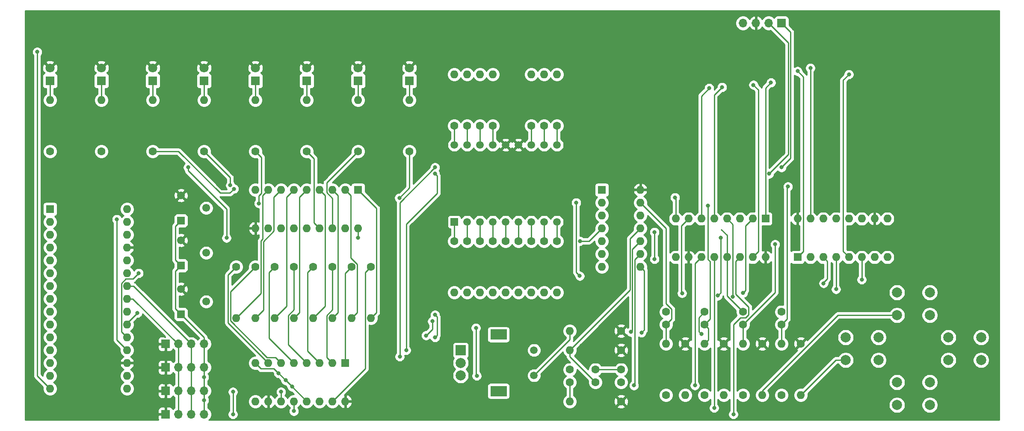
<source format=gbl>
G04 #@! TF.GenerationSoftware,KiCad,Pcbnew,(5.1.6)-1*
G04 #@! TF.CreationDate,2020-05-23T11:28:19-07:00*
G04 #@! TF.ProjectId,NanoDemo,4e616e6f-4465-46d6-9f2e-6b696361645f,rev?*
G04 #@! TF.SameCoordinates,Original*
G04 #@! TF.FileFunction,Copper,L2,Bot*
G04 #@! TF.FilePolarity,Positive*
%FSLAX46Y46*%
G04 Gerber Fmt 4.6, Leading zero omitted, Abs format (unit mm)*
G04 Created by KiCad (PCBNEW (5.1.6)-1) date 2020-05-23 11:28:19*
%MOMM*%
%LPD*%
G01*
G04 APERTURE LIST*
G04 #@! TA.AperFunction,ComponentPad*
%ADD10C,1.550000*%
G04 #@! TD*
G04 #@! TA.AperFunction,ComponentPad*
%ADD11R,1.550000X1.550000*%
G04 #@! TD*
G04 #@! TA.AperFunction,ComponentPad*
%ADD12O,1.600000X1.600000*%
G04 #@! TD*
G04 #@! TA.AperFunction,ComponentPad*
%ADD13R,1.600000X1.600000*%
G04 #@! TD*
G04 #@! TA.AperFunction,ComponentPad*
%ADD14O,1.700000X1.700000*%
G04 #@! TD*
G04 #@! TA.AperFunction,ComponentPad*
%ADD15R,1.700000X1.700000*%
G04 #@! TD*
G04 #@! TA.AperFunction,ComponentPad*
%ADD16C,1.600000*%
G04 #@! TD*
G04 #@! TA.AperFunction,ComponentPad*
%ADD17C,1.500000*%
G04 #@! TD*
G04 #@! TA.AperFunction,ComponentPad*
%ADD18R,1.500000X1.500000*%
G04 #@! TD*
G04 #@! TA.AperFunction,ComponentPad*
%ADD19C,1.800000*%
G04 #@! TD*
G04 #@! TA.AperFunction,ComponentPad*
%ADD20R,1.800000X1.800000*%
G04 #@! TD*
G04 #@! TA.AperFunction,ComponentPad*
%ADD21R,2.000000X2.000000*%
G04 #@! TD*
G04 #@! TA.AperFunction,ComponentPad*
%ADD22C,2.000000*%
G04 #@! TD*
G04 #@! TA.AperFunction,ComponentPad*
%ADD23R,3.200000X2.000000*%
G04 #@! TD*
G04 #@! TA.AperFunction,ViaPad*
%ADD24C,0.800000*%
G04 #@! TD*
G04 #@! TA.AperFunction,Conductor*
%ADD25C,0.250000*%
G04 #@! TD*
G04 #@! TA.AperFunction,Conductor*
%ADD26C,0.254000*%
G04 #@! TD*
G04 APERTURE END LIST*
D10*
G04 #@! TO.P,RV3,2*
G04 #@! TO.N,Net-(A1-Pad21)*
X55038000Y-173268000D03*
D11*
G04 #@! TO.P,RV3,1*
G04 #@! TO.N,GND*
X50038000Y-175768000D03*
D10*
G04 #@! TO.P,RV3,3*
G04 #@! TO.N,VCC*
X50038000Y-170768000D03*
G04 #@! TD*
G04 #@! TO.P,RV2,2*
G04 #@! TO.N,Net-(A1-Pad20)*
X55038000Y-163616000D03*
D11*
G04 #@! TO.P,RV2,1*
G04 #@! TO.N,GND*
X50038000Y-166116000D03*
D10*
G04 #@! TO.P,RV2,3*
G04 #@! TO.N,VCC*
X50038000Y-161116000D03*
G04 #@! TD*
G04 #@! TO.P,RV1,2*
G04 #@! TO.N,Net-(A1-Pad19)*
X55038000Y-154726000D03*
D11*
G04 #@! TO.P,RV1,1*
G04 #@! TO.N,GND*
X50038000Y-157226000D03*
D10*
G04 #@! TO.P,RV1,3*
G04 #@! TO.N,VCC*
X50038000Y-152226000D03*
G04 #@! TD*
D12*
G04 #@! TO.P,U1,14*
G04 #@! TO.N,VCC*
X140970000Y-151130000D03*
G04 #@! TO.P,U1,7*
G04 #@! TO.N,GND*
X133350000Y-166370000D03*
G04 #@! TO.P,U1,13*
G04 #@! TO.N,Net-(C7-Pad1)*
X140970000Y-153670000D03*
G04 #@! TO.P,U1,6*
G04 #@! TO.N,Net-(A1-Pad6)*
X133350000Y-163830000D03*
G04 #@! TO.P,U1,12*
G04 #@! TO.N,Net-(A1-Pad5)*
X140970000Y-156210000D03*
G04 #@! TO.P,U1,5*
G04 #@! TO.N,Net-(C4-Pad1)*
X133350000Y-161290000D03*
G04 #@! TO.P,U1,11*
G04 #@! TO.N,Net-(C6-Pad1)*
X140970000Y-158750000D03*
G04 #@! TO.P,U1,4*
G04 #@! TO.N,Net-(A1-Pad7)*
X133350000Y-158750000D03*
G04 #@! TO.P,U1,10*
G04 #@! TO.N,Net-(A1-Pad11)*
X140970000Y-161290000D03*
G04 #@! TO.P,U1,3*
G04 #@! TO.N,Net-(C2-Pad1)*
X133350000Y-156210000D03*
G04 #@! TO.P,U1,9*
G04 #@! TO.N,Net-(C5-Pad1)*
X140970000Y-163830000D03*
G04 #@! TO.P,U1,2*
G04 #@! TO.N,Net-(A1-Pad8)*
X133350000Y-153670000D03*
G04 #@! TO.P,U1,8*
G04 #@! TO.N,Net-(A1-Pad10)*
X140970000Y-166370000D03*
D13*
G04 #@! TO.P,U1,1*
G04 #@! TO.N,Net-(C1-Pad1)*
X133350000Y-151130000D03*
G04 #@! TD*
D14*
G04 #@! TO.P,J5,4*
G04 #@! TO.N,GND*
X161290000Y-118110000D03*
G04 #@! TO.P,J5,3*
G04 #@! TO.N,VCC*
X163830000Y-118110000D03*
G04 #@! TO.P,J5,2*
G04 #@! TO.N,I2C_Clock*
X166370000Y-118110000D03*
D15*
G04 #@! TO.P,J5,1*
G04 #@! TO.N,I2C_Data*
X168910000Y-118110000D03*
G04 #@! TD*
D12*
G04 #@! TO.P,U6,16*
G04 #@! TO.N,VCC*
X172085000Y-156845000D03*
G04 #@! TO.P,U6,8*
G04 #@! TO.N,GND*
X189865000Y-164465000D03*
G04 #@! TO.P,U6,15*
G04 #@! TO.N,Net-(R36-Pad2)*
X174625000Y-156845000D03*
G04 #@! TO.P,U6,7*
G04 #@! TO.N,Net-(R43-Pad2)*
X187325000Y-164465000D03*
G04 #@! TO.P,U6,14*
G04 #@! TO.N,ShiftR1OutR2In*
X177165000Y-156845000D03*
G04 #@! TO.P,U6,6*
G04 #@! TO.N,Net-(R42-Pad2)*
X184785000Y-164465000D03*
G04 #@! TO.P,U6,13*
G04 #@! TO.N,GND*
X179705000Y-156845000D03*
G04 #@! TO.P,U6,5*
G04 #@! TO.N,Net-(R41-Pad2)*
X182245000Y-164465000D03*
G04 #@! TO.P,U6,12*
G04 #@! TO.N,RCLK*
X182245000Y-156845000D03*
G04 #@! TO.P,U6,4*
G04 #@! TO.N,Net-(R40-Pad2)*
X179705000Y-164465000D03*
G04 #@! TO.P,U6,11*
G04 #@! TO.N,SRCLK*
X184785000Y-156845000D03*
G04 #@! TO.P,U6,3*
G04 #@! TO.N,Net-(R39-Pad2)*
X177165000Y-164465000D03*
G04 #@! TO.P,U6,10*
G04 #@! TO.N,VCC*
X187325000Y-156845000D03*
G04 #@! TO.P,U6,2*
G04 #@! TO.N,Net-(R38-Pad2)*
X174625000Y-164465000D03*
G04 #@! TO.P,U6,9*
G04 #@! TO.N,Net-(U6-Pad9)*
X189865000Y-156845000D03*
D13*
G04 #@! TO.P,U6,1*
G04 #@! TO.N,Net-(R37-Pad2)*
X172085000Y-164465000D03*
G04 #@! TD*
D12*
G04 #@! TO.P,R43,2*
G04 #@! TO.N,Net-(R43-Pad2)*
X124460000Y-171450000D03*
D16*
G04 #@! TO.P,R43,1*
G04 #@! TO.N,Net-(DS1-Pad9)*
X124460000Y-161290000D03*
G04 #@! TD*
D12*
G04 #@! TO.P,R42,2*
G04 #@! TO.N,Net-(R42-Pad2)*
X119380000Y-171450000D03*
D16*
G04 #@! TO.P,R42,1*
G04 #@! TO.N,Net-(DS1-Pad7)*
X119380000Y-161290000D03*
G04 #@! TD*
D12*
G04 #@! TO.P,R41,2*
G04 #@! TO.N,Net-(R41-Pad2)*
X119380000Y-128270000D03*
D16*
G04 #@! TO.P,R41,1*
G04 #@! TO.N,Net-(DS1-Pad12)*
X119380000Y-138430000D03*
G04 #@! TD*
D12*
G04 #@! TO.P,R40,2*
G04 #@! TO.N,Net-(R40-Pad2)*
X114300000Y-171450000D03*
D16*
G04 #@! TO.P,R40,1*
G04 #@! TO.N,Net-(DS1-Pad5)*
X114300000Y-161290000D03*
G04 #@! TD*
D12*
G04 #@! TO.P,R39,2*
G04 #@! TO.N,Net-(R39-Pad2)*
X116840000Y-171450000D03*
D16*
G04 #@! TO.P,R39,1*
G04 #@! TO.N,Net-(DS1-Pad6)*
X116840000Y-161290000D03*
G04 #@! TD*
D12*
G04 #@! TO.P,R38,2*
G04 #@! TO.N,Net-(R38-Pad2)*
X121920000Y-171450000D03*
D16*
G04 #@! TO.P,R38,1*
G04 #@! TO.N,Net-(DS1-Pad8)*
X121920000Y-161290000D03*
G04 #@! TD*
D12*
G04 #@! TO.P,R37,2*
G04 #@! TO.N,Net-(R37-Pad2)*
X124460000Y-128270000D03*
D16*
G04 #@! TO.P,R37,1*
G04 #@! TO.N,Net-(DS1-Pad10)*
X124460000Y-138430000D03*
G04 #@! TD*
D12*
G04 #@! TO.P,R36,2*
G04 #@! TO.N,Net-(R36-Pad2)*
X121920000Y-128270000D03*
D16*
G04 #@! TO.P,R36,1*
G04 #@! TO.N,Net-(DS1-Pad11)*
X121920000Y-138430000D03*
G04 #@! TD*
D12*
G04 #@! TO.P,R35,2*
G04 #@! TO.N,Net-(R35-Pad2)*
X111760000Y-171450000D03*
D16*
G04 #@! TO.P,R35,1*
G04 #@! TO.N,Net-(DS1-Pad4)*
X111760000Y-161290000D03*
G04 #@! TD*
D12*
G04 #@! TO.P,R34,2*
G04 #@! TO.N,Net-(R34-Pad2)*
X106680000Y-128270000D03*
D16*
G04 #@! TO.P,R34,1*
G04 #@! TO.N,Net-(DS1-Pad17)*
X106680000Y-138430000D03*
G04 #@! TD*
D12*
G04 #@! TO.P,R33,2*
G04 #@! TO.N,Net-(R33-Pad2)*
X104140000Y-128270000D03*
D16*
G04 #@! TO.P,R33,1*
G04 #@! TO.N,Net-(DS1-Pad18)*
X104140000Y-138430000D03*
G04 #@! TD*
D12*
G04 #@! TO.P,R32,2*
G04 #@! TO.N,Net-(R32-Pad2)*
X104140000Y-171450000D03*
D16*
G04 #@! TO.P,R32,1*
G04 #@! TO.N,Net-(DS1-Pad1)*
X104140000Y-161290000D03*
G04 #@! TD*
D12*
G04 #@! TO.P,R31,2*
G04 #@! TO.N,Net-(R31-Pad2)*
X106680000Y-171450000D03*
D16*
G04 #@! TO.P,R31,1*
G04 #@! TO.N,Net-(DS1-Pad2)*
X106680000Y-161290000D03*
G04 #@! TD*
D12*
G04 #@! TO.P,R30,2*
G04 #@! TO.N,Net-(R30-Pad2)*
X109220000Y-171450000D03*
D16*
G04 #@! TO.P,R30,1*
G04 #@! TO.N,Net-(DS1-Pad3)*
X109220000Y-161290000D03*
G04 #@! TD*
D12*
G04 #@! TO.P,R29,2*
G04 #@! TO.N,Net-(R29-Pad2)*
X111760000Y-128270000D03*
D16*
G04 #@! TO.P,R29,1*
G04 #@! TO.N,Net-(DS1-Pad15)*
X111760000Y-138430000D03*
G04 #@! TD*
D12*
G04 #@! TO.P,R28,2*
G04 #@! TO.N,Net-(R28-Pad2)*
X109220000Y-128270000D03*
D16*
G04 #@! TO.P,R28,1*
G04 #@! TO.N,Net-(DS1-Pad16)*
X109220000Y-138430000D03*
G04 #@! TD*
D14*
G04 #@! TO.P,J4,4*
G04 #@! TO.N,GND*
X54610000Y-181630000D03*
G04 #@! TO.P,J4,3*
G04 #@! TO.N,I2C_Clock*
X52070000Y-181630000D03*
G04 #@! TO.P,J4,2*
G04 #@! TO.N,I2C_Data*
X49530000Y-181630000D03*
D15*
G04 #@! TO.P,J4,1*
G04 #@! TO.N,VCC*
X46990000Y-181630000D03*
G04 #@! TD*
D14*
G04 #@! TO.P,J3,4*
G04 #@! TO.N,GND*
X54610000Y-186280000D03*
G04 #@! TO.P,J3,3*
G04 #@! TO.N,I2C_Clock*
X52070000Y-186280000D03*
G04 #@! TO.P,J3,2*
G04 #@! TO.N,I2C_Data*
X49530000Y-186280000D03*
D15*
G04 #@! TO.P,J3,1*
G04 #@! TO.N,VCC*
X46990000Y-186280000D03*
G04 #@! TD*
D14*
G04 #@! TO.P,J2,4*
G04 #@! TO.N,GND*
X54610000Y-190930000D03*
G04 #@! TO.P,J2,3*
G04 #@! TO.N,I2C_Clock*
X52070000Y-190930000D03*
G04 #@! TO.P,J2,2*
G04 #@! TO.N,I2C_Data*
X49530000Y-190930000D03*
D15*
G04 #@! TO.P,J2,1*
G04 #@! TO.N,VCC*
X46990000Y-190930000D03*
G04 #@! TD*
D14*
G04 #@! TO.P,J1,4*
G04 #@! TO.N,GND*
X54610000Y-195580000D03*
G04 #@! TO.P,J1,3*
G04 #@! TO.N,I2C_Clock*
X52070000Y-195580000D03*
G04 #@! TO.P,J1,2*
G04 #@! TO.N,I2C_Data*
X49530000Y-195580000D03*
D15*
G04 #@! TO.P,J1,1*
G04 #@! TO.N,VCC*
X46990000Y-195580000D03*
G04 #@! TD*
D12*
G04 #@! TO.P,U5,18*
G04 #@! TO.N,Net-(R19-Pad1)*
X85090000Y-158750000D03*
G04 #@! TO.P,U5,9*
G04 #@! TO.N,GND*
X64770000Y-151130000D03*
G04 #@! TO.P,U5,17*
G04 #@! TO.N,Net-(R18-Pad1)*
X82550000Y-158750000D03*
G04 #@! TO.P,U5,8*
G04 #@! TO.N,Net-(R20-Pad2)*
X67310000Y-151130000D03*
G04 #@! TO.P,U5,16*
G04 #@! TO.N,Net-(R17-Pad1)*
X80010000Y-158750000D03*
G04 #@! TO.P,U5,7*
G04 #@! TO.N,Net-(R21-Pad2)*
X69850000Y-151130000D03*
G04 #@! TO.P,U5,15*
G04 #@! TO.N,Net-(R16-Pad1)*
X77470000Y-158750000D03*
G04 #@! TO.P,U5,6*
G04 #@! TO.N,Net-(R22-Pad2)*
X72390000Y-151130000D03*
G04 #@! TO.P,U5,14*
G04 #@! TO.N,Net-(R15-Pad1)*
X74930000Y-158750000D03*
G04 #@! TO.P,U5,5*
G04 #@! TO.N,Net-(R23-Pad2)*
X74930000Y-151130000D03*
G04 #@! TO.P,U5,13*
G04 #@! TO.N,Net-(R14-Pad1)*
X72390000Y-158750000D03*
G04 #@! TO.P,U5,4*
G04 #@! TO.N,Net-(R24-Pad2)*
X77470000Y-151130000D03*
G04 #@! TO.P,U5,12*
G04 #@! TO.N,Net-(R13-Pad1)*
X69850000Y-158750000D03*
G04 #@! TO.P,U5,3*
G04 #@! TO.N,Net-(R25-Pad2)*
X80010000Y-151130000D03*
G04 #@! TO.P,U5,11*
G04 #@! TO.N,Net-(R12-Pad1)*
X67310000Y-158750000D03*
G04 #@! TO.P,U5,2*
G04 #@! TO.N,Net-(R26-Pad2)*
X82550000Y-151130000D03*
G04 #@! TO.P,U5,10*
G04 #@! TO.N,VCC*
X64770000Y-158750000D03*
D13*
G04 #@! TO.P,U5,1*
G04 #@! TO.N,Net-(R27-Pad2)*
X85090000Y-151130000D03*
G04 #@! TD*
D12*
G04 #@! TO.P,R27,2*
G04 #@! TO.N,Net-(R27-Pad2)*
X87630000Y-176530000D03*
D16*
G04 #@! TO.P,R27,1*
G04 #@! TO.N,Net-(R27-Pad1)*
X87630000Y-166370000D03*
G04 #@! TD*
D12*
G04 #@! TO.P,R26,2*
G04 #@! TO.N,Net-(R26-Pad2)*
X83820000Y-176530000D03*
D16*
G04 #@! TO.P,R26,1*
G04 #@! TO.N,Net-(R26-Pad1)*
X83820000Y-166370000D03*
G04 #@! TD*
D12*
G04 #@! TO.P,R25,2*
G04 #@! TO.N,Net-(R25-Pad2)*
X80010000Y-176530000D03*
D16*
G04 #@! TO.P,R25,1*
G04 #@! TO.N,Net-(R25-Pad1)*
X80010000Y-166370000D03*
G04 #@! TD*
D12*
G04 #@! TO.P,R24,2*
G04 #@! TO.N,Net-(R24-Pad2)*
X76200000Y-176530000D03*
D16*
G04 #@! TO.P,R24,1*
G04 #@! TO.N,Net-(R24-Pad1)*
X76200000Y-166370000D03*
G04 #@! TD*
D12*
G04 #@! TO.P,R23,2*
G04 #@! TO.N,Net-(R23-Pad2)*
X72390000Y-176530000D03*
D16*
G04 #@! TO.P,R23,1*
G04 #@! TO.N,Net-(R23-Pad1)*
X72390000Y-166370000D03*
G04 #@! TD*
D12*
G04 #@! TO.P,R22,2*
G04 #@! TO.N,Net-(R22-Pad2)*
X68580000Y-176530000D03*
D16*
G04 #@! TO.P,R22,1*
G04 #@! TO.N,Net-(R22-Pad1)*
X68580000Y-166370000D03*
G04 #@! TD*
D12*
G04 #@! TO.P,R21,2*
G04 #@! TO.N,Net-(R21-Pad2)*
X64770000Y-176530000D03*
D16*
G04 #@! TO.P,R21,1*
G04 #@! TO.N,Net-(R21-Pad1)*
X64770000Y-166370000D03*
G04 #@! TD*
D12*
G04 #@! TO.P,R20,2*
G04 #@! TO.N,Net-(R20-Pad2)*
X60960000Y-176530000D03*
D16*
G04 #@! TO.P,R20,1*
G04 #@! TO.N,Net-(R20-Pad1)*
X60960000Y-166370000D03*
G04 #@! TD*
D12*
G04 #@! TO.P,R19,2*
G04 #@! TO.N,Net-(D9-Pad1)*
X24130000Y-133350000D03*
D16*
G04 #@! TO.P,R19,1*
G04 #@! TO.N,Net-(R19-Pad1)*
X24130000Y-143510000D03*
G04 #@! TD*
D12*
G04 #@! TO.P,R18,2*
G04 #@! TO.N,Net-(D16-Pad1)*
X95250000Y-133350000D03*
D16*
G04 #@! TO.P,R18,1*
G04 #@! TO.N,Net-(R18-Pad1)*
X95250000Y-143510000D03*
G04 #@! TD*
D12*
G04 #@! TO.P,R17,2*
G04 #@! TO.N,Net-(D15-Pad1)*
X85090000Y-133350000D03*
D16*
G04 #@! TO.P,R17,1*
G04 #@! TO.N,Net-(R17-Pad1)*
X85090000Y-143510000D03*
G04 #@! TD*
D12*
G04 #@! TO.P,R16,2*
G04 #@! TO.N,Net-(D14-Pad1)*
X74930000Y-133350000D03*
D16*
G04 #@! TO.P,R16,1*
G04 #@! TO.N,Net-(R16-Pad1)*
X74930000Y-143510000D03*
G04 #@! TD*
D12*
G04 #@! TO.P,R15,2*
G04 #@! TO.N,Net-(D13-Pad1)*
X64770000Y-133350000D03*
D16*
G04 #@! TO.P,R15,1*
G04 #@! TO.N,Net-(R15-Pad1)*
X64770000Y-143510000D03*
G04 #@! TD*
D12*
G04 #@! TO.P,R14,2*
G04 #@! TO.N,Net-(D12-Pad1)*
X54610000Y-133350000D03*
D16*
G04 #@! TO.P,R14,1*
G04 #@! TO.N,Net-(R14-Pad1)*
X54610000Y-143510000D03*
G04 #@! TD*
D12*
G04 #@! TO.P,R13,2*
G04 #@! TO.N,Net-(D11-Pad1)*
X44450000Y-133350000D03*
D16*
G04 #@! TO.P,R13,1*
G04 #@! TO.N,Net-(R13-Pad1)*
X44450000Y-143510000D03*
G04 #@! TD*
D12*
G04 #@! TO.P,R12,2*
G04 #@! TO.N,Net-(D10-Pad1)*
X34290000Y-133350000D03*
D16*
G04 #@! TO.P,R12,1*
G04 #@! TO.N,Net-(R12-Pad1)*
X34290000Y-143510000D03*
G04 #@! TD*
D17*
G04 #@! TO.P,DS1,18*
G04 #@! TO.N,Net-(DS1-Pad18)*
X104140000Y-142240000D03*
G04 #@! TO.P,DS1,17*
G04 #@! TO.N,Net-(DS1-Pad17)*
X106680000Y-142240000D03*
G04 #@! TO.P,DS1,16*
G04 #@! TO.N,Net-(DS1-Pad16)*
X109220000Y-142240000D03*
G04 #@! TO.P,DS1,15*
G04 #@! TO.N,Net-(DS1-Pad15)*
X111760000Y-142240000D03*
G04 #@! TO.P,DS1,14*
G04 #@! TO.N,VCC*
X114300000Y-142240000D03*
G04 #@! TO.P,DS1,13*
X116840000Y-142240000D03*
G04 #@! TO.P,DS1,12*
G04 #@! TO.N,Net-(DS1-Pad12)*
X119380000Y-142240000D03*
G04 #@! TO.P,DS1,11*
G04 #@! TO.N,Net-(DS1-Pad11)*
X121920000Y-142240000D03*
G04 #@! TO.P,DS1,10*
G04 #@! TO.N,Net-(DS1-Pad10)*
X124460000Y-142240000D03*
G04 #@! TO.P,DS1,9*
G04 #@! TO.N,Net-(DS1-Pad9)*
X124460000Y-157480000D03*
G04 #@! TO.P,DS1,8*
G04 #@! TO.N,Net-(DS1-Pad8)*
X121920000Y-157480000D03*
G04 #@! TO.P,DS1,7*
G04 #@! TO.N,Net-(DS1-Pad7)*
X119380000Y-157480000D03*
G04 #@! TO.P,DS1,6*
G04 #@! TO.N,Net-(DS1-Pad6)*
X116840000Y-157480000D03*
G04 #@! TO.P,DS1,5*
G04 #@! TO.N,Net-(DS1-Pad5)*
X114300000Y-157480000D03*
G04 #@! TO.P,DS1,4*
G04 #@! TO.N,Net-(DS1-Pad4)*
X111760000Y-157480000D03*
G04 #@! TO.P,DS1,3*
G04 #@! TO.N,Net-(DS1-Pad3)*
X109220000Y-157480000D03*
G04 #@! TO.P,DS1,2*
G04 #@! TO.N,Net-(DS1-Pad2)*
X106680000Y-157480000D03*
D18*
G04 #@! TO.P,DS1,1*
G04 #@! TO.N,Net-(DS1-Pad1)*
X104140000Y-157480000D03*
G04 #@! TD*
D19*
G04 #@! TO.P,D16,2*
G04 #@! TO.N,VCC*
X95250000Y-127000000D03*
D20*
G04 #@! TO.P,D16,1*
G04 #@! TO.N,Net-(D16-Pad1)*
X95250000Y-129540000D03*
G04 #@! TD*
D19*
G04 #@! TO.P,D15,2*
G04 #@! TO.N,VCC*
X85090000Y-127000000D03*
D20*
G04 #@! TO.P,D15,1*
G04 #@! TO.N,Net-(D15-Pad1)*
X85090000Y-129540000D03*
G04 #@! TD*
D19*
G04 #@! TO.P,D14,2*
G04 #@! TO.N,VCC*
X74930000Y-127000000D03*
D20*
G04 #@! TO.P,D14,1*
G04 #@! TO.N,Net-(D14-Pad1)*
X74930000Y-129540000D03*
G04 #@! TD*
D19*
G04 #@! TO.P,D13,2*
G04 #@! TO.N,VCC*
X64770000Y-127000000D03*
D20*
G04 #@! TO.P,D13,1*
G04 #@! TO.N,Net-(D13-Pad1)*
X64770000Y-129540000D03*
G04 #@! TD*
D19*
G04 #@! TO.P,D12,2*
G04 #@! TO.N,VCC*
X54610000Y-127000000D03*
D20*
G04 #@! TO.P,D12,1*
G04 #@! TO.N,Net-(D12-Pad1)*
X54610000Y-129540000D03*
G04 #@! TD*
D19*
G04 #@! TO.P,D11,2*
G04 #@! TO.N,VCC*
X44450000Y-127000000D03*
D20*
G04 #@! TO.P,D11,1*
G04 #@! TO.N,Net-(D11-Pad1)*
X44450000Y-129540000D03*
G04 #@! TD*
D19*
G04 #@! TO.P,D10,2*
G04 #@! TO.N,VCC*
X34290000Y-127000000D03*
D20*
G04 #@! TO.P,D10,1*
G04 #@! TO.N,Net-(D10-Pad1)*
X34290000Y-129540000D03*
G04 #@! TD*
D21*
G04 #@! TO.P,SW4,A*
G04 #@! TO.N,Net-(C6-Pad1)*
X105410000Y-182880000D03*
D22*
G04 #@! TO.P,SW4,C*
G04 #@! TO.N,GND*
X105410000Y-185380000D03*
G04 #@! TO.P,SW4,B*
G04 #@! TO.N,Net-(C5-Pad1)*
X105410000Y-187880000D03*
D23*
G04 #@! TO.P,SW4,MP*
G04 #@! TO.N,N/C*
X112910000Y-179780000D03*
X112910000Y-190980000D03*
D17*
G04 #@! TO.P,SW4,S1*
G04 #@! TO.N,GND*
X119910000Y-182880000D03*
G04 #@! TO.P,SW4,S2*
G04 #@! TO.N,Net-(A1-Pad9)*
X119910000Y-187880000D03*
G04 #@! TD*
D19*
G04 #@! TO.P,D9,2*
G04 #@! TO.N,VCC*
X24130000Y-127000000D03*
D20*
G04 #@! TO.P,D9,1*
G04 #@! TO.N,Net-(D9-Pad1)*
X24130000Y-129540000D03*
G04 #@! TD*
D12*
G04 #@! TO.P,U4,16*
G04 #@! TO.N,VCC*
X165735000Y-164465000D03*
G04 #@! TO.P,U4,8*
G04 #@! TO.N,GND*
X147955000Y-156845000D03*
G04 #@! TO.P,U4,15*
G04 #@! TO.N,Net-(R28-Pad2)*
X163195000Y-164465000D03*
G04 #@! TO.P,U4,7*
G04 #@! TO.N,Net-(R35-Pad2)*
X150495000Y-156845000D03*
G04 #@! TO.P,U4,14*
G04 #@! TO.N,7SegData*
X160655000Y-164465000D03*
G04 #@! TO.P,U4,6*
G04 #@! TO.N,Net-(R34-Pad2)*
X153035000Y-156845000D03*
G04 #@! TO.P,U4,13*
G04 #@! TO.N,GND*
X158115000Y-164465000D03*
G04 #@! TO.P,U4,5*
G04 #@! TO.N,Net-(R33-Pad2)*
X155575000Y-156845000D03*
G04 #@! TO.P,U4,12*
G04 #@! TO.N,RCLK*
X155575000Y-164465000D03*
G04 #@! TO.P,U4,4*
G04 #@! TO.N,Net-(R32-Pad2)*
X158115000Y-156845000D03*
G04 #@! TO.P,U4,11*
G04 #@! TO.N,SRCLK*
X153035000Y-164465000D03*
G04 #@! TO.P,U4,3*
G04 #@! TO.N,Net-(R31-Pad2)*
X160655000Y-156845000D03*
G04 #@! TO.P,U4,10*
G04 #@! TO.N,VCC*
X150495000Y-164465000D03*
G04 #@! TO.P,U4,2*
G04 #@! TO.N,Net-(R30-Pad2)*
X163195000Y-156845000D03*
G04 #@! TO.P,U4,9*
G04 #@! TO.N,ShiftR1OutR2In*
X147955000Y-164465000D03*
D13*
G04 #@! TO.P,U4,1*
G04 #@! TO.N,Net-(R29-Pad2)*
X165735000Y-156845000D03*
G04 #@! TD*
D12*
G04 #@! TO.P,U2,16*
G04 #@! TO.N,VCC*
X82550000Y-193040000D03*
G04 #@! TO.P,U2,8*
G04 #@! TO.N,GND*
X64770000Y-185420000D03*
G04 #@! TO.P,U2,15*
G04 #@! TO.N,Net-(R27-Pad1)*
X80010000Y-193040000D03*
G04 #@! TO.P,U2,7*
G04 #@! TO.N,Net-(R20-Pad1)*
X67310000Y-185420000D03*
G04 #@! TO.P,U2,14*
G04 #@! TO.N,Net-(A1-Pad14)*
X77470000Y-193040000D03*
G04 #@! TO.P,U2,6*
G04 #@! TO.N,Net-(R21-Pad1)*
X69850000Y-185420000D03*
G04 #@! TO.P,U2,13*
G04 #@! TO.N,GND*
X74930000Y-193040000D03*
G04 #@! TO.P,U2,5*
G04 #@! TO.N,Net-(R22-Pad1)*
X72390000Y-185420000D03*
G04 #@! TO.P,U2,12*
G04 #@! TO.N,RCLK*
X72390000Y-193040000D03*
G04 #@! TO.P,U2,4*
G04 #@! TO.N,Net-(R23-Pad1)*
X74930000Y-185420000D03*
G04 #@! TO.P,U2,11*
G04 #@! TO.N,SRCLK*
X69850000Y-193040000D03*
G04 #@! TO.P,U2,3*
G04 #@! TO.N,Net-(R24-Pad1)*
X77470000Y-185420000D03*
G04 #@! TO.P,U2,10*
G04 #@! TO.N,VCC*
X67310000Y-193040000D03*
G04 #@! TO.P,U2,2*
G04 #@! TO.N,Net-(R25-Pad1)*
X80010000Y-185420000D03*
G04 #@! TO.P,U2,9*
G04 #@! TO.N,Net-(U2-Pad9)*
X64770000Y-193040000D03*
D13*
G04 #@! TO.P,U2,1*
G04 #@! TO.N,Net-(R26-Pad1)*
X82550000Y-185420000D03*
G04 #@! TD*
D22*
G04 #@! TO.P,SW1,2*
G04 #@! TO.N,GND*
X188110000Y-180340000D03*
G04 #@! TO.P,SW1,4*
G04 #@! TO.N,Net-(R1-Pad2)*
X188110000Y-184840000D03*
G04 #@! TO.P,SW1,1*
G04 #@! TO.N,GND*
X181610000Y-180340000D03*
G04 #@! TO.P,SW1,3*
G04 #@! TO.N,Net-(R1-Pad2)*
X181610000Y-184840000D03*
G04 #@! TD*
G04 #@! TO.P,SW5,2*
G04 #@! TO.N,GND*
X198270000Y-189230000D03*
G04 #@! TO.P,SW5,4*
G04 #@! TO.N,Net-(R11-Pad1)*
X198270000Y-193730000D03*
G04 #@! TO.P,SW5,1*
G04 #@! TO.N,GND*
X191770000Y-189230000D03*
G04 #@! TO.P,SW5,3*
G04 #@! TO.N,Net-(R11-Pad1)*
X191770000Y-193730000D03*
G04 #@! TD*
G04 #@! TO.P,SW3,2*
G04 #@! TO.N,GND*
X198270000Y-171450000D03*
G04 #@! TO.P,SW3,4*
G04 #@! TO.N,Net-(R6-Pad2)*
X198270000Y-175950000D03*
G04 #@! TO.P,SW3,1*
G04 #@! TO.N,GND*
X191770000Y-171450000D03*
G04 #@! TO.P,SW3,3*
G04 #@! TO.N,Net-(R6-Pad2)*
X191770000Y-175950000D03*
G04 #@! TD*
G04 #@! TO.P,SW2,2*
G04 #@! TO.N,GND*
X208430000Y-180340000D03*
G04 #@! TO.P,SW2,4*
G04 #@! TO.N,Net-(R3-Pad2)*
X208430000Y-184840000D03*
G04 #@! TO.P,SW2,1*
G04 #@! TO.N,GND*
X201930000Y-180340000D03*
G04 #@! TO.P,SW2,3*
G04 #@! TO.N,Net-(R3-Pad2)*
X201930000Y-184840000D03*
G04 #@! TD*
D12*
G04 #@! TO.P,R11,2*
G04 #@! TO.N,Net-(C7-Pad1)*
X146050000Y-181610000D03*
D16*
G04 #@! TO.P,R11,1*
G04 #@! TO.N,Net-(R11-Pad1)*
X146050000Y-191770000D03*
G04 #@! TD*
D12*
G04 #@! TO.P,R10,2*
G04 #@! TO.N,Net-(C6-Pad1)*
X127000000Y-182880000D03*
D16*
G04 #@! TO.P,R10,1*
G04 #@! TO.N,VCC*
X137160000Y-182880000D03*
G04 #@! TD*
D12*
G04 #@! TO.P,R9,2*
G04 #@! TO.N,Net-(R11-Pad1)*
X149860000Y-191770000D03*
D16*
G04 #@! TO.P,R9,1*
G04 #@! TO.N,VCC*
X149860000Y-181610000D03*
G04 #@! TD*
D12*
G04 #@! TO.P,R8,2*
G04 #@! TO.N,Net-(C5-Pad1)*
X127000000Y-193040000D03*
D16*
G04 #@! TO.P,R8,1*
G04 #@! TO.N,VCC*
X137160000Y-193040000D03*
G04 #@! TD*
D12*
G04 #@! TO.P,R7,2*
G04 #@! TO.N,Net-(C4-Pad1)*
X161290000Y-181610000D03*
D16*
G04 #@! TO.P,R7,1*
G04 #@! TO.N,Net-(R6-Pad2)*
X161290000Y-191770000D03*
G04 #@! TD*
D12*
G04 #@! TO.P,R6,2*
G04 #@! TO.N,Net-(R6-Pad2)*
X165100000Y-191770000D03*
D16*
G04 #@! TO.P,R6,1*
G04 #@! TO.N,VCC*
X165100000Y-181610000D03*
G04 #@! TD*
D12*
G04 #@! TO.P,R5,2*
G04 #@! TO.N,Net-(A1-Pad9)*
X127000000Y-179070000D03*
D16*
G04 #@! TO.P,R5,1*
G04 #@! TO.N,VCC*
X137160000Y-179070000D03*
G04 #@! TD*
D12*
G04 #@! TO.P,R4,2*
G04 #@! TO.N,Net-(C2-Pad1)*
X153670000Y-181610000D03*
D16*
G04 #@! TO.P,R4,1*
G04 #@! TO.N,Net-(R3-Pad2)*
X153670000Y-191770000D03*
G04 #@! TD*
D12*
G04 #@! TO.P,R3,2*
G04 #@! TO.N,Net-(R3-Pad2)*
X157480000Y-191770000D03*
D16*
G04 #@! TO.P,R3,1*
G04 #@! TO.N,VCC*
X157480000Y-181610000D03*
G04 #@! TD*
D12*
G04 #@! TO.P,R2,2*
G04 #@! TO.N,Net-(C1-Pad1)*
X168910000Y-181610000D03*
D16*
G04 #@! TO.P,R2,1*
G04 #@! TO.N,Net-(R1-Pad2)*
X168910000Y-191770000D03*
G04 #@! TD*
D12*
G04 #@! TO.P,R1,2*
G04 #@! TO.N,Net-(R1-Pad2)*
X172720000Y-191770000D03*
D16*
G04 #@! TO.P,R1,1*
G04 #@! TO.N,VCC*
X172720000Y-181610000D03*
G04 #@! TD*
G04 #@! TO.P,C7,2*
G04 #@! TO.N,GND*
X146050000Y-175300000D03*
G04 #@! TO.P,C7,1*
G04 #@! TO.N,Net-(C7-Pad1)*
X146050000Y-177800000D03*
G04 #@! TD*
G04 #@! TO.P,C6,2*
G04 #@! TO.N,GND*
X132080000Y-186730000D03*
G04 #@! TO.P,C6,1*
G04 #@! TO.N,Net-(C6-Pad1)*
X132080000Y-189230000D03*
G04 #@! TD*
G04 #@! TO.P,C5,2*
G04 #@! TO.N,GND*
X127000000Y-186730000D03*
G04 #@! TO.P,C5,1*
G04 #@! TO.N,Net-(C5-Pad1)*
X127000000Y-189230000D03*
G04 #@! TD*
G04 #@! TO.P,C4,2*
G04 #@! TO.N,GND*
X161290000Y-175300000D03*
G04 #@! TO.P,C4,1*
G04 #@! TO.N,Net-(C4-Pad1)*
X161290000Y-177800000D03*
G04 #@! TD*
G04 #@! TO.P,C3,2*
G04 #@! TO.N,GND*
X137160000Y-186730000D03*
G04 #@! TO.P,C3,1*
G04 #@! TO.N,Net-(A1-Pad9)*
X137160000Y-189230000D03*
G04 #@! TD*
G04 #@! TO.P,C2,2*
G04 #@! TO.N,GND*
X153670000Y-175300000D03*
G04 #@! TO.P,C2,1*
G04 #@! TO.N,Net-(C2-Pad1)*
X153670000Y-177800000D03*
G04 #@! TD*
G04 #@! TO.P,C1,2*
G04 #@! TO.N,GND*
X168910000Y-175300000D03*
G04 #@! TO.P,C1,1*
G04 #@! TO.N,Net-(C1-Pad1)*
X168910000Y-177800000D03*
G04 #@! TD*
D12*
G04 #@! TO.P,A1,16*
G04 #@! TO.N,7SegData*
X39370000Y-190500000D03*
G04 #@! TO.P,A1,15*
G04 #@! TO.N,Net-(A1-Pad15)*
X24130000Y-190500000D03*
G04 #@! TO.P,A1,30*
G04 #@! TO.N,Net-(A1-Pad30)*
X39370000Y-154940000D03*
G04 #@! TO.P,A1,14*
G04 #@! TO.N,Net-(A1-Pad14)*
X24130000Y-187960000D03*
G04 #@! TO.P,A1,29*
G04 #@! TO.N,GND*
X39370000Y-157480000D03*
G04 #@! TO.P,A1,13*
G04 #@! TO.N,SRCLK*
X24130000Y-185420000D03*
G04 #@! TO.P,A1,28*
G04 #@! TO.N,Net-(A1-Pad28)*
X39370000Y-160020000D03*
G04 #@! TO.P,A1,12*
G04 #@! TO.N,RCLK*
X24130000Y-182880000D03*
G04 #@! TO.P,A1,27*
G04 #@! TO.N,VCC*
X39370000Y-162560000D03*
G04 #@! TO.P,A1,11*
G04 #@! TO.N,Net-(A1-Pad11)*
X24130000Y-180340000D03*
G04 #@! TO.P,A1,26*
G04 #@! TO.N,Net-(A1-Pad26)*
X39370000Y-165100000D03*
G04 #@! TO.P,A1,10*
G04 #@! TO.N,Net-(A1-Pad10)*
X24130000Y-177800000D03*
G04 #@! TO.P,A1,25*
G04 #@! TO.N,Net-(A1-Pad25)*
X39370000Y-167640000D03*
G04 #@! TO.P,A1,9*
G04 #@! TO.N,Net-(A1-Pad9)*
X24130000Y-175260000D03*
G04 #@! TO.P,A1,24*
G04 #@! TO.N,I2C_Clock*
X39370000Y-170180000D03*
G04 #@! TO.P,A1,8*
G04 #@! TO.N,Net-(A1-Pad8)*
X24130000Y-172720000D03*
G04 #@! TO.P,A1,23*
G04 #@! TO.N,I2C_Data*
X39370000Y-172720000D03*
G04 #@! TO.P,A1,7*
G04 #@! TO.N,Net-(A1-Pad7)*
X24130000Y-170180000D03*
G04 #@! TO.P,A1,22*
G04 #@! TO.N,Net-(A1-Pad22)*
X39370000Y-175260000D03*
G04 #@! TO.P,A1,6*
G04 #@! TO.N,Net-(A1-Pad6)*
X24130000Y-167640000D03*
G04 #@! TO.P,A1,21*
G04 #@! TO.N,Net-(A1-Pad21)*
X39370000Y-177800000D03*
G04 #@! TO.P,A1,5*
G04 #@! TO.N,Net-(A1-Pad5)*
X24130000Y-165100000D03*
G04 #@! TO.P,A1,20*
G04 #@! TO.N,Net-(A1-Pad20)*
X39370000Y-180340000D03*
G04 #@! TO.P,A1,4*
G04 #@! TO.N,GND*
X24130000Y-162560000D03*
G04 #@! TO.P,A1,19*
G04 #@! TO.N,Net-(A1-Pad19)*
X39370000Y-182880000D03*
G04 #@! TO.P,A1,3*
G04 #@! TO.N,Net-(A1-Pad3)*
X24130000Y-160020000D03*
G04 #@! TO.P,A1,18*
G04 #@! TO.N,VCC*
X39370000Y-185420000D03*
G04 #@! TO.P,A1,2*
G04 #@! TO.N,Net-(A1-Pad2)*
X24130000Y-157480000D03*
G04 #@! TO.P,A1,17*
G04 #@! TO.N,Net-(A1-Pad17)*
X39370000Y-187960000D03*
D13*
G04 #@! TO.P,A1,1*
G04 #@! TO.N,Net-(A1-Pad1)*
X24130000Y-154940000D03*
G04 #@! TD*
D24*
G04 #@! TO.N,GND*
X143764000Y-159512000D03*
X143764000Y-164846000D03*
G04 #@! TO.N,Net-(A1-Pad15)*
X21590000Y-123825000D03*
G04 #@! TO.N,GND*
X153035000Y-179705000D03*
X72009000Y-190119000D03*
X70739000Y-188849000D03*
X69342000Y-187452000D03*
X54610000Y-188214000D03*
X54610000Y-192786000D03*
X147828000Y-152654000D03*
G04 #@! TO.N,VCC*
X26162000Y-121158000D03*
X26924000Y-120904000D03*
X36322000Y-121158000D03*
X37084000Y-120904000D03*
X46482000Y-121158000D03*
X47244000Y-120904000D03*
X56642000Y-121158000D03*
X57404000Y-120904000D03*
X66802000Y-121158000D03*
X67564000Y-120904000D03*
X76962000Y-121158000D03*
X77724000Y-120904000D03*
X87122000Y-121158000D03*
X87884000Y-120904000D03*
X97282000Y-121158000D03*
X98044000Y-120904000D03*
G04 #@! TO.N,Net-(A1-Pad11)*
X100330000Y-180340000D03*
X100330000Y-175895000D03*
X139119989Y-179278244D03*
G04 #@! TO.N,Net-(A1-Pad10)*
X141191648Y-179410139D03*
X98554981Y-179965338D03*
X99785010Y-177165000D03*
G04 #@! TO.N,Net-(A1-Pad9)*
X108419988Y-178474990D03*
X108585000Y-187960000D03*
G04 #@! TO.N,Net-(A1-Pad8)*
X128270000Y-153670000D03*
X128982464Y-168184990D03*
G04 #@! TO.N,Net-(A1-Pad7)*
X128995010Y-161290000D03*
G04 #@! TO.N,Net-(A1-Pad21)*
X41402000Y-175514000D03*
G04 #@! TO.N,Net-(A1-Pad20)*
X41656000Y-167640000D03*
G04 #@! TO.N,Net-(A1-Pad19)*
X37338000Y-156972000D03*
G04 #@! TO.N,Net-(C1-Pad1)*
X170180000Y-150495000D03*
G04 #@! TO.N,Net-(C2-Pad1)*
X154305000Y-154305000D03*
G04 #@! TO.N,Net-(C4-Pad1)*
X167640000Y-161925000D03*
G04 #@! TO.N,Net-(C5-Pad1)*
X139700000Y-189865000D03*
G04 #@! TO.N,I2C_Clock*
X94615000Y-182880000D03*
X100330000Y-147955000D03*
X166460010Y-147955000D03*
G04 #@! TO.N,I2C_Data*
X93345000Y-184150000D03*
X100330000Y-146685000D03*
X168910000Y-146685000D03*
G04 #@! TO.N,SRCLK*
X69850000Y-191135000D03*
X151765000Y-189865000D03*
G04 #@! TO.N,RCLK*
X155575000Y-194310000D03*
X72390000Y-194945000D03*
G04 #@! TO.N,Net-(R13-Pad1)*
X60520160Y-150934840D03*
G04 #@! TO.N,Net-(R14-Pad1)*
X59813045Y-150227725D03*
G04 #@! TO.N,Net-(R15-Pad1)*
X65459989Y-153801827D03*
G04 #@! TO.N,Net-(R18-Pad1)*
X93269089Y-152720591D03*
G04 #@! TO.N,Net-(R19-Pad1)*
X51435000Y-146685000D03*
X59055000Y-160655000D03*
X85090000Y-160655000D03*
G04 #@! TO.N,7SegData*
X60325000Y-191135000D03*
X60325000Y-195580000D03*
X159385000Y-195580000D03*
G04 #@! TO.N,Net-(R28-Pad2)*
X163361465Y-130345043D03*
G04 #@! TO.N,Net-(R29-Pad2)*
X166823939Y-129895032D03*
G04 #@! TO.N,Net-(R30-Pad2)*
X161290000Y-171540010D03*
G04 #@! TO.N,Net-(R31-Pad2)*
X156845000Y-160655000D03*
X156300010Y-172085000D03*
G04 #@! TO.N,Net-(R32-Pad2)*
X159290339Y-172275019D03*
G04 #@! TO.N,Net-(R33-Pad2)*
X157152032Y-130795054D03*
G04 #@! TO.N,Net-(R34-Pad2)*
X154596296Y-130990012D03*
G04 #@! TO.N,Net-(R35-Pad2)*
X149237193Y-171597391D03*
G04 #@! TO.N,Net-(R36-Pad2)*
X174625000Y-127000000D03*
G04 #@! TO.N,Net-(R37-Pad2)*
X172085000Y-127635000D03*
G04 #@! TO.N,Net-(R39-Pad2)*
X177165000Y-164465000D03*
X177237115Y-169635010D03*
G04 #@! TO.N,Net-(R40-Pad2)*
X179705000Y-170815000D03*
G04 #@! TO.N,Net-(R41-Pad2)*
X182245000Y-128270000D03*
G04 #@! TO.N,Net-(R42-Pad2)*
X184785000Y-168910000D03*
G04 #@! TD*
D25*
G04 #@! TO.N,GND*
X143764000Y-159512000D02*
X143764000Y-164846000D01*
G04 #@! TO.N,Net-(A1-Pad15)*
X21590000Y-187960000D02*
X24130000Y-190500000D01*
X21590000Y-123825000D02*
X21590000Y-187960000D01*
G04 #@! TO.N,GND*
X152544999Y-179214999D02*
X153035000Y-179705000D01*
X153670000Y-175300000D02*
X152544999Y-176425001D01*
X152544999Y-176425001D02*
X152544999Y-179214999D01*
X54610000Y-181630000D02*
X54610000Y-186280000D01*
X54610000Y-186280000D02*
X54610000Y-188214000D01*
X54610000Y-190930000D02*
X54610000Y-192786000D01*
X65895001Y-186545001D02*
X68435001Y-186545001D01*
X68435001Y-186545001D02*
X69342000Y-187452000D01*
X64770000Y-185420000D02*
X65895001Y-186545001D01*
X72009000Y-190119000D02*
X74930000Y-193040000D01*
X70739000Y-188849000D02*
X72009000Y-190119000D01*
X69342000Y-187452000D02*
X70739000Y-188849000D01*
X54610000Y-188214000D02*
X54610000Y-190930000D01*
X54610000Y-192786000D02*
X54610000Y-195580000D01*
X132080000Y-186730000D02*
X137160000Y-186730000D01*
X158115000Y-172125000D02*
X161290000Y-175300000D01*
X158115000Y-164465000D02*
X158115000Y-172125000D01*
X158115000Y-164465000D02*
X158115000Y-160147000D01*
X158115000Y-160147000D02*
X156972000Y-159004000D01*
X48937999Y-174667999D02*
X50038000Y-175768000D01*
X48937999Y-167216001D02*
X48937999Y-174667999D01*
X50038000Y-166116000D02*
X48937999Y-167216001D01*
X48937999Y-165015999D02*
X50038000Y-166116000D01*
X48937999Y-158326001D02*
X48937999Y-165015999D01*
X50038000Y-157226000D02*
X48937999Y-158326001D01*
X54610000Y-180340000D02*
X50038000Y-175768000D01*
X54610000Y-181630000D02*
X54610000Y-180340000D01*
X147955000Y-156845000D02*
X147955000Y-152781000D01*
X147955000Y-152781000D02*
X147828000Y-152654000D01*
G04 #@! TO.N,Net-(A1-Pad11)*
X139394988Y-179003245D02*
X139119989Y-179278244D01*
X140970000Y-161290000D02*
X139394988Y-162865012D01*
X139394988Y-162865012D02*
X139394988Y-179003245D01*
X100729999Y-176294999D02*
X100330000Y-175895000D01*
X100729999Y-179940001D02*
X100729999Y-176294999D01*
X100330000Y-180340000D02*
X100729999Y-179940001D01*
G04 #@! TO.N,Net-(A1-Pad10)*
X141769999Y-167169999D02*
X141769999Y-178831788D01*
X141769999Y-178831788D02*
X141191648Y-179410139D01*
X140970000Y-166370000D02*
X141769999Y-167169999D01*
X99785010Y-178735309D02*
X99785010Y-177165000D01*
X98554981Y-179965338D02*
X99785010Y-178735309D01*
G04 #@! TO.N,Net-(A1-Pad9)*
X108419988Y-178474990D02*
X108419988Y-187794988D01*
X108419988Y-187794988D02*
X108585000Y-187960000D01*
X127000000Y-180790000D02*
X119910000Y-187880000D01*
X127000000Y-179070000D02*
X127000000Y-180790000D01*
G04 #@! TO.N,Net-(A1-Pad8)*
X128270000Y-167472526D02*
X128982464Y-168184990D01*
X128270000Y-153670000D02*
X128270000Y-167472526D01*
G04 #@! TO.N,Net-(A1-Pad7)*
X130810000Y-161290000D02*
X128995010Y-161290000D01*
X133350000Y-158750000D02*
X130810000Y-161290000D01*
G04 #@! TO.N,Net-(A1-Pad21)*
X39370000Y-177546000D02*
X39370000Y-177800000D01*
X41402000Y-175514000D02*
X39370000Y-177546000D01*
G04 #@! TO.N,Net-(A1-Pad20)*
X38244999Y-169639999D02*
X38244999Y-179214999D01*
X39119997Y-168765001D02*
X38244999Y-169639999D01*
X40530999Y-168765001D02*
X39119997Y-168765001D01*
X38244999Y-179214999D02*
X39370000Y-180340000D01*
X41656000Y-167640000D02*
X40530999Y-168765001D01*
G04 #@! TO.N,Net-(A1-Pad19)*
X37338000Y-180848000D02*
X39370000Y-182880000D01*
X37338000Y-156972000D02*
X37338000Y-180848000D01*
G04 #@! TO.N,Net-(C1-Pad1)*
X168910000Y-181610000D02*
X168910000Y-177800000D01*
X170035001Y-150639999D02*
X170180000Y-150495000D01*
X168910000Y-177800000D02*
X170035001Y-176674999D01*
X170035001Y-176674999D02*
X170035001Y-150639999D01*
G04 #@! TO.N,Net-(C2-Pad1)*
X154305000Y-164860002D02*
X154305000Y-154305000D01*
X154795001Y-165350003D02*
X154305000Y-164860002D01*
X153670000Y-177800000D02*
X154795001Y-176674999D01*
X154795001Y-176674999D02*
X154795001Y-165350003D01*
X154469999Y-178599999D02*
X154469999Y-180810001D01*
X154469999Y-180810001D02*
X153670000Y-181610000D01*
X153670000Y-177800000D02*
X154469999Y-178599999D01*
G04 #@! TO.N,Net-(C4-Pad1)*
X161290000Y-181610000D02*
X161290000Y-177800000D01*
X161290000Y-177800000D02*
X167640000Y-171450000D01*
X167640000Y-171450000D02*
X167640000Y-161925000D01*
G04 #@! TO.N,Net-(C5-Pad1)*
X127000000Y-189230000D02*
X127000000Y-193040000D01*
X139844999Y-189720001D02*
X139700000Y-189865000D01*
X140970000Y-163830000D02*
X139844999Y-164955001D01*
X139844999Y-164955001D02*
X139844999Y-189720001D01*
G04 #@! TO.N,Net-(C6-Pad1)*
X127000000Y-184150000D02*
X132080000Y-189230000D01*
X127000000Y-182880000D02*
X127000000Y-184150000D01*
X138944977Y-160775023D02*
X138944977Y-170935023D01*
X138944977Y-170935023D02*
X127000000Y-182880000D01*
X140970000Y-158750000D02*
X138944977Y-160775023D01*
G04 #@! TO.N,Net-(C7-Pad1)*
X146050000Y-181610000D02*
X146050000Y-177800000D01*
X147175001Y-174759999D02*
X146050000Y-173634998D01*
X147175001Y-176674999D02*
X147175001Y-174759999D01*
X146050000Y-158750000D02*
X140970000Y-153670000D01*
X146050000Y-173634998D02*
X146050000Y-158750000D01*
X146050000Y-177800000D02*
X147175001Y-176674999D01*
G04 #@! TO.N,Net-(R1-Pad2)*
X179650000Y-184840000D02*
X172720000Y-191770000D01*
X181610000Y-184840000D02*
X179650000Y-184840000D01*
G04 #@! TO.N,Net-(R6-Pad2)*
X165100000Y-190895002D02*
X165100000Y-191770000D01*
X180045002Y-175950000D02*
X165100000Y-190895002D01*
X191770000Y-175950000D02*
X180045002Y-175950000D01*
G04 #@! TO.N,I2C_Clock*
X40620000Y-170180000D02*
X52070000Y-181630000D01*
X39370000Y-170180000D02*
X40620000Y-170180000D01*
X52070000Y-195580000D02*
X52070000Y-190930000D01*
X52070000Y-190930000D02*
X52070000Y-186280000D01*
X52070000Y-186280000D02*
X52070000Y-181630000D01*
X94615000Y-157918004D02*
X100729999Y-151803005D01*
X100729999Y-151803005D02*
X100729999Y-148354999D01*
X100729999Y-148354999D02*
X100330000Y-147955000D01*
X94615000Y-182880000D02*
X94615000Y-157918004D01*
X170270001Y-122010001D02*
X170270001Y-144145009D01*
X166370000Y-118110000D02*
X170270001Y-122010001D01*
X170270001Y-144145009D02*
X166460010Y-147955000D01*
G04 #@! TO.N,I2C_Data*
X49411370Y-181630000D02*
X49530000Y-181630000D01*
X40501370Y-172720000D02*
X49411370Y-181630000D01*
X39370000Y-172720000D02*
X40501370Y-172720000D01*
X49530000Y-181630000D02*
X49530000Y-186280000D01*
X49530000Y-186280000D02*
X49530000Y-190930000D01*
X49530000Y-190930000D02*
X49530000Y-195580000D01*
X93345000Y-153670000D02*
X100330000Y-146685000D01*
X93345000Y-184150000D02*
X93345000Y-153670000D01*
X170720012Y-119920012D02*
X168910000Y-118110000D01*
X170720012Y-144874988D02*
X170720012Y-119920012D01*
X168910000Y-146685000D02*
X170720012Y-144874988D01*
G04 #@! TO.N,SRCLK*
X69850000Y-193040000D02*
X69850000Y-191135000D01*
X151765000Y-165735000D02*
X153035000Y-164465000D01*
X151765000Y-189865000D02*
X151765000Y-165735000D01*
G04 #@! TO.N,RCLK*
X155575000Y-164465000D02*
X155575000Y-194310000D01*
X72390000Y-194945000D02*
X72390000Y-193040000D01*
G04 #@! TO.N,Net-(D9-Pad1)*
X24130000Y-129540000D02*
X24130000Y-133350000D01*
G04 #@! TO.N,Net-(D10-Pad1)*
X34290000Y-129540000D02*
X34290000Y-133350000D01*
G04 #@! TO.N,Net-(D11-Pad1)*
X44450000Y-129540000D02*
X44450000Y-133350000D01*
G04 #@! TO.N,Net-(D12-Pad1)*
X54610000Y-129540000D02*
X54610000Y-133350000D01*
G04 #@! TO.N,Net-(D13-Pad1)*
X64770000Y-129540000D02*
X64770000Y-133350000D01*
G04 #@! TO.N,Net-(D14-Pad1)*
X74930000Y-129540000D02*
X74930000Y-133350000D01*
G04 #@! TO.N,Net-(D15-Pad1)*
X85090000Y-129540000D02*
X85090000Y-133350000D01*
G04 #@! TO.N,Net-(D16-Pad1)*
X95250000Y-129540000D02*
X95250000Y-133350000D01*
G04 #@! TO.N,Net-(DS1-Pad18)*
X104140000Y-138430000D02*
X104140000Y-142240000D01*
G04 #@! TO.N,Net-(DS1-Pad17)*
X106680000Y-138430000D02*
X106680000Y-142240000D01*
G04 #@! TO.N,Net-(DS1-Pad16)*
X109220000Y-138430000D02*
X109220000Y-142240000D01*
G04 #@! TO.N,Net-(DS1-Pad15)*
X111760000Y-138430000D02*
X111760000Y-142240000D01*
G04 #@! TO.N,Net-(DS1-Pad12)*
X119380000Y-138430000D02*
X119380000Y-142240000D01*
G04 #@! TO.N,Net-(DS1-Pad11)*
X121920000Y-138430000D02*
X121920000Y-142240000D01*
G04 #@! TO.N,Net-(DS1-Pad10)*
X124460000Y-138430000D02*
X124460000Y-142240000D01*
G04 #@! TO.N,Net-(DS1-Pad9)*
X124460000Y-157480000D02*
X124460000Y-161290000D01*
G04 #@! TO.N,Net-(DS1-Pad8)*
X121920000Y-157480000D02*
X121920000Y-161290000D01*
G04 #@! TO.N,Net-(DS1-Pad7)*
X119380000Y-161290000D02*
X119380000Y-157480000D01*
G04 #@! TO.N,Net-(DS1-Pad6)*
X116840000Y-157480000D02*
X116840000Y-161290000D01*
G04 #@! TO.N,Net-(DS1-Pad5)*
X114300000Y-161290000D02*
X114300000Y-157480000D01*
G04 #@! TO.N,Net-(DS1-Pad4)*
X111760000Y-157480000D02*
X111760000Y-161290000D01*
G04 #@! TO.N,Net-(DS1-Pad3)*
X109220000Y-161290000D02*
X109220000Y-157480000D01*
G04 #@! TO.N,Net-(DS1-Pad2)*
X106680000Y-157480000D02*
X106680000Y-161290000D01*
G04 #@! TO.N,Net-(DS1-Pad1)*
X104140000Y-161290000D02*
X104140000Y-157480000D01*
G04 #@! TO.N,Net-(R27-Pad1)*
X86504999Y-186545001D02*
X80010000Y-193040000D01*
X86504999Y-167495001D02*
X86504999Y-186545001D01*
X87630000Y-166370000D02*
X86504999Y-167495001D01*
G04 #@! TO.N,Net-(R20-Pad1)*
X59384988Y-167945012D02*
X59384988Y-177494988D01*
X59384988Y-177494988D02*
X67310000Y-185420000D01*
X60960000Y-166370000D02*
X59384988Y-167945012D01*
G04 #@! TO.N,Net-(R21-Pad1)*
X67059997Y-184294999D02*
X68724999Y-184294999D01*
X68724999Y-184294999D02*
X69850000Y-185420000D01*
X64770000Y-166370000D02*
X59834999Y-171305001D01*
X59834999Y-177070001D02*
X67059997Y-184294999D01*
X59834999Y-171305001D02*
X59834999Y-177070001D01*
G04 #@! TO.N,Net-(R22-Pad1)*
X67454999Y-180484999D02*
X72390000Y-185420000D01*
X67454999Y-167495001D02*
X67454999Y-180484999D01*
X68580000Y-166370000D02*
X67454999Y-167495001D01*
G04 #@! TO.N,Net-(R23-Pad1)*
X71264999Y-181754999D02*
X74930000Y-185420000D01*
X71264999Y-175989999D02*
X71264999Y-181754999D01*
X72390000Y-174864998D02*
X71264999Y-175989999D01*
X72390000Y-166370000D02*
X72390000Y-174864998D01*
G04 #@! TO.N,Net-(R24-Pad1)*
X75074999Y-167495001D02*
X75074999Y-183024999D01*
X75074999Y-183024999D02*
X77470000Y-185420000D01*
X76200000Y-166370000D02*
X75074999Y-167495001D01*
G04 #@! TO.N,Net-(R25-Pad1)*
X78884999Y-175989999D02*
X78884999Y-184294999D01*
X80010000Y-174864998D02*
X78884999Y-175989999D01*
X78884999Y-184294999D02*
X80010000Y-185420000D01*
X80010000Y-166370000D02*
X80010000Y-174864998D01*
G04 #@! TO.N,Net-(R26-Pad1)*
X82550000Y-167640000D02*
X82550000Y-185420000D01*
X83820000Y-166370000D02*
X82550000Y-167640000D01*
G04 #@! TO.N,Net-(R13-Pad1)*
X44450000Y-143510000D02*
X49530000Y-143510000D01*
X49530000Y-143510000D02*
X57785000Y-151765000D01*
X57785000Y-151765000D02*
X59690000Y-151765000D01*
X59690000Y-151765000D02*
X60520160Y-150934840D01*
G04 #@! TO.N,Net-(R14-Pad1)*
X54610000Y-143510000D02*
X59813045Y-148713045D01*
X59813045Y-148713045D02*
X59813045Y-150227725D01*
G04 #@! TO.N,Net-(R15-Pad1)*
X65459989Y-152343600D02*
X65459989Y-153801827D01*
X65954640Y-151848949D02*
X65459989Y-152343600D01*
X64770000Y-143510000D02*
X65954640Y-144694640D01*
X65954640Y-144694640D02*
X65954640Y-151848949D01*
G04 #@! TO.N,Net-(R16-Pad1)*
X76344999Y-144924999D02*
X74930000Y-143510000D01*
X76344999Y-157624999D02*
X76344999Y-144924999D01*
X77470000Y-158750000D02*
X76344999Y-157624999D01*
G04 #@! TO.N,Net-(R17-Pad1)*
X78884999Y-149715001D02*
X85090000Y-143510000D01*
X78884999Y-151670001D02*
X78884999Y-149715001D01*
X80010000Y-152795002D02*
X78884999Y-151670001D01*
X80010000Y-158750000D02*
X80010000Y-152795002D01*
G04 #@! TO.N,Net-(R18-Pad1)*
X95250000Y-150739680D02*
X93269089Y-152720591D01*
X95250000Y-143510000D02*
X95250000Y-150739680D01*
G04 #@! TO.N,Net-(R19-Pad1)*
X51435000Y-146685000D02*
X51435000Y-147320000D01*
X51435000Y-147320000D02*
X59055000Y-154940000D01*
X59055000Y-154940000D02*
X59055000Y-160655000D01*
X85090000Y-160655000D02*
X85090000Y-158750000D01*
G04 #@! TO.N,Net-(R20-Pad2)*
X65895001Y-171594999D02*
X65895001Y-161193590D01*
X66184999Y-160903593D02*
X66184999Y-152255001D01*
X66184999Y-152255001D02*
X67310000Y-151130000D01*
X60960000Y-176530000D02*
X65895001Y-171594999D01*
X65895001Y-161193590D02*
X66184999Y-160903593D01*
G04 #@! TO.N,Net-(R21-Pad2)*
X68435001Y-152544999D02*
X69850000Y-151130000D01*
X66345012Y-161379990D02*
X68435001Y-159290001D01*
X68435001Y-159290001D02*
X68435001Y-152544999D01*
X66345012Y-174954988D02*
X66345012Y-161379990D01*
X64770000Y-176530000D02*
X66345012Y-174954988D01*
G04 #@! TO.N,Net-(R22-Pad2)*
X70975001Y-152544999D02*
X72390000Y-151130000D01*
X70975001Y-174134999D02*
X70975001Y-152544999D01*
X68580000Y-176530000D02*
X70975001Y-174134999D01*
G04 #@! TO.N,Net-(R23-Pad2)*
X73515001Y-152544999D02*
X74930000Y-151130000D01*
X73515001Y-175404999D02*
X73515001Y-152544999D01*
X72390000Y-176530000D02*
X73515001Y-175404999D01*
G04 #@! TO.N,Net-(R24-Pad2)*
X78595001Y-152255001D02*
X77470000Y-151130000D01*
X78595001Y-174134999D02*
X78595001Y-152255001D01*
X76200000Y-176530000D02*
X78595001Y-174134999D01*
G04 #@! TO.N,Net-(R25-Pad2)*
X81135001Y-175404999D02*
X81135001Y-152255001D01*
X81135001Y-152255001D02*
X80010000Y-151130000D01*
X80010000Y-176530000D02*
X81135001Y-175404999D01*
G04 #@! TO.N,Net-(R26-Pad2)*
X83675001Y-152255001D02*
X82550000Y-151130000D01*
X83675001Y-164559999D02*
X83675001Y-152255001D01*
X84945001Y-165829999D02*
X83675001Y-164559999D01*
X84945001Y-175404999D02*
X84945001Y-165829999D01*
X83820000Y-176530000D02*
X84945001Y-175404999D01*
G04 #@! TO.N,Net-(R27-Pad2)*
X88755001Y-154795001D02*
X85090000Y-151130000D01*
X87630000Y-176530000D02*
X88755001Y-175404999D01*
X88755001Y-175404999D02*
X88755001Y-154795001D01*
G04 #@! TO.N,7SegData*
X60325000Y-191135000D02*
X60325000Y-195580000D01*
X162415001Y-174326679D02*
X159855001Y-171766679D01*
X160749999Y-176425001D02*
X161830001Y-176425001D01*
X159855001Y-165264999D02*
X160655000Y-164465000D01*
X159385000Y-177790000D02*
X160749999Y-176425001D01*
X161830001Y-176425001D02*
X162415001Y-175840001D01*
X162415001Y-175840001D02*
X162415001Y-174326679D01*
X159855001Y-171766679D02*
X159855001Y-165264999D01*
X159385000Y-195580000D02*
X159385000Y-177790000D01*
G04 #@! TO.N,Net-(R28-Pad2)*
X164320001Y-163339999D02*
X164320001Y-131303579D01*
X164320001Y-131303579D02*
X163361465Y-130345043D01*
X163195000Y-164465000D02*
X164320001Y-163339999D01*
G04 #@! TO.N,Net-(R29-Pad2)*
X165735000Y-130983971D02*
X166823939Y-129895032D01*
X165735000Y-156845000D02*
X165735000Y-130983971D01*
G04 #@! TO.N,Net-(R30-Pad2)*
X163195000Y-156845000D02*
X161780001Y-158259999D01*
X161780001Y-158259999D02*
X161780001Y-171050009D01*
X161780001Y-171050009D02*
X161290000Y-171540010D01*
G04 #@! TO.N,Net-(R31-Pad2)*
X156845000Y-171540010D02*
X156300010Y-172085000D01*
X156845000Y-160655000D02*
X156845000Y-171540010D01*
G04 #@! TO.N,Net-(R32-Pad2)*
X159290339Y-158020339D02*
X159290339Y-172275019D01*
X158115000Y-156845000D02*
X159290339Y-158020339D01*
G04 #@! TO.N,Net-(R33-Pad2)*
X155575000Y-156845000D02*
X155575000Y-132372086D01*
X155575000Y-132372086D02*
X157152032Y-130795054D01*
G04 #@! TO.N,Net-(R34-Pad2)*
X153035000Y-132551308D02*
X154596296Y-130990012D01*
X153035000Y-156845000D02*
X153035000Y-132551308D01*
G04 #@! TO.N,Net-(R35-Pad2)*
X149237193Y-171462193D02*
X149237193Y-171597391D01*
X149134999Y-158205001D02*
X149134999Y-171359999D01*
X149134999Y-171359999D02*
X149225000Y-171450000D01*
X150495000Y-156845000D02*
X149134999Y-158205001D01*
X149225000Y-171450000D02*
X149237193Y-171462193D01*
G04 #@! TO.N,Net-(R36-Pad2)*
X174625000Y-127000000D02*
X174625000Y-156845000D01*
G04 #@! TO.N,Net-(R37-Pad2)*
X173210001Y-128760001D02*
X173210001Y-163339999D01*
X173210001Y-163339999D02*
X172085000Y-164465000D01*
X172085000Y-127635000D02*
X173210001Y-128760001D01*
G04 #@! TO.N,Net-(R39-Pad2)*
X177165000Y-169545000D02*
X177237115Y-169617115D01*
X177165000Y-164465000D02*
X177964999Y-165264999D01*
X177964999Y-168745001D02*
X177165000Y-169545000D01*
X177964999Y-165264999D02*
X177964999Y-168745001D01*
X177237115Y-169617115D02*
X177237115Y-169635010D01*
G04 #@! TO.N,Net-(R40-Pad2)*
X179705000Y-170815000D02*
X179705000Y-164465000D01*
G04 #@! TO.N,Net-(R41-Pad2)*
X181119999Y-129395001D02*
X181119999Y-163339999D01*
X181119999Y-163339999D02*
X182245000Y-164465000D01*
X182245000Y-128270000D02*
X181119999Y-129395001D01*
G04 #@! TO.N,Net-(R42-Pad2)*
X184785000Y-168910000D02*
X184785000Y-164465000D01*
G04 #@! TD*
D26*
G04 #@! TO.N,VCC*
G36*
X211963000Y-196723000D02*
G01*
X55567107Y-196723000D01*
X55763475Y-196526632D01*
X55925990Y-196283411D01*
X56037932Y-196013158D01*
X56095000Y-195726260D01*
X56095000Y-195433740D01*
X56037932Y-195146842D01*
X55925990Y-194876589D01*
X55763475Y-194633368D01*
X55556632Y-194426525D01*
X55370000Y-194301822D01*
X55370000Y-193489711D01*
X55413937Y-193445774D01*
X55527205Y-193276256D01*
X55605226Y-193087898D01*
X55645000Y-192887939D01*
X55645000Y-192684061D01*
X55605226Y-192484102D01*
X55527205Y-192295744D01*
X55438233Y-192162587D01*
X55556632Y-192083475D01*
X55763475Y-191876632D01*
X55925990Y-191633411D01*
X56037932Y-191363158D01*
X56095000Y-191076260D01*
X56095000Y-191033061D01*
X59290000Y-191033061D01*
X59290000Y-191236939D01*
X59329774Y-191436898D01*
X59407795Y-191625256D01*
X59521063Y-191794774D01*
X59565000Y-191838711D01*
X59565001Y-194876288D01*
X59521063Y-194920226D01*
X59407795Y-195089744D01*
X59329774Y-195278102D01*
X59290000Y-195478061D01*
X59290000Y-195681939D01*
X59329774Y-195881898D01*
X59407795Y-196070256D01*
X59521063Y-196239774D01*
X59665226Y-196383937D01*
X59834744Y-196497205D01*
X60023102Y-196575226D01*
X60223061Y-196615000D01*
X60426939Y-196615000D01*
X60626898Y-196575226D01*
X60815256Y-196497205D01*
X60984774Y-196383937D01*
X61128937Y-196239774D01*
X61242205Y-196070256D01*
X61320226Y-195881898D01*
X61360000Y-195681939D01*
X61360000Y-195478061D01*
X61320226Y-195278102D01*
X61242205Y-195089744D01*
X61128937Y-194920226D01*
X61085000Y-194876289D01*
X61085000Y-192898665D01*
X63335000Y-192898665D01*
X63335000Y-193181335D01*
X63390147Y-193458574D01*
X63498320Y-193719727D01*
X63655363Y-193954759D01*
X63855241Y-194154637D01*
X64090273Y-194311680D01*
X64351426Y-194419853D01*
X64628665Y-194475000D01*
X64911335Y-194475000D01*
X65188574Y-194419853D01*
X65449727Y-194311680D01*
X65684759Y-194154637D01*
X65884637Y-193954759D01*
X66041680Y-193719727D01*
X66046067Y-193709135D01*
X66157615Y-193895131D01*
X66346586Y-194103519D01*
X66572580Y-194271037D01*
X66826913Y-194391246D01*
X66960961Y-194431904D01*
X67183000Y-194309915D01*
X67183000Y-193167000D01*
X67163000Y-193167000D01*
X67163000Y-192913000D01*
X67183000Y-192913000D01*
X67183000Y-191770085D01*
X66960961Y-191648096D01*
X66826913Y-191688754D01*
X66572580Y-191808963D01*
X66346586Y-191976481D01*
X66157615Y-192184869D01*
X66046067Y-192370865D01*
X66041680Y-192360273D01*
X65884637Y-192125241D01*
X65684759Y-191925363D01*
X65449727Y-191768320D01*
X65188574Y-191660147D01*
X64911335Y-191605000D01*
X64628665Y-191605000D01*
X64351426Y-191660147D01*
X64090273Y-191768320D01*
X63855241Y-191925363D01*
X63655363Y-192125241D01*
X63498320Y-192360273D01*
X63390147Y-192621426D01*
X63335000Y-192898665D01*
X61085000Y-192898665D01*
X61085000Y-191838711D01*
X61128937Y-191794774D01*
X61242205Y-191625256D01*
X61320226Y-191436898D01*
X61360000Y-191236939D01*
X61360000Y-191033061D01*
X61320226Y-190833102D01*
X61242205Y-190644744D01*
X61128937Y-190475226D01*
X60984774Y-190331063D01*
X60815256Y-190217795D01*
X60626898Y-190139774D01*
X60426939Y-190100000D01*
X60223061Y-190100000D01*
X60023102Y-190139774D01*
X59834744Y-190217795D01*
X59665226Y-190331063D01*
X59521063Y-190475226D01*
X59407795Y-190644744D01*
X59329774Y-190833102D01*
X59290000Y-191033061D01*
X56095000Y-191033061D01*
X56095000Y-190783740D01*
X56037932Y-190496842D01*
X55925990Y-190226589D01*
X55763475Y-189983368D01*
X55556632Y-189776525D01*
X55370000Y-189651822D01*
X55370000Y-188917711D01*
X55413937Y-188873774D01*
X55527205Y-188704256D01*
X55605226Y-188515898D01*
X55645000Y-188315939D01*
X55645000Y-188112061D01*
X55605226Y-187912102D01*
X55527205Y-187723744D01*
X55413937Y-187554226D01*
X55398708Y-187538997D01*
X55556632Y-187433475D01*
X55763475Y-187226632D01*
X55925990Y-186983411D01*
X56037932Y-186713158D01*
X56095000Y-186426260D01*
X56095000Y-186133740D01*
X56037932Y-185846842D01*
X55925990Y-185576589D01*
X55763475Y-185333368D01*
X55556632Y-185126525D01*
X55370000Y-185001822D01*
X55370000Y-182908178D01*
X55556632Y-182783475D01*
X55763475Y-182576632D01*
X55925990Y-182333411D01*
X56037932Y-182063158D01*
X56095000Y-181776260D01*
X56095000Y-181483740D01*
X56037932Y-181196842D01*
X55925990Y-180926589D01*
X55763475Y-180683368D01*
X55556632Y-180476525D01*
X55372356Y-180353396D01*
X55373676Y-180339999D01*
X55370000Y-180302676D01*
X55370000Y-180302667D01*
X55359003Y-180191014D01*
X55315546Y-180047753D01*
X55244974Y-179915724D01*
X55201777Y-179863088D01*
X55173799Y-179828996D01*
X55173795Y-179828992D01*
X55150001Y-179799999D01*
X55121008Y-179776205D01*
X51451072Y-176106271D01*
X51451072Y-174993000D01*
X51438812Y-174868518D01*
X51402502Y-174748820D01*
X51343537Y-174638506D01*
X51264185Y-174541815D01*
X51167494Y-174462463D01*
X51057180Y-174403498D01*
X50937482Y-174367188D01*
X50813000Y-174354928D01*
X49699729Y-174354928D01*
X49697999Y-174353198D01*
X49697999Y-173129127D01*
X53628000Y-173129127D01*
X53628000Y-173406873D01*
X53682186Y-173679282D01*
X53788475Y-173935885D01*
X53942782Y-174166822D01*
X54139178Y-174363218D01*
X54370115Y-174517525D01*
X54626718Y-174623814D01*
X54899127Y-174678000D01*
X55176873Y-174678000D01*
X55449282Y-174623814D01*
X55705885Y-174517525D01*
X55936822Y-174363218D01*
X56133218Y-174166822D01*
X56287525Y-173935885D01*
X56393814Y-173679282D01*
X56448000Y-173406873D01*
X56448000Y-173129127D01*
X56393814Y-172856718D01*
X56287525Y-172600115D01*
X56133218Y-172369178D01*
X55936822Y-172172782D01*
X55705885Y-172018475D01*
X55449282Y-171912186D01*
X55176873Y-171858000D01*
X54899127Y-171858000D01*
X54626718Y-171912186D01*
X54370115Y-172018475D01*
X54139178Y-172172782D01*
X53942782Y-172369178D01*
X53788475Y-172600115D01*
X53682186Y-172856718D01*
X53628000Y-173129127D01*
X49697999Y-173129127D01*
X49697999Y-172136394D01*
X49832071Y-172169778D01*
X50109502Y-172183018D01*
X50384184Y-172141879D01*
X50645562Y-172047943D01*
X50764690Y-171984268D01*
X50833244Y-171742849D01*
X50038000Y-170947605D01*
X50023858Y-170961748D01*
X49844253Y-170782143D01*
X49858395Y-170768000D01*
X50217605Y-170768000D01*
X51012849Y-171563244D01*
X51254268Y-171494690D01*
X51372668Y-171243444D01*
X51439778Y-170973929D01*
X51453018Y-170696498D01*
X51411879Y-170421816D01*
X51317943Y-170160438D01*
X51254268Y-170041310D01*
X51012849Y-169972756D01*
X50217605Y-170768000D01*
X49858395Y-170768000D01*
X49844253Y-170753858D01*
X50023858Y-170574253D01*
X50038000Y-170588395D01*
X50833244Y-169793151D01*
X50764690Y-169551732D01*
X50513444Y-169433332D01*
X50243929Y-169366222D01*
X49966498Y-169352982D01*
X49697999Y-169393195D01*
X49697999Y-167945012D01*
X58621312Y-167945012D01*
X58624988Y-167982334D01*
X58624989Y-177457656D01*
X58621312Y-177494988D01*
X58624989Y-177532321D01*
X58635986Y-177643974D01*
X58644200Y-177671053D01*
X58679442Y-177787234D01*
X58750014Y-177919264D01*
X58805035Y-177986306D01*
X58844988Y-178034989D01*
X58873986Y-178058787D01*
X64800198Y-183985000D01*
X64628665Y-183985000D01*
X64351426Y-184040147D01*
X64090273Y-184148320D01*
X63855241Y-184305363D01*
X63655363Y-184505241D01*
X63498320Y-184740273D01*
X63390147Y-185001426D01*
X63335000Y-185278665D01*
X63335000Y-185561335D01*
X63390147Y-185838574D01*
X63498320Y-186099727D01*
X63655363Y-186334759D01*
X63855241Y-186534637D01*
X64090273Y-186691680D01*
X64351426Y-186799853D01*
X64628665Y-186855000D01*
X64911335Y-186855000D01*
X65093886Y-186818688D01*
X65331201Y-187056003D01*
X65355000Y-187085002D01*
X65470725Y-187179975D01*
X65602754Y-187250547D01*
X65746015Y-187294004D01*
X65857668Y-187305001D01*
X65857676Y-187305001D01*
X65895001Y-187308677D01*
X65932326Y-187305001D01*
X68120200Y-187305001D01*
X68307000Y-187491801D01*
X68307000Y-187553939D01*
X68346774Y-187753898D01*
X68424795Y-187942256D01*
X68538063Y-188111774D01*
X68682226Y-188255937D01*
X68851744Y-188369205D01*
X69040102Y-188447226D01*
X69240061Y-188487000D01*
X69302199Y-188487000D01*
X69704000Y-188888802D01*
X69704000Y-188950939D01*
X69743774Y-189150898D01*
X69821795Y-189339256D01*
X69935063Y-189508774D01*
X70079226Y-189652937D01*
X70248744Y-189766205D01*
X70437102Y-189844226D01*
X70637061Y-189884000D01*
X70699199Y-189884000D01*
X70974000Y-190158802D01*
X70974000Y-190220939D01*
X71013774Y-190420898D01*
X71091795Y-190609256D01*
X71205063Y-190778774D01*
X71349226Y-190922937D01*
X71518744Y-191036205D01*
X71707102Y-191114226D01*
X71907061Y-191154000D01*
X71969199Y-191154000D01*
X72420199Y-191605000D01*
X72248665Y-191605000D01*
X71971426Y-191660147D01*
X71710273Y-191768320D01*
X71475241Y-191925363D01*
X71275363Y-192125241D01*
X71120000Y-192357759D01*
X70964637Y-192125241D01*
X70764759Y-191925363D01*
X70620044Y-191828667D01*
X70653937Y-191794774D01*
X70767205Y-191625256D01*
X70845226Y-191436898D01*
X70885000Y-191236939D01*
X70885000Y-191033061D01*
X70845226Y-190833102D01*
X70767205Y-190644744D01*
X70653937Y-190475226D01*
X70509774Y-190331063D01*
X70340256Y-190217795D01*
X70151898Y-190139774D01*
X69951939Y-190100000D01*
X69748061Y-190100000D01*
X69548102Y-190139774D01*
X69359744Y-190217795D01*
X69190226Y-190331063D01*
X69046063Y-190475226D01*
X68932795Y-190644744D01*
X68854774Y-190833102D01*
X68815000Y-191033061D01*
X68815000Y-191236939D01*
X68854774Y-191436898D01*
X68932795Y-191625256D01*
X69046063Y-191794774D01*
X69079956Y-191828667D01*
X68935241Y-191925363D01*
X68735363Y-192125241D01*
X68578320Y-192360273D01*
X68573933Y-192370865D01*
X68462385Y-192184869D01*
X68273414Y-191976481D01*
X68047420Y-191808963D01*
X67793087Y-191688754D01*
X67659039Y-191648096D01*
X67437000Y-191770085D01*
X67437000Y-192913000D01*
X67457000Y-192913000D01*
X67457000Y-193167000D01*
X67437000Y-193167000D01*
X67437000Y-194309915D01*
X67659039Y-194431904D01*
X67793087Y-194391246D01*
X68047420Y-194271037D01*
X68273414Y-194103519D01*
X68462385Y-193895131D01*
X68573933Y-193709135D01*
X68578320Y-193719727D01*
X68735363Y-193954759D01*
X68935241Y-194154637D01*
X69170273Y-194311680D01*
X69431426Y-194419853D01*
X69708665Y-194475000D01*
X69991335Y-194475000D01*
X70268574Y-194419853D01*
X70529727Y-194311680D01*
X70764759Y-194154637D01*
X70964637Y-193954759D01*
X71120000Y-193722241D01*
X71275363Y-193954759D01*
X71475241Y-194154637D01*
X71619956Y-194251333D01*
X71586063Y-194285226D01*
X71472795Y-194454744D01*
X71394774Y-194643102D01*
X71355000Y-194843061D01*
X71355000Y-195046939D01*
X71394774Y-195246898D01*
X71472795Y-195435256D01*
X71586063Y-195604774D01*
X71730226Y-195748937D01*
X71899744Y-195862205D01*
X72088102Y-195940226D01*
X72288061Y-195980000D01*
X72491939Y-195980000D01*
X72691898Y-195940226D01*
X72880256Y-195862205D01*
X73049774Y-195748937D01*
X73193937Y-195604774D01*
X73307205Y-195435256D01*
X73385226Y-195246898D01*
X73425000Y-195046939D01*
X73425000Y-194843061D01*
X73385226Y-194643102D01*
X73307205Y-194454744D01*
X73193937Y-194285226D01*
X73160044Y-194251333D01*
X73304759Y-194154637D01*
X73504637Y-193954759D01*
X73660000Y-193722241D01*
X73815363Y-193954759D01*
X74015241Y-194154637D01*
X74250273Y-194311680D01*
X74511426Y-194419853D01*
X74788665Y-194475000D01*
X75071335Y-194475000D01*
X75348574Y-194419853D01*
X75609727Y-194311680D01*
X75844759Y-194154637D01*
X76044637Y-193954759D01*
X76200000Y-193722241D01*
X76355363Y-193954759D01*
X76555241Y-194154637D01*
X76790273Y-194311680D01*
X77051426Y-194419853D01*
X77328665Y-194475000D01*
X77611335Y-194475000D01*
X77888574Y-194419853D01*
X78149727Y-194311680D01*
X78384759Y-194154637D01*
X78584637Y-193954759D01*
X78740000Y-193722241D01*
X78895363Y-193954759D01*
X79095241Y-194154637D01*
X79330273Y-194311680D01*
X79591426Y-194419853D01*
X79868665Y-194475000D01*
X80151335Y-194475000D01*
X80428574Y-194419853D01*
X80689727Y-194311680D01*
X80924759Y-194154637D01*
X81124637Y-193954759D01*
X81281680Y-193719727D01*
X81286067Y-193709135D01*
X81397615Y-193895131D01*
X81586586Y-194103519D01*
X81812580Y-194271037D01*
X82066913Y-194391246D01*
X82200961Y-194431904D01*
X82423000Y-194309915D01*
X82423000Y-193167000D01*
X82677000Y-193167000D01*
X82677000Y-194309915D01*
X82899039Y-194431904D01*
X83033087Y-194391246D01*
X83287420Y-194271037D01*
X83513414Y-194103519D01*
X83702385Y-193895131D01*
X83847070Y-193653881D01*
X83941909Y-193389040D01*
X83820624Y-193167000D01*
X82677000Y-193167000D01*
X82423000Y-193167000D01*
X82403000Y-193167000D01*
X82403000Y-192913000D01*
X82423000Y-192913000D01*
X82423000Y-191770085D01*
X82677000Y-191770085D01*
X82677000Y-192913000D01*
X83820624Y-192913000D01*
X83941909Y-192690960D01*
X83847070Y-192426119D01*
X83702385Y-192184869D01*
X83513414Y-191976481D01*
X83287420Y-191808963D01*
X83033087Y-191688754D01*
X82899039Y-191648096D01*
X82677000Y-191770085D01*
X82423000Y-191770085D01*
X82378929Y-191745872D01*
X84144801Y-189980000D01*
X110671928Y-189980000D01*
X110671928Y-191980000D01*
X110684188Y-192104482D01*
X110720498Y-192224180D01*
X110779463Y-192334494D01*
X110858815Y-192431185D01*
X110955506Y-192510537D01*
X111065820Y-192569502D01*
X111185518Y-192605812D01*
X111310000Y-192618072D01*
X114510000Y-192618072D01*
X114634482Y-192605812D01*
X114754180Y-192569502D01*
X114864494Y-192510537D01*
X114961185Y-192431185D01*
X115040537Y-192334494D01*
X115099502Y-192224180D01*
X115135812Y-192104482D01*
X115148072Y-191980000D01*
X115148072Y-189980000D01*
X115135812Y-189855518D01*
X115099502Y-189735820D01*
X115040537Y-189625506D01*
X114961185Y-189528815D01*
X114864494Y-189449463D01*
X114754180Y-189390498D01*
X114634482Y-189354188D01*
X114510000Y-189341928D01*
X111310000Y-189341928D01*
X111185518Y-189354188D01*
X111065820Y-189390498D01*
X110955506Y-189449463D01*
X110858815Y-189528815D01*
X110779463Y-189625506D01*
X110720498Y-189735820D01*
X110684188Y-189855518D01*
X110671928Y-189980000D01*
X84144801Y-189980000D01*
X87016002Y-187108800D01*
X87045000Y-187085002D01*
X87139973Y-186969277D01*
X87210545Y-186837248D01*
X87254002Y-186693987D01*
X87264999Y-186582334D01*
X87264999Y-186582326D01*
X87268675Y-186545001D01*
X87264999Y-186507676D01*
X87264999Y-177920509D01*
X87488665Y-177965000D01*
X87771335Y-177965000D01*
X88048574Y-177909853D01*
X88309727Y-177801680D01*
X88544759Y-177644637D01*
X88744637Y-177444759D01*
X88901680Y-177209727D01*
X89009853Y-176948574D01*
X89065000Y-176671335D01*
X89065000Y-176388665D01*
X89028688Y-176206114D01*
X89266005Y-175968797D01*
X89295002Y-175945000D01*
X89389975Y-175829275D01*
X89460547Y-175697246D01*
X89504004Y-175553985D01*
X89515001Y-175442332D01*
X89515001Y-175442324D01*
X89518677Y-175404999D01*
X89515001Y-175367674D01*
X89515001Y-154832323D01*
X89518677Y-154795000D01*
X89515001Y-154757677D01*
X89515001Y-154757668D01*
X89504004Y-154646015D01*
X89460547Y-154502754D01*
X89423624Y-154433676D01*
X89389975Y-154370724D01*
X89318800Y-154283998D01*
X89295002Y-154255000D01*
X89266004Y-154231202D01*
X87653454Y-152618652D01*
X92234089Y-152618652D01*
X92234089Y-152822530D01*
X92273863Y-153022489D01*
X92351884Y-153210847D01*
X92465152Y-153380365D01*
X92598280Y-153513493D01*
X92595998Y-153521014D01*
X92592288Y-153558678D01*
X92581324Y-153670000D01*
X92585001Y-153707333D01*
X92585000Y-183446289D01*
X92541063Y-183490226D01*
X92427795Y-183659744D01*
X92349774Y-183848102D01*
X92310000Y-184048061D01*
X92310000Y-184251939D01*
X92349774Y-184451898D01*
X92427795Y-184640256D01*
X92541063Y-184809774D01*
X92685226Y-184953937D01*
X92854744Y-185067205D01*
X93043102Y-185145226D01*
X93243061Y-185185000D01*
X93446939Y-185185000D01*
X93646898Y-185145226D01*
X93835256Y-185067205D01*
X94004774Y-184953937D01*
X94148937Y-184809774D01*
X94262205Y-184640256D01*
X94340226Y-184451898D01*
X94380000Y-184251939D01*
X94380000Y-184048061D01*
X94346961Y-183881961D01*
X94513061Y-183915000D01*
X94716939Y-183915000D01*
X94916898Y-183875226D01*
X95105256Y-183797205D01*
X95274774Y-183683937D01*
X95418937Y-183539774D01*
X95532205Y-183370256D01*
X95610226Y-183181898D01*
X95650000Y-182981939D01*
X95650000Y-182778061D01*
X95610226Y-182578102D01*
X95532205Y-182389744D01*
X95418937Y-182220226D01*
X95375000Y-182176289D01*
X95375000Y-181880000D01*
X103771928Y-181880000D01*
X103771928Y-183880000D01*
X103784188Y-184004482D01*
X103820498Y-184124180D01*
X103879463Y-184234494D01*
X103958815Y-184331185D01*
X104055506Y-184410537D01*
X104081937Y-184424665D01*
X103961082Y-184605537D01*
X103837832Y-184903088D01*
X103775000Y-185218967D01*
X103775000Y-185541033D01*
X103837832Y-185856912D01*
X103961082Y-186154463D01*
X104140013Y-186422252D01*
X104347761Y-186630000D01*
X104140013Y-186837748D01*
X103961082Y-187105537D01*
X103837832Y-187403088D01*
X103775000Y-187718967D01*
X103775000Y-188041033D01*
X103837832Y-188356912D01*
X103961082Y-188654463D01*
X104140013Y-188922252D01*
X104367748Y-189149987D01*
X104635537Y-189328918D01*
X104933088Y-189452168D01*
X105248967Y-189515000D01*
X105571033Y-189515000D01*
X105886912Y-189452168D01*
X106184463Y-189328918D01*
X106452252Y-189149987D01*
X106679987Y-188922252D01*
X106858918Y-188654463D01*
X106982168Y-188356912D01*
X107045000Y-188041033D01*
X107045000Y-187718967D01*
X106982168Y-187403088D01*
X106858918Y-187105537D01*
X106679987Y-186837748D01*
X106472239Y-186630000D01*
X106679987Y-186422252D01*
X106858918Y-186154463D01*
X106982168Y-185856912D01*
X107045000Y-185541033D01*
X107045000Y-185218967D01*
X106982168Y-184903088D01*
X106858918Y-184605537D01*
X106738063Y-184424665D01*
X106764494Y-184410537D01*
X106861185Y-184331185D01*
X106940537Y-184234494D01*
X106999502Y-184124180D01*
X107035812Y-184004482D01*
X107048072Y-183880000D01*
X107048072Y-181880000D01*
X107035812Y-181755518D01*
X106999502Y-181635820D01*
X106940537Y-181525506D01*
X106861185Y-181428815D01*
X106764494Y-181349463D01*
X106654180Y-181290498D01*
X106534482Y-181254188D01*
X106410000Y-181241928D01*
X104410000Y-181241928D01*
X104285518Y-181254188D01*
X104165820Y-181290498D01*
X104055506Y-181349463D01*
X103958815Y-181428815D01*
X103879463Y-181525506D01*
X103820498Y-181635820D01*
X103784188Y-181755518D01*
X103771928Y-181880000D01*
X95375000Y-181880000D01*
X95375000Y-179863399D01*
X97519981Y-179863399D01*
X97519981Y-180067277D01*
X97559755Y-180267236D01*
X97637776Y-180455594D01*
X97751044Y-180625112D01*
X97895207Y-180769275D01*
X98064725Y-180882543D01*
X98253083Y-180960564D01*
X98453042Y-181000338D01*
X98656920Y-181000338D01*
X98856879Y-180960564D01*
X99045237Y-180882543D01*
X99214755Y-180769275D01*
X99336929Y-180647101D01*
X99412795Y-180830256D01*
X99526063Y-180999774D01*
X99670226Y-181143937D01*
X99839744Y-181257205D01*
X100028102Y-181335226D01*
X100228061Y-181375000D01*
X100431939Y-181375000D01*
X100631898Y-181335226D01*
X100820256Y-181257205D01*
X100989774Y-181143937D01*
X101133937Y-180999774D01*
X101247205Y-180830256D01*
X101325226Y-180641898D01*
X101365000Y-180441939D01*
X101365000Y-180364226D01*
X101435545Y-180232248D01*
X101479002Y-180088987D01*
X101489999Y-179977334D01*
X101489999Y-179977324D01*
X101493675Y-179940002D01*
X101489999Y-179902679D01*
X101489999Y-178373051D01*
X107384988Y-178373051D01*
X107384988Y-178576929D01*
X107424762Y-178776888D01*
X107502783Y-178965246D01*
X107616051Y-179134764D01*
X107659988Y-179178701D01*
X107659989Y-187488589D01*
X107589774Y-187658102D01*
X107550000Y-187858061D01*
X107550000Y-188061939D01*
X107589774Y-188261898D01*
X107667795Y-188450256D01*
X107781063Y-188619774D01*
X107925226Y-188763937D01*
X108094744Y-188877205D01*
X108283102Y-188955226D01*
X108483061Y-188995000D01*
X108686939Y-188995000D01*
X108886898Y-188955226D01*
X109075256Y-188877205D01*
X109244774Y-188763937D01*
X109388937Y-188619774D01*
X109502205Y-188450256D01*
X109580226Y-188261898D01*
X109620000Y-188061939D01*
X109620000Y-187858061D01*
X109597231Y-187743589D01*
X118525000Y-187743589D01*
X118525000Y-188016411D01*
X118578225Y-188283989D01*
X118682629Y-188536043D01*
X118834201Y-188762886D01*
X119027114Y-188955799D01*
X119253957Y-189107371D01*
X119506011Y-189211775D01*
X119773589Y-189265000D01*
X120046411Y-189265000D01*
X120313989Y-189211775D01*
X120566043Y-189107371D01*
X120792886Y-188955799D01*
X120985799Y-188762886D01*
X121137371Y-188536043D01*
X121241775Y-188283989D01*
X121295000Y-188016411D01*
X121295000Y-187743589D01*
X121266167Y-187598635D01*
X125611201Y-183253601D01*
X125620147Y-183298574D01*
X125728320Y-183559727D01*
X125885363Y-183794759D01*
X126085241Y-183994637D01*
X126240001Y-184098044D01*
X126240001Y-184112668D01*
X126236324Y-184150000D01*
X126240001Y-184187332D01*
X126240001Y-184187333D01*
X126250998Y-184298986D01*
X126253217Y-184306300D01*
X126294454Y-184442246D01*
X126365026Y-184574276D01*
X126419175Y-184640256D01*
X126460000Y-184690001D01*
X126488998Y-184713799D01*
X127070199Y-185295000D01*
X126858665Y-185295000D01*
X126581426Y-185350147D01*
X126320273Y-185458320D01*
X126085241Y-185615363D01*
X125885363Y-185815241D01*
X125728320Y-186050273D01*
X125620147Y-186311426D01*
X125565000Y-186588665D01*
X125565000Y-186871335D01*
X125620147Y-187148574D01*
X125728320Y-187409727D01*
X125885363Y-187644759D01*
X126085241Y-187844637D01*
X126287827Y-187980000D01*
X126085241Y-188115363D01*
X125885363Y-188315241D01*
X125728320Y-188550273D01*
X125620147Y-188811426D01*
X125565000Y-189088665D01*
X125565000Y-189371335D01*
X125620147Y-189648574D01*
X125728320Y-189909727D01*
X125885363Y-190144759D01*
X126085241Y-190344637D01*
X126240000Y-190448044D01*
X126240001Y-191821956D01*
X126085241Y-191925363D01*
X125885363Y-192125241D01*
X125728320Y-192360273D01*
X125620147Y-192621426D01*
X125565000Y-192898665D01*
X125565000Y-193181335D01*
X125620147Y-193458574D01*
X125728320Y-193719727D01*
X125885363Y-193954759D01*
X126085241Y-194154637D01*
X126320273Y-194311680D01*
X126581426Y-194419853D01*
X126858665Y-194475000D01*
X127141335Y-194475000D01*
X127418574Y-194419853D01*
X127679727Y-194311680D01*
X127914759Y-194154637D01*
X128036694Y-194032702D01*
X136346903Y-194032702D01*
X136418486Y-194276671D01*
X136673996Y-194397571D01*
X136948184Y-194466300D01*
X137230512Y-194480217D01*
X137510130Y-194438787D01*
X137776292Y-194343603D01*
X137901514Y-194276671D01*
X137973097Y-194032702D01*
X137160000Y-193219605D01*
X136346903Y-194032702D01*
X128036694Y-194032702D01*
X128114637Y-193954759D01*
X128271680Y-193719727D01*
X128379853Y-193458574D01*
X128435000Y-193181335D01*
X128435000Y-193110512D01*
X135719783Y-193110512D01*
X135761213Y-193390130D01*
X135856397Y-193656292D01*
X135923329Y-193781514D01*
X136167298Y-193853097D01*
X136980395Y-193040000D01*
X137339605Y-193040000D01*
X138152702Y-193853097D01*
X138396671Y-193781514D01*
X138517571Y-193526004D01*
X138586300Y-193251816D01*
X138600217Y-192969488D01*
X138558787Y-192689870D01*
X138463603Y-192423708D01*
X138396671Y-192298486D01*
X138152702Y-192226903D01*
X137339605Y-193040000D01*
X136980395Y-193040000D01*
X136167298Y-192226903D01*
X135923329Y-192298486D01*
X135802429Y-192553996D01*
X135733700Y-192828184D01*
X135719783Y-193110512D01*
X128435000Y-193110512D01*
X128435000Y-192898665D01*
X128379853Y-192621426D01*
X128271680Y-192360273D01*
X128114637Y-192125241D01*
X128036694Y-192047298D01*
X136346903Y-192047298D01*
X137160000Y-192860395D01*
X137973097Y-192047298D01*
X137901514Y-191803329D01*
X137646004Y-191682429D01*
X137431518Y-191628665D01*
X144615000Y-191628665D01*
X144615000Y-191911335D01*
X144670147Y-192188574D01*
X144778320Y-192449727D01*
X144935363Y-192684759D01*
X145135241Y-192884637D01*
X145370273Y-193041680D01*
X145631426Y-193149853D01*
X145908665Y-193205000D01*
X146191335Y-193205000D01*
X146468574Y-193149853D01*
X146729727Y-193041680D01*
X146964759Y-192884637D01*
X147164637Y-192684759D01*
X147321680Y-192449727D01*
X147429853Y-192188574D01*
X147485000Y-191911335D01*
X147485000Y-191628665D01*
X148425000Y-191628665D01*
X148425000Y-191911335D01*
X148480147Y-192188574D01*
X148588320Y-192449727D01*
X148745363Y-192684759D01*
X148945241Y-192884637D01*
X149180273Y-193041680D01*
X149441426Y-193149853D01*
X149718665Y-193205000D01*
X150001335Y-193205000D01*
X150278574Y-193149853D01*
X150539727Y-193041680D01*
X150774759Y-192884637D01*
X150974637Y-192684759D01*
X151131680Y-192449727D01*
X151239853Y-192188574D01*
X151295000Y-191911335D01*
X151295000Y-191628665D01*
X151239853Y-191351426D01*
X151131680Y-191090273D01*
X150974637Y-190855241D01*
X150774759Y-190655363D01*
X150539727Y-190498320D01*
X150278574Y-190390147D01*
X150001335Y-190335000D01*
X149718665Y-190335000D01*
X149441426Y-190390147D01*
X149180273Y-190498320D01*
X148945241Y-190655363D01*
X148745363Y-190855241D01*
X148588320Y-191090273D01*
X148480147Y-191351426D01*
X148425000Y-191628665D01*
X147485000Y-191628665D01*
X147429853Y-191351426D01*
X147321680Y-191090273D01*
X147164637Y-190855241D01*
X146964759Y-190655363D01*
X146729727Y-190498320D01*
X146468574Y-190390147D01*
X146191335Y-190335000D01*
X145908665Y-190335000D01*
X145631426Y-190390147D01*
X145370273Y-190498320D01*
X145135241Y-190655363D01*
X144935363Y-190855241D01*
X144778320Y-191090273D01*
X144670147Y-191351426D01*
X144615000Y-191628665D01*
X137431518Y-191628665D01*
X137371816Y-191613700D01*
X137089488Y-191599783D01*
X136809870Y-191641213D01*
X136543708Y-191736397D01*
X136418486Y-191803329D01*
X136346903Y-192047298D01*
X128036694Y-192047298D01*
X127914759Y-191925363D01*
X127760000Y-191821957D01*
X127760000Y-190448043D01*
X127914759Y-190344637D01*
X128114637Y-190144759D01*
X128271680Y-189909727D01*
X128379853Y-189648574D01*
X128435000Y-189371335D01*
X128435000Y-189088665D01*
X128379853Y-188811426D01*
X128271680Y-188550273D01*
X128114637Y-188315241D01*
X127914759Y-188115363D01*
X127712173Y-187980000D01*
X127914759Y-187844637D01*
X128114637Y-187644759D01*
X128271680Y-187409727D01*
X128379853Y-187148574D01*
X128435000Y-186871335D01*
X128435000Y-186659801D01*
X130681312Y-188906114D01*
X130645000Y-189088665D01*
X130645000Y-189371335D01*
X130700147Y-189648574D01*
X130808320Y-189909727D01*
X130965363Y-190144759D01*
X131165241Y-190344637D01*
X131400273Y-190501680D01*
X131661426Y-190609853D01*
X131938665Y-190665000D01*
X132221335Y-190665000D01*
X132498574Y-190609853D01*
X132759727Y-190501680D01*
X132994759Y-190344637D01*
X133194637Y-190144759D01*
X133351680Y-189909727D01*
X133459853Y-189648574D01*
X133515000Y-189371335D01*
X133515000Y-189088665D01*
X133459853Y-188811426D01*
X133351680Y-188550273D01*
X133194637Y-188315241D01*
X132994759Y-188115363D01*
X132792173Y-187980000D01*
X132994759Y-187844637D01*
X133194637Y-187644759D01*
X133298043Y-187490000D01*
X135941957Y-187490000D01*
X136045363Y-187644759D01*
X136245241Y-187844637D01*
X136447827Y-187980000D01*
X136245241Y-188115363D01*
X136045363Y-188315241D01*
X135888320Y-188550273D01*
X135780147Y-188811426D01*
X135725000Y-189088665D01*
X135725000Y-189371335D01*
X135780147Y-189648574D01*
X135888320Y-189909727D01*
X136045363Y-190144759D01*
X136245241Y-190344637D01*
X136480273Y-190501680D01*
X136741426Y-190609853D01*
X137018665Y-190665000D01*
X137301335Y-190665000D01*
X137578574Y-190609853D01*
X137839727Y-190501680D01*
X138074759Y-190344637D01*
X138274637Y-190144759D01*
X138431680Y-189909727D01*
X138539853Y-189648574D01*
X138595000Y-189371335D01*
X138595000Y-189088665D01*
X138539853Y-188811426D01*
X138431680Y-188550273D01*
X138274637Y-188315241D01*
X138074759Y-188115363D01*
X137872173Y-187980000D01*
X138074759Y-187844637D01*
X138274637Y-187644759D01*
X138431680Y-187409727D01*
X138539853Y-187148574D01*
X138595000Y-186871335D01*
X138595000Y-186588665D01*
X138539853Y-186311426D01*
X138431680Y-186050273D01*
X138274637Y-185815241D01*
X138074759Y-185615363D01*
X137839727Y-185458320D01*
X137578574Y-185350147D01*
X137301335Y-185295000D01*
X137018665Y-185295000D01*
X136741426Y-185350147D01*
X136480273Y-185458320D01*
X136245241Y-185615363D01*
X136045363Y-185815241D01*
X135941957Y-185970000D01*
X133298043Y-185970000D01*
X133194637Y-185815241D01*
X132994759Y-185615363D01*
X132759727Y-185458320D01*
X132498574Y-185350147D01*
X132221335Y-185295000D01*
X131938665Y-185295000D01*
X131661426Y-185350147D01*
X131400273Y-185458320D01*
X131165241Y-185615363D01*
X130965363Y-185815241D01*
X130808320Y-186050273D01*
X130700147Y-186311426D01*
X130645000Y-186588665D01*
X130645000Y-186720198D01*
X127917099Y-183992297D01*
X128036694Y-183872702D01*
X136346903Y-183872702D01*
X136418486Y-184116671D01*
X136673996Y-184237571D01*
X136948184Y-184306300D01*
X137230512Y-184320217D01*
X137510130Y-184278787D01*
X137776292Y-184183603D01*
X137901514Y-184116671D01*
X137973097Y-183872702D01*
X137160000Y-183059605D01*
X136346903Y-183872702D01*
X128036694Y-183872702D01*
X128114637Y-183794759D01*
X128271680Y-183559727D01*
X128379853Y-183298574D01*
X128435000Y-183021335D01*
X128435000Y-182950512D01*
X135719783Y-182950512D01*
X135761213Y-183230130D01*
X135856397Y-183496292D01*
X135923329Y-183621514D01*
X136167298Y-183693097D01*
X136980395Y-182880000D01*
X137339605Y-182880000D01*
X138152702Y-183693097D01*
X138396671Y-183621514D01*
X138517571Y-183366004D01*
X138586300Y-183091816D01*
X138600217Y-182809488D01*
X138558787Y-182529870D01*
X138463603Y-182263708D01*
X138396671Y-182138486D01*
X138152702Y-182066903D01*
X137339605Y-182880000D01*
X136980395Y-182880000D01*
X136167298Y-182066903D01*
X135923329Y-182138486D01*
X135802429Y-182393996D01*
X135733700Y-182668184D01*
X135719783Y-182950512D01*
X128435000Y-182950512D01*
X128435000Y-182738665D01*
X128398688Y-182556113D01*
X129067503Y-181887298D01*
X136346903Y-181887298D01*
X137160000Y-182700395D01*
X137973097Y-181887298D01*
X137901514Y-181643329D01*
X137646004Y-181522429D01*
X137371816Y-181453700D01*
X137089488Y-181439783D01*
X136809870Y-181481213D01*
X136543708Y-181576397D01*
X136418486Y-181643329D01*
X136346903Y-181887298D01*
X129067503Y-181887298D01*
X130892099Y-180062702D01*
X136346903Y-180062702D01*
X136418486Y-180306671D01*
X136673996Y-180427571D01*
X136948184Y-180496300D01*
X137230512Y-180510217D01*
X137510130Y-180468787D01*
X137776292Y-180373603D01*
X137901514Y-180306671D01*
X137973097Y-180062702D01*
X137160000Y-179249605D01*
X136346903Y-180062702D01*
X130892099Y-180062702D01*
X131814289Y-179140512D01*
X135719783Y-179140512D01*
X135761213Y-179420130D01*
X135856397Y-179686292D01*
X135923329Y-179811514D01*
X136167298Y-179883097D01*
X136980395Y-179070000D01*
X136167298Y-178256903D01*
X135923329Y-178328486D01*
X135802429Y-178583996D01*
X135733700Y-178858184D01*
X135719783Y-179140512D01*
X131814289Y-179140512D01*
X132877503Y-178077298D01*
X136346903Y-178077298D01*
X137160000Y-178890395D01*
X137973097Y-178077298D01*
X137901514Y-177833329D01*
X137646004Y-177712429D01*
X137371816Y-177643700D01*
X137089488Y-177629783D01*
X136809870Y-177671213D01*
X136543708Y-177766397D01*
X136418486Y-177833329D01*
X136346903Y-178077298D01*
X132877503Y-178077298D01*
X138634989Y-172319814D01*
X138634989Y-178358862D01*
X138629733Y-178361039D01*
X138468895Y-178468507D01*
X138463603Y-178453708D01*
X138396671Y-178328486D01*
X138152702Y-178256903D01*
X137339605Y-179070000D01*
X138152702Y-179883097D01*
X138258595Y-179852027D01*
X138316052Y-179938018D01*
X138460215Y-180082181D01*
X138629733Y-180195449D01*
X138818091Y-180273470D01*
X139018050Y-180313244D01*
X139085000Y-180313244D01*
X139085000Y-189031146D01*
X139040226Y-189061063D01*
X138896063Y-189205226D01*
X138782795Y-189374744D01*
X138704774Y-189563102D01*
X138665000Y-189763061D01*
X138665000Y-189966939D01*
X138704774Y-190166898D01*
X138782795Y-190355256D01*
X138896063Y-190524774D01*
X139040226Y-190668937D01*
X139209744Y-190782205D01*
X139398102Y-190860226D01*
X139598061Y-190900000D01*
X139801939Y-190900000D01*
X140001898Y-190860226D01*
X140190256Y-190782205D01*
X140359774Y-190668937D01*
X140503937Y-190524774D01*
X140617205Y-190355256D01*
X140695226Y-190166898D01*
X140735000Y-189966939D01*
X140735000Y-189763061D01*
X140695226Y-189563102D01*
X140617205Y-189374744D01*
X140604999Y-189356476D01*
X140604999Y-180262936D01*
X140701392Y-180327344D01*
X140889750Y-180405365D01*
X141089709Y-180445139D01*
X141293587Y-180445139D01*
X141493546Y-180405365D01*
X141681904Y-180327344D01*
X141851422Y-180214076D01*
X141995585Y-180069913D01*
X142108853Y-179900395D01*
X142186874Y-179712037D01*
X142226648Y-179512078D01*
X142226648Y-179449941D01*
X142281001Y-179395588D01*
X142310000Y-179371789D01*
X142404973Y-179256064D01*
X142475545Y-179124035D01*
X142519002Y-178980774D01*
X142529999Y-178869121D01*
X142529999Y-178869111D01*
X142533675Y-178831788D01*
X142529999Y-178794465D01*
X142529999Y-167207321D01*
X142533675Y-167169998D01*
X142529999Y-167132675D01*
X142529999Y-167132666D01*
X142519002Y-167021013D01*
X142475545Y-166877752D01*
X142404973Y-166745723D01*
X142386755Y-166723524D01*
X142367467Y-166700022D01*
X142405000Y-166511335D01*
X142405000Y-166228665D01*
X142349853Y-165951426D01*
X142241680Y-165690273D01*
X142084637Y-165455241D01*
X141884759Y-165255363D01*
X141652241Y-165100000D01*
X141884759Y-164944637D01*
X142084637Y-164744759D01*
X142241680Y-164509727D01*
X142349853Y-164248574D01*
X142405000Y-163971335D01*
X142405000Y-163688665D01*
X142349853Y-163411426D01*
X142241680Y-163150273D01*
X142084637Y-162915241D01*
X141884759Y-162715363D01*
X141652241Y-162560000D01*
X141884759Y-162404637D01*
X142084637Y-162204759D01*
X142241680Y-161969727D01*
X142349853Y-161708574D01*
X142405000Y-161431335D01*
X142405000Y-161148665D01*
X142349853Y-160871426D01*
X142241680Y-160610273D01*
X142084637Y-160375241D01*
X141884759Y-160175363D01*
X141652241Y-160020000D01*
X141884759Y-159864637D01*
X142084637Y-159664759D01*
X142241680Y-159429727D01*
X142249825Y-159410061D01*
X142729000Y-159410061D01*
X142729000Y-159613939D01*
X142768774Y-159813898D01*
X142846795Y-160002256D01*
X142960063Y-160171774D01*
X143004000Y-160215711D01*
X143004001Y-164142288D01*
X142960063Y-164186226D01*
X142846795Y-164355744D01*
X142768774Y-164544102D01*
X142729000Y-164744061D01*
X142729000Y-164947939D01*
X142768774Y-165147898D01*
X142846795Y-165336256D01*
X142960063Y-165505774D01*
X143104226Y-165649937D01*
X143273744Y-165763205D01*
X143462102Y-165841226D01*
X143662061Y-165881000D01*
X143865939Y-165881000D01*
X144065898Y-165841226D01*
X144254256Y-165763205D01*
X144423774Y-165649937D01*
X144567937Y-165505774D01*
X144681205Y-165336256D01*
X144759226Y-165147898D01*
X144799000Y-164947939D01*
X144799000Y-164744061D01*
X144759226Y-164544102D01*
X144681205Y-164355744D01*
X144567937Y-164186226D01*
X144524000Y-164142289D01*
X144524000Y-160215711D01*
X144567937Y-160171774D01*
X144681205Y-160002256D01*
X144759226Y-159813898D01*
X144799000Y-159613939D01*
X144799000Y-159410061D01*
X144759226Y-159210102D01*
X144681205Y-159021744D01*
X144567937Y-158852226D01*
X144423774Y-158708063D01*
X144254256Y-158594795D01*
X144065898Y-158516774D01*
X143865939Y-158477000D01*
X143662061Y-158477000D01*
X143462102Y-158516774D01*
X143273744Y-158594795D01*
X143104226Y-158708063D01*
X142960063Y-158852226D01*
X142846795Y-159021744D01*
X142768774Y-159210102D01*
X142729000Y-159410061D01*
X142249825Y-159410061D01*
X142349853Y-159168574D01*
X142405000Y-158891335D01*
X142405000Y-158608665D01*
X142349853Y-158331426D01*
X142241680Y-158070273D01*
X142084637Y-157835241D01*
X141884759Y-157635363D01*
X141652241Y-157480000D01*
X141884759Y-157324637D01*
X142084637Y-157124759D01*
X142241680Y-156889727D01*
X142349853Y-156628574D01*
X142405000Y-156351335D01*
X142405000Y-156179801D01*
X145290001Y-159064803D01*
X145290000Y-173597676D01*
X145286324Y-173634998D01*
X145290000Y-173672320D01*
X145290000Y-173672330D01*
X145300997Y-173783983D01*
X145325573Y-173865000D01*
X145344454Y-173927244D01*
X145393367Y-174018754D01*
X145370273Y-174028320D01*
X145135241Y-174185363D01*
X144935363Y-174385241D01*
X144778320Y-174620273D01*
X144670147Y-174881426D01*
X144615000Y-175158665D01*
X144615000Y-175441335D01*
X144670147Y-175718574D01*
X144778320Y-175979727D01*
X144935363Y-176214759D01*
X145135241Y-176414637D01*
X145337827Y-176550000D01*
X145135241Y-176685363D01*
X144935363Y-176885241D01*
X144778320Y-177120273D01*
X144670147Y-177381426D01*
X144615000Y-177658665D01*
X144615000Y-177941335D01*
X144670147Y-178218574D01*
X144778320Y-178479727D01*
X144935363Y-178714759D01*
X145135241Y-178914637D01*
X145290001Y-179018044D01*
X145290000Y-180391956D01*
X145135241Y-180495363D01*
X144935363Y-180695241D01*
X144778320Y-180930273D01*
X144670147Y-181191426D01*
X144615000Y-181468665D01*
X144615000Y-181751335D01*
X144670147Y-182028574D01*
X144778320Y-182289727D01*
X144935363Y-182524759D01*
X145135241Y-182724637D01*
X145370273Y-182881680D01*
X145631426Y-182989853D01*
X145908665Y-183045000D01*
X146191335Y-183045000D01*
X146468574Y-182989853D01*
X146729727Y-182881680D01*
X146964759Y-182724637D01*
X147086694Y-182602702D01*
X149046903Y-182602702D01*
X149118486Y-182846671D01*
X149373996Y-182967571D01*
X149648184Y-183036300D01*
X149930512Y-183050217D01*
X150210130Y-183008787D01*
X150476292Y-182913603D01*
X150601514Y-182846671D01*
X150673097Y-182602702D01*
X149860000Y-181789605D01*
X149046903Y-182602702D01*
X147086694Y-182602702D01*
X147164637Y-182524759D01*
X147321680Y-182289727D01*
X147429853Y-182028574D01*
X147485000Y-181751335D01*
X147485000Y-181680512D01*
X148419783Y-181680512D01*
X148461213Y-181960130D01*
X148556397Y-182226292D01*
X148623329Y-182351514D01*
X148867298Y-182423097D01*
X149680395Y-181610000D01*
X148867298Y-180796903D01*
X148623329Y-180868486D01*
X148502429Y-181123996D01*
X148433700Y-181398184D01*
X148419783Y-181680512D01*
X147485000Y-181680512D01*
X147485000Y-181468665D01*
X147429853Y-181191426D01*
X147321680Y-180930273D01*
X147164637Y-180695241D01*
X147086694Y-180617298D01*
X149046903Y-180617298D01*
X149860000Y-181430395D01*
X150673097Y-180617298D01*
X150601514Y-180373329D01*
X150346004Y-180252429D01*
X150071816Y-180183700D01*
X149789488Y-180169783D01*
X149509870Y-180211213D01*
X149243708Y-180306397D01*
X149118486Y-180373329D01*
X149046903Y-180617298D01*
X147086694Y-180617298D01*
X146964759Y-180495363D01*
X146810000Y-180391957D01*
X146810000Y-179018043D01*
X146964759Y-178914637D01*
X147164637Y-178714759D01*
X147321680Y-178479727D01*
X147429853Y-178218574D01*
X147485000Y-177941335D01*
X147485000Y-177658665D01*
X147448688Y-177476114D01*
X147686005Y-177238797D01*
X147715002Y-177215000D01*
X147809975Y-177099275D01*
X147880547Y-176967246D01*
X147924004Y-176823985D01*
X147935001Y-176712332D01*
X147935001Y-176712324D01*
X147938677Y-176674999D01*
X147935001Y-176637674D01*
X147935001Y-174797324D01*
X147938677Y-174759999D01*
X147935001Y-174722674D01*
X147935001Y-174722666D01*
X147924004Y-174611013D01*
X147880547Y-174467752D01*
X147809975Y-174335723D01*
X147715002Y-174219998D01*
X147686004Y-174196200D01*
X146810000Y-173320197D01*
X146810000Y-165334317D01*
X146840363Y-165379759D01*
X147040241Y-165579637D01*
X147275273Y-165736680D01*
X147536426Y-165844853D01*
X147813665Y-165900000D01*
X148096335Y-165900000D01*
X148373574Y-165844853D01*
X148375000Y-165844263D01*
X148375000Y-171024804D01*
X148319988Y-171107135D01*
X148241967Y-171295493D01*
X148202193Y-171495452D01*
X148202193Y-171699330D01*
X148241967Y-171899289D01*
X148319988Y-172087647D01*
X148433256Y-172257165D01*
X148577419Y-172401328D01*
X148746937Y-172514596D01*
X148935295Y-172592617D01*
X149135254Y-172632391D01*
X149339132Y-172632391D01*
X149539091Y-172592617D01*
X149727449Y-172514596D01*
X149896967Y-172401328D01*
X150041130Y-172257165D01*
X150154398Y-172087647D01*
X150232419Y-171899289D01*
X150272193Y-171699330D01*
X150272193Y-171495452D01*
X150232419Y-171295493D01*
X150154398Y-171107135D01*
X150041130Y-170937617D01*
X149896967Y-170793454D01*
X149894999Y-170792139D01*
X149894999Y-165760987D01*
X150011913Y-165816246D01*
X150145961Y-165856904D01*
X150368000Y-165734915D01*
X150368000Y-164592000D01*
X150348000Y-164592000D01*
X150348000Y-164338000D01*
X150368000Y-164338000D01*
X150368000Y-163195085D01*
X150145961Y-163073096D01*
X150011913Y-163113754D01*
X149894999Y-163169013D01*
X149894999Y-158519802D01*
X150171114Y-158243688D01*
X150353665Y-158280000D01*
X150636335Y-158280000D01*
X150913574Y-158224853D01*
X151174727Y-158116680D01*
X151409759Y-157959637D01*
X151609637Y-157759759D01*
X151765000Y-157527241D01*
X151920363Y-157759759D01*
X152120241Y-157959637D01*
X152355273Y-158116680D01*
X152616426Y-158224853D01*
X152893665Y-158280000D01*
X153176335Y-158280000D01*
X153453574Y-158224853D01*
X153545001Y-158186983D01*
X153545000Y-163123017D01*
X153453574Y-163085147D01*
X153176335Y-163030000D01*
X152893665Y-163030000D01*
X152616426Y-163085147D01*
X152355273Y-163193320D01*
X152120241Y-163350363D01*
X151920363Y-163550241D01*
X151763320Y-163785273D01*
X151758933Y-163795865D01*
X151647385Y-163609869D01*
X151458414Y-163401481D01*
X151232420Y-163233963D01*
X150978087Y-163113754D01*
X150844039Y-163073096D01*
X150622000Y-163195085D01*
X150622000Y-164338000D01*
X150642000Y-164338000D01*
X150642000Y-164592000D01*
X150622000Y-164592000D01*
X150622000Y-165734915D01*
X150844039Y-165856904D01*
X150978087Y-165816246D01*
X151005001Y-165803525D01*
X151005000Y-180841589D01*
X150852702Y-180796903D01*
X150039605Y-181610000D01*
X150852702Y-182423097D01*
X151005000Y-182378411D01*
X151005000Y-189161289D01*
X150961063Y-189205226D01*
X150847795Y-189374744D01*
X150769774Y-189563102D01*
X150730000Y-189763061D01*
X150730000Y-189966939D01*
X150769774Y-190166898D01*
X150847795Y-190355256D01*
X150961063Y-190524774D01*
X151105226Y-190668937D01*
X151274744Y-190782205D01*
X151463102Y-190860226D01*
X151663061Y-190900000D01*
X151866939Y-190900000D01*
X152066898Y-190860226D01*
X152255256Y-190782205D01*
X152424774Y-190668937D01*
X152568937Y-190524774D01*
X152682205Y-190355256D01*
X152760226Y-190166898D01*
X152800000Y-189966939D01*
X152800000Y-189763061D01*
X152760226Y-189563102D01*
X152682205Y-189374744D01*
X152568937Y-189205226D01*
X152525000Y-189161289D01*
X152525000Y-182479317D01*
X152555363Y-182524759D01*
X152755241Y-182724637D01*
X152990273Y-182881680D01*
X153251426Y-182989853D01*
X153528665Y-183045000D01*
X153811335Y-183045000D01*
X154088574Y-182989853D01*
X154349727Y-182881680D01*
X154584759Y-182724637D01*
X154784637Y-182524759D01*
X154815001Y-182479317D01*
X154815001Y-190900684D01*
X154784637Y-190855241D01*
X154584759Y-190655363D01*
X154349727Y-190498320D01*
X154088574Y-190390147D01*
X153811335Y-190335000D01*
X153528665Y-190335000D01*
X153251426Y-190390147D01*
X152990273Y-190498320D01*
X152755241Y-190655363D01*
X152555363Y-190855241D01*
X152398320Y-191090273D01*
X152290147Y-191351426D01*
X152235000Y-191628665D01*
X152235000Y-191911335D01*
X152290147Y-192188574D01*
X152398320Y-192449727D01*
X152555363Y-192684759D01*
X152755241Y-192884637D01*
X152990273Y-193041680D01*
X153251426Y-193149853D01*
X153528665Y-193205000D01*
X153811335Y-193205000D01*
X154088574Y-193149853D01*
X154349727Y-193041680D01*
X154584759Y-192884637D01*
X154784637Y-192684759D01*
X154815001Y-192639316D01*
X154815001Y-193606288D01*
X154771063Y-193650226D01*
X154657795Y-193819744D01*
X154579774Y-194008102D01*
X154540000Y-194208061D01*
X154540000Y-194411939D01*
X154579774Y-194611898D01*
X154657795Y-194800256D01*
X154771063Y-194969774D01*
X154915226Y-195113937D01*
X155084744Y-195227205D01*
X155273102Y-195305226D01*
X155473061Y-195345000D01*
X155676939Y-195345000D01*
X155876898Y-195305226D01*
X156065256Y-195227205D01*
X156234774Y-195113937D01*
X156378937Y-194969774D01*
X156492205Y-194800256D01*
X156570226Y-194611898D01*
X156610000Y-194411939D01*
X156610000Y-194208061D01*
X156570226Y-194008102D01*
X156492205Y-193819744D01*
X156378937Y-193650226D01*
X156335000Y-193606289D01*
X156335000Y-192639317D01*
X156365363Y-192684759D01*
X156565241Y-192884637D01*
X156800273Y-193041680D01*
X157061426Y-193149853D01*
X157338665Y-193205000D01*
X157621335Y-193205000D01*
X157898574Y-193149853D01*
X158159727Y-193041680D01*
X158394759Y-192884637D01*
X158594637Y-192684759D01*
X158625000Y-192639317D01*
X158625000Y-194876289D01*
X158581063Y-194920226D01*
X158467795Y-195089744D01*
X158389774Y-195278102D01*
X158350000Y-195478061D01*
X158350000Y-195681939D01*
X158389774Y-195881898D01*
X158467795Y-196070256D01*
X158581063Y-196239774D01*
X158725226Y-196383937D01*
X158894744Y-196497205D01*
X159083102Y-196575226D01*
X159283061Y-196615000D01*
X159486939Y-196615000D01*
X159686898Y-196575226D01*
X159875256Y-196497205D01*
X160044774Y-196383937D01*
X160188937Y-196239774D01*
X160302205Y-196070256D01*
X160380226Y-195881898D01*
X160420000Y-195681939D01*
X160420000Y-195478061D01*
X160380226Y-195278102D01*
X160302205Y-195089744D01*
X160188937Y-194920226D01*
X160145000Y-194876289D01*
X160145000Y-193568967D01*
X190135000Y-193568967D01*
X190135000Y-193891033D01*
X190197832Y-194206912D01*
X190321082Y-194504463D01*
X190500013Y-194772252D01*
X190727748Y-194999987D01*
X190995537Y-195178918D01*
X191293088Y-195302168D01*
X191608967Y-195365000D01*
X191931033Y-195365000D01*
X192246912Y-195302168D01*
X192544463Y-195178918D01*
X192812252Y-194999987D01*
X193039987Y-194772252D01*
X193218918Y-194504463D01*
X193342168Y-194206912D01*
X193405000Y-193891033D01*
X193405000Y-193568967D01*
X196635000Y-193568967D01*
X196635000Y-193891033D01*
X196697832Y-194206912D01*
X196821082Y-194504463D01*
X197000013Y-194772252D01*
X197227748Y-194999987D01*
X197495537Y-195178918D01*
X197793088Y-195302168D01*
X198108967Y-195365000D01*
X198431033Y-195365000D01*
X198746912Y-195302168D01*
X199044463Y-195178918D01*
X199312252Y-194999987D01*
X199539987Y-194772252D01*
X199718918Y-194504463D01*
X199842168Y-194206912D01*
X199905000Y-193891033D01*
X199905000Y-193568967D01*
X199842168Y-193253088D01*
X199718918Y-192955537D01*
X199539987Y-192687748D01*
X199312252Y-192460013D01*
X199044463Y-192281082D01*
X198746912Y-192157832D01*
X198431033Y-192095000D01*
X198108967Y-192095000D01*
X197793088Y-192157832D01*
X197495537Y-192281082D01*
X197227748Y-192460013D01*
X197000013Y-192687748D01*
X196821082Y-192955537D01*
X196697832Y-193253088D01*
X196635000Y-193568967D01*
X193405000Y-193568967D01*
X193342168Y-193253088D01*
X193218918Y-192955537D01*
X193039987Y-192687748D01*
X192812252Y-192460013D01*
X192544463Y-192281082D01*
X192246912Y-192157832D01*
X191931033Y-192095000D01*
X191608967Y-192095000D01*
X191293088Y-192157832D01*
X190995537Y-192281082D01*
X190727748Y-192460013D01*
X190500013Y-192687748D01*
X190321082Y-192955537D01*
X190197832Y-193253088D01*
X190135000Y-193568967D01*
X160145000Y-193568967D01*
X160145000Y-192639317D01*
X160175363Y-192684759D01*
X160375241Y-192884637D01*
X160610273Y-193041680D01*
X160871426Y-193149853D01*
X161148665Y-193205000D01*
X161431335Y-193205000D01*
X161708574Y-193149853D01*
X161969727Y-193041680D01*
X162204759Y-192884637D01*
X162404637Y-192684759D01*
X162561680Y-192449727D01*
X162669853Y-192188574D01*
X162725000Y-191911335D01*
X162725000Y-191628665D01*
X163665000Y-191628665D01*
X163665000Y-191911335D01*
X163720147Y-192188574D01*
X163828320Y-192449727D01*
X163985363Y-192684759D01*
X164185241Y-192884637D01*
X164420273Y-193041680D01*
X164681426Y-193149853D01*
X164958665Y-193205000D01*
X165241335Y-193205000D01*
X165518574Y-193149853D01*
X165779727Y-193041680D01*
X166014759Y-192884637D01*
X166214637Y-192684759D01*
X166371680Y-192449727D01*
X166479853Y-192188574D01*
X166535000Y-191911335D01*
X166535000Y-191628665D01*
X167475000Y-191628665D01*
X167475000Y-191911335D01*
X167530147Y-192188574D01*
X167638320Y-192449727D01*
X167795363Y-192684759D01*
X167995241Y-192884637D01*
X168230273Y-193041680D01*
X168491426Y-193149853D01*
X168768665Y-193205000D01*
X169051335Y-193205000D01*
X169328574Y-193149853D01*
X169589727Y-193041680D01*
X169824759Y-192884637D01*
X170024637Y-192684759D01*
X170181680Y-192449727D01*
X170289853Y-192188574D01*
X170345000Y-191911335D01*
X170345000Y-191628665D01*
X171285000Y-191628665D01*
X171285000Y-191911335D01*
X171340147Y-192188574D01*
X171448320Y-192449727D01*
X171605363Y-192684759D01*
X171805241Y-192884637D01*
X172040273Y-193041680D01*
X172301426Y-193149853D01*
X172578665Y-193205000D01*
X172861335Y-193205000D01*
X173138574Y-193149853D01*
X173399727Y-193041680D01*
X173634759Y-192884637D01*
X173834637Y-192684759D01*
X173991680Y-192449727D01*
X174099853Y-192188574D01*
X174155000Y-191911335D01*
X174155000Y-191628665D01*
X174118688Y-191446113D01*
X176495834Y-189068967D01*
X190135000Y-189068967D01*
X190135000Y-189391033D01*
X190197832Y-189706912D01*
X190321082Y-190004463D01*
X190500013Y-190272252D01*
X190727748Y-190499987D01*
X190995537Y-190678918D01*
X191293088Y-190802168D01*
X191608967Y-190865000D01*
X191931033Y-190865000D01*
X192246912Y-190802168D01*
X192544463Y-190678918D01*
X192812252Y-190499987D01*
X193039987Y-190272252D01*
X193218918Y-190004463D01*
X193342168Y-189706912D01*
X193405000Y-189391033D01*
X193405000Y-189068967D01*
X196635000Y-189068967D01*
X196635000Y-189391033D01*
X196697832Y-189706912D01*
X196821082Y-190004463D01*
X197000013Y-190272252D01*
X197227748Y-190499987D01*
X197495537Y-190678918D01*
X197793088Y-190802168D01*
X198108967Y-190865000D01*
X198431033Y-190865000D01*
X198746912Y-190802168D01*
X199044463Y-190678918D01*
X199312252Y-190499987D01*
X199539987Y-190272252D01*
X199718918Y-190004463D01*
X199842168Y-189706912D01*
X199905000Y-189391033D01*
X199905000Y-189068967D01*
X199842168Y-188753088D01*
X199718918Y-188455537D01*
X199539987Y-188187748D01*
X199312252Y-187960013D01*
X199044463Y-187781082D01*
X198746912Y-187657832D01*
X198431033Y-187595000D01*
X198108967Y-187595000D01*
X197793088Y-187657832D01*
X197495537Y-187781082D01*
X197227748Y-187960013D01*
X197000013Y-188187748D01*
X196821082Y-188455537D01*
X196697832Y-188753088D01*
X196635000Y-189068967D01*
X193405000Y-189068967D01*
X193342168Y-188753088D01*
X193218918Y-188455537D01*
X193039987Y-188187748D01*
X192812252Y-187960013D01*
X192544463Y-187781082D01*
X192246912Y-187657832D01*
X191931033Y-187595000D01*
X191608967Y-187595000D01*
X191293088Y-187657832D01*
X190995537Y-187781082D01*
X190727748Y-187960013D01*
X190500013Y-188187748D01*
X190321082Y-188455537D01*
X190197832Y-188753088D01*
X190135000Y-189068967D01*
X176495834Y-189068967D01*
X179964802Y-185600000D01*
X180155091Y-185600000D01*
X180161082Y-185614463D01*
X180340013Y-185882252D01*
X180567748Y-186109987D01*
X180835537Y-186288918D01*
X181133088Y-186412168D01*
X181448967Y-186475000D01*
X181771033Y-186475000D01*
X182086912Y-186412168D01*
X182384463Y-186288918D01*
X182652252Y-186109987D01*
X182879987Y-185882252D01*
X183058918Y-185614463D01*
X183182168Y-185316912D01*
X183245000Y-185001033D01*
X183245000Y-184678967D01*
X186475000Y-184678967D01*
X186475000Y-185001033D01*
X186537832Y-185316912D01*
X186661082Y-185614463D01*
X186840013Y-185882252D01*
X187067748Y-186109987D01*
X187335537Y-186288918D01*
X187633088Y-186412168D01*
X187948967Y-186475000D01*
X188271033Y-186475000D01*
X188586912Y-186412168D01*
X188884463Y-186288918D01*
X189152252Y-186109987D01*
X189379987Y-185882252D01*
X189558918Y-185614463D01*
X189682168Y-185316912D01*
X189745000Y-185001033D01*
X189745000Y-184678967D01*
X200295000Y-184678967D01*
X200295000Y-185001033D01*
X200357832Y-185316912D01*
X200481082Y-185614463D01*
X200660013Y-185882252D01*
X200887748Y-186109987D01*
X201155537Y-186288918D01*
X201453088Y-186412168D01*
X201768967Y-186475000D01*
X202091033Y-186475000D01*
X202406912Y-186412168D01*
X202704463Y-186288918D01*
X202972252Y-186109987D01*
X203199987Y-185882252D01*
X203378918Y-185614463D01*
X203502168Y-185316912D01*
X203565000Y-185001033D01*
X203565000Y-184678967D01*
X206795000Y-184678967D01*
X206795000Y-185001033D01*
X206857832Y-185316912D01*
X206981082Y-185614463D01*
X207160013Y-185882252D01*
X207387748Y-186109987D01*
X207655537Y-186288918D01*
X207953088Y-186412168D01*
X208268967Y-186475000D01*
X208591033Y-186475000D01*
X208906912Y-186412168D01*
X209204463Y-186288918D01*
X209472252Y-186109987D01*
X209699987Y-185882252D01*
X209878918Y-185614463D01*
X210002168Y-185316912D01*
X210065000Y-185001033D01*
X210065000Y-184678967D01*
X210002168Y-184363088D01*
X209878918Y-184065537D01*
X209699987Y-183797748D01*
X209472252Y-183570013D01*
X209204463Y-183391082D01*
X208906912Y-183267832D01*
X208591033Y-183205000D01*
X208268967Y-183205000D01*
X207953088Y-183267832D01*
X207655537Y-183391082D01*
X207387748Y-183570013D01*
X207160013Y-183797748D01*
X206981082Y-184065537D01*
X206857832Y-184363088D01*
X206795000Y-184678967D01*
X203565000Y-184678967D01*
X203502168Y-184363088D01*
X203378918Y-184065537D01*
X203199987Y-183797748D01*
X202972252Y-183570013D01*
X202704463Y-183391082D01*
X202406912Y-183267832D01*
X202091033Y-183205000D01*
X201768967Y-183205000D01*
X201453088Y-183267832D01*
X201155537Y-183391082D01*
X200887748Y-183570013D01*
X200660013Y-183797748D01*
X200481082Y-184065537D01*
X200357832Y-184363088D01*
X200295000Y-184678967D01*
X189745000Y-184678967D01*
X189682168Y-184363088D01*
X189558918Y-184065537D01*
X189379987Y-183797748D01*
X189152252Y-183570013D01*
X188884463Y-183391082D01*
X188586912Y-183267832D01*
X188271033Y-183205000D01*
X187948967Y-183205000D01*
X187633088Y-183267832D01*
X187335537Y-183391082D01*
X187067748Y-183570013D01*
X186840013Y-183797748D01*
X186661082Y-184065537D01*
X186537832Y-184363088D01*
X186475000Y-184678967D01*
X183245000Y-184678967D01*
X183182168Y-184363088D01*
X183058918Y-184065537D01*
X182879987Y-183797748D01*
X182652252Y-183570013D01*
X182384463Y-183391082D01*
X182086912Y-183267832D01*
X181771033Y-183205000D01*
X181448967Y-183205000D01*
X181133088Y-183267832D01*
X180835537Y-183391082D01*
X180567748Y-183570013D01*
X180340013Y-183797748D01*
X180161082Y-184065537D01*
X180155091Y-184080000D01*
X179687322Y-184080000D01*
X179650000Y-184076324D01*
X179612677Y-184080000D01*
X179612667Y-184080000D01*
X179501014Y-184090997D01*
X179357753Y-184134454D01*
X179225723Y-184205026D01*
X179168560Y-184251939D01*
X179109999Y-184299999D01*
X179086201Y-184328997D01*
X173043887Y-190371312D01*
X172861335Y-190335000D01*
X172578665Y-190335000D01*
X172301426Y-190390147D01*
X172040273Y-190498320D01*
X171805241Y-190655363D01*
X171605363Y-190855241D01*
X171448320Y-191090273D01*
X171340147Y-191351426D01*
X171285000Y-191628665D01*
X170345000Y-191628665D01*
X170289853Y-191351426D01*
X170181680Y-191090273D01*
X170024637Y-190855241D01*
X169824759Y-190655363D01*
X169589727Y-190498320D01*
X169328574Y-190390147D01*
X169051335Y-190335000D01*
X168768665Y-190335000D01*
X168491426Y-190390147D01*
X168230273Y-190498320D01*
X167995241Y-190655363D01*
X167795363Y-190855241D01*
X167638320Y-191090273D01*
X167530147Y-191351426D01*
X167475000Y-191628665D01*
X166535000Y-191628665D01*
X166479853Y-191351426D01*
X166371680Y-191090273D01*
X166214637Y-190855241D01*
X166214600Y-190855204D01*
X176890837Y-180178967D01*
X179975000Y-180178967D01*
X179975000Y-180501033D01*
X180037832Y-180816912D01*
X180161082Y-181114463D01*
X180340013Y-181382252D01*
X180567748Y-181609987D01*
X180835537Y-181788918D01*
X181133088Y-181912168D01*
X181448967Y-181975000D01*
X181771033Y-181975000D01*
X182086912Y-181912168D01*
X182384463Y-181788918D01*
X182652252Y-181609987D01*
X182879987Y-181382252D01*
X183058918Y-181114463D01*
X183182168Y-180816912D01*
X183245000Y-180501033D01*
X183245000Y-180178967D01*
X186475000Y-180178967D01*
X186475000Y-180501033D01*
X186537832Y-180816912D01*
X186661082Y-181114463D01*
X186840013Y-181382252D01*
X187067748Y-181609987D01*
X187335537Y-181788918D01*
X187633088Y-181912168D01*
X187948967Y-181975000D01*
X188271033Y-181975000D01*
X188586912Y-181912168D01*
X188884463Y-181788918D01*
X189152252Y-181609987D01*
X189379987Y-181382252D01*
X189558918Y-181114463D01*
X189682168Y-180816912D01*
X189745000Y-180501033D01*
X189745000Y-180178967D01*
X200295000Y-180178967D01*
X200295000Y-180501033D01*
X200357832Y-180816912D01*
X200481082Y-181114463D01*
X200660013Y-181382252D01*
X200887748Y-181609987D01*
X201155537Y-181788918D01*
X201453088Y-181912168D01*
X201768967Y-181975000D01*
X202091033Y-181975000D01*
X202406912Y-181912168D01*
X202704463Y-181788918D01*
X202972252Y-181609987D01*
X203199987Y-181382252D01*
X203378918Y-181114463D01*
X203502168Y-180816912D01*
X203565000Y-180501033D01*
X203565000Y-180178967D01*
X206795000Y-180178967D01*
X206795000Y-180501033D01*
X206857832Y-180816912D01*
X206981082Y-181114463D01*
X207160013Y-181382252D01*
X207387748Y-181609987D01*
X207655537Y-181788918D01*
X207953088Y-181912168D01*
X208268967Y-181975000D01*
X208591033Y-181975000D01*
X208906912Y-181912168D01*
X209204463Y-181788918D01*
X209472252Y-181609987D01*
X209699987Y-181382252D01*
X209878918Y-181114463D01*
X210002168Y-180816912D01*
X210065000Y-180501033D01*
X210065000Y-180178967D01*
X210002168Y-179863088D01*
X209878918Y-179565537D01*
X209699987Y-179297748D01*
X209472252Y-179070013D01*
X209204463Y-178891082D01*
X208906912Y-178767832D01*
X208591033Y-178705000D01*
X208268967Y-178705000D01*
X207953088Y-178767832D01*
X207655537Y-178891082D01*
X207387748Y-179070013D01*
X207160013Y-179297748D01*
X206981082Y-179565537D01*
X206857832Y-179863088D01*
X206795000Y-180178967D01*
X203565000Y-180178967D01*
X203502168Y-179863088D01*
X203378918Y-179565537D01*
X203199987Y-179297748D01*
X202972252Y-179070013D01*
X202704463Y-178891082D01*
X202406912Y-178767832D01*
X202091033Y-178705000D01*
X201768967Y-178705000D01*
X201453088Y-178767832D01*
X201155537Y-178891082D01*
X200887748Y-179070013D01*
X200660013Y-179297748D01*
X200481082Y-179565537D01*
X200357832Y-179863088D01*
X200295000Y-180178967D01*
X189745000Y-180178967D01*
X189682168Y-179863088D01*
X189558918Y-179565537D01*
X189379987Y-179297748D01*
X189152252Y-179070013D01*
X188884463Y-178891082D01*
X188586912Y-178767832D01*
X188271033Y-178705000D01*
X187948967Y-178705000D01*
X187633088Y-178767832D01*
X187335537Y-178891082D01*
X187067748Y-179070013D01*
X186840013Y-179297748D01*
X186661082Y-179565537D01*
X186537832Y-179863088D01*
X186475000Y-180178967D01*
X183245000Y-180178967D01*
X183182168Y-179863088D01*
X183058918Y-179565537D01*
X182879987Y-179297748D01*
X182652252Y-179070013D01*
X182384463Y-178891082D01*
X182086912Y-178767832D01*
X181771033Y-178705000D01*
X181448967Y-178705000D01*
X181133088Y-178767832D01*
X180835537Y-178891082D01*
X180567748Y-179070013D01*
X180340013Y-179297748D01*
X180161082Y-179565537D01*
X180037832Y-179863088D01*
X179975000Y-180178967D01*
X176890837Y-180178967D01*
X180359804Y-176710000D01*
X190315091Y-176710000D01*
X190321082Y-176724463D01*
X190500013Y-176992252D01*
X190727748Y-177219987D01*
X190995537Y-177398918D01*
X191293088Y-177522168D01*
X191608967Y-177585000D01*
X191931033Y-177585000D01*
X192246912Y-177522168D01*
X192544463Y-177398918D01*
X192812252Y-177219987D01*
X193039987Y-176992252D01*
X193218918Y-176724463D01*
X193342168Y-176426912D01*
X193405000Y-176111033D01*
X193405000Y-175788967D01*
X196635000Y-175788967D01*
X196635000Y-176111033D01*
X196697832Y-176426912D01*
X196821082Y-176724463D01*
X197000013Y-176992252D01*
X197227748Y-177219987D01*
X197495537Y-177398918D01*
X197793088Y-177522168D01*
X198108967Y-177585000D01*
X198431033Y-177585000D01*
X198746912Y-177522168D01*
X199044463Y-177398918D01*
X199312252Y-177219987D01*
X199539987Y-176992252D01*
X199718918Y-176724463D01*
X199842168Y-176426912D01*
X199905000Y-176111033D01*
X199905000Y-175788967D01*
X199842168Y-175473088D01*
X199718918Y-175175537D01*
X199539987Y-174907748D01*
X199312252Y-174680013D01*
X199044463Y-174501082D01*
X198746912Y-174377832D01*
X198431033Y-174315000D01*
X198108967Y-174315000D01*
X197793088Y-174377832D01*
X197495537Y-174501082D01*
X197227748Y-174680013D01*
X197000013Y-174907748D01*
X196821082Y-175175537D01*
X196697832Y-175473088D01*
X196635000Y-175788967D01*
X193405000Y-175788967D01*
X193342168Y-175473088D01*
X193218918Y-175175537D01*
X193039987Y-174907748D01*
X192812252Y-174680013D01*
X192544463Y-174501082D01*
X192246912Y-174377832D01*
X191931033Y-174315000D01*
X191608967Y-174315000D01*
X191293088Y-174377832D01*
X190995537Y-174501082D01*
X190727748Y-174680013D01*
X190500013Y-174907748D01*
X190321082Y-175175537D01*
X190315091Y-175190000D01*
X180082335Y-175190000D01*
X180045002Y-175186323D01*
X180007669Y-175190000D01*
X179896016Y-175200997D01*
X179752755Y-175244454D01*
X179620726Y-175315026D01*
X179505001Y-175409999D01*
X179481203Y-175438997D01*
X173989777Y-180930423D01*
X173956671Y-180868486D01*
X173712702Y-180796903D01*
X172899605Y-181610000D01*
X172913748Y-181624143D01*
X172734143Y-181803748D01*
X172720000Y-181789605D01*
X171906903Y-182602702D01*
X171978486Y-182846671D01*
X172043002Y-182877198D01*
X164589003Y-190331198D01*
X164559999Y-190355001D01*
X164505919Y-190420898D01*
X164465026Y-190470726D01*
X164458808Y-190482358D01*
X164420273Y-190498320D01*
X164185241Y-190655363D01*
X163985363Y-190855241D01*
X163828320Y-191090273D01*
X163720147Y-191351426D01*
X163665000Y-191628665D01*
X162725000Y-191628665D01*
X162669853Y-191351426D01*
X162561680Y-191090273D01*
X162404637Y-190855241D01*
X162204759Y-190655363D01*
X161969727Y-190498320D01*
X161708574Y-190390147D01*
X161431335Y-190335000D01*
X161148665Y-190335000D01*
X160871426Y-190390147D01*
X160610273Y-190498320D01*
X160375241Y-190655363D01*
X160175363Y-190855241D01*
X160145000Y-190900683D01*
X160145000Y-182479317D01*
X160175363Y-182524759D01*
X160375241Y-182724637D01*
X160610273Y-182881680D01*
X160871426Y-182989853D01*
X161148665Y-183045000D01*
X161431335Y-183045000D01*
X161708574Y-182989853D01*
X161969727Y-182881680D01*
X162204759Y-182724637D01*
X162326694Y-182602702D01*
X164286903Y-182602702D01*
X164358486Y-182846671D01*
X164613996Y-182967571D01*
X164888184Y-183036300D01*
X165170512Y-183050217D01*
X165450130Y-183008787D01*
X165716292Y-182913603D01*
X165841514Y-182846671D01*
X165913097Y-182602702D01*
X165100000Y-181789605D01*
X164286903Y-182602702D01*
X162326694Y-182602702D01*
X162404637Y-182524759D01*
X162561680Y-182289727D01*
X162669853Y-182028574D01*
X162725000Y-181751335D01*
X162725000Y-181680512D01*
X163659783Y-181680512D01*
X163701213Y-181960130D01*
X163796397Y-182226292D01*
X163863329Y-182351514D01*
X164107298Y-182423097D01*
X164920395Y-181610000D01*
X165279605Y-181610000D01*
X166092702Y-182423097D01*
X166336671Y-182351514D01*
X166457571Y-182096004D01*
X166526300Y-181821816D01*
X166540217Y-181539488D01*
X166498787Y-181259870D01*
X166403603Y-180993708D01*
X166336671Y-180868486D01*
X166092702Y-180796903D01*
X165279605Y-181610000D01*
X164920395Y-181610000D01*
X164107298Y-180796903D01*
X163863329Y-180868486D01*
X163742429Y-181123996D01*
X163673700Y-181398184D01*
X163659783Y-181680512D01*
X162725000Y-181680512D01*
X162725000Y-181468665D01*
X162669853Y-181191426D01*
X162561680Y-180930273D01*
X162404637Y-180695241D01*
X162326694Y-180617298D01*
X164286903Y-180617298D01*
X165100000Y-181430395D01*
X165913097Y-180617298D01*
X165841514Y-180373329D01*
X165586004Y-180252429D01*
X165311816Y-180183700D01*
X165029488Y-180169783D01*
X164749870Y-180211213D01*
X164483708Y-180306397D01*
X164358486Y-180373329D01*
X164286903Y-180617298D01*
X162326694Y-180617298D01*
X162204759Y-180495363D01*
X162050000Y-180391957D01*
X162050000Y-179018043D01*
X162204759Y-178914637D01*
X162404637Y-178714759D01*
X162561680Y-178479727D01*
X162669853Y-178218574D01*
X162725000Y-177941335D01*
X162725000Y-177658665D01*
X162688688Y-177476113D01*
X168151004Y-172013798D01*
X168180001Y-171990001D01*
X168241008Y-171915664D01*
X168274974Y-171874277D01*
X168345546Y-171742247D01*
X168349480Y-171729277D01*
X168389003Y-171598986D01*
X168400000Y-171487333D01*
X168400000Y-171487324D01*
X168403676Y-171450001D01*
X168400000Y-171412678D01*
X168400000Y-162628711D01*
X168443937Y-162584774D01*
X168557205Y-162415256D01*
X168635226Y-162226898D01*
X168675000Y-162026939D01*
X168675000Y-161823061D01*
X168635226Y-161623102D01*
X168557205Y-161434744D01*
X168443937Y-161265226D01*
X168299774Y-161121063D01*
X168130256Y-161007795D01*
X167941898Y-160929774D01*
X167741939Y-160890000D01*
X167538061Y-160890000D01*
X167338102Y-160929774D01*
X167149744Y-161007795D01*
X166980226Y-161121063D01*
X166836063Y-161265226D01*
X166722795Y-161434744D01*
X166644774Y-161623102D01*
X166605000Y-161823061D01*
X166605000Y-162026939D01*
X166644774Y-162226898D01*
X166722795Y-162415256D01*
X166836063Y-162584774D01*
X166880001Y-162628712D01*
X166880001Y-163601726D01*
X166698414Y-163401481D01*
X166472420Y-163233963D01*
X166218087Y-163113754D01*
X166084039Y-163073096D01*
X165862000Y-163195085D01*
X165862000Y-164338000D01*
X165882000Y-164338000D01*
X165882000Y-164592000D01*
X165862000Y-164592000D01*
X165862000Y-165734915D01*
X166084039Y-165856904D01*
X166218087Y-165816246D01*
X166472420Y-165696037D01*
X166698414Y-165528519D01*
X166880001Y-165328274D01*
X166880000Y-171135198D01*
X163175001Y-174840198D01*
X163175001Y-174364004D01*
X163178677Y-174326679D01*
X163175001Y-174289354D01*
X163175001Y-174289346D01*
X163164004Y-174177693D01*
X163120547Y-174034432D01*
X163049975Y-173902403D01*
X162955002Y-173786678D01*
X162926004Y-173762880D01*
X161667177Y-172504054D01*
X161780256Y-172457215D01*
X161949774Y-172343947D01*
X162093937Y-172199784D01*
X162207205Y-172030266D01*
X162285226Y-171841908D01*
X162325000Y-171641949D01*
X162325000Y-171583920D01*
X162380032Y-171516863D01*
X162414975Y-171474286D01*
X162485547Y-171342256D01*
X162494359Y-171313207D01*
X162529004Y-171198995D01*
X162540001Y-171087342D01*
X162540001Y-171087333D01*
X162543677Y-171050010D01*
X162540001Y-171012687D01*
X162540001Y-165746923D01*
X162776426Y-165844853D01*
X163053665Y-165900000D01*
X163336335Y-165900000D01*
X163613574Y-165844853D01*
X163874727Y-165736680D01*
X164109759Y-165579637D01*
X164309637Y-165379759D01*
X164466680Y-165144727D01*
X164471067Y-165134135D01*
X164582615Y-165320131D01*
X164771586Y-165528519D01*
X164997580Y-165696037D01*
X165251913Y-165816246D01*
X165385961Y-165856904D01*
X165608000Y-165734915D01*
X165608000Y-164592000D01*
X165588000Y-164592000D01*
X165588000Y-164338000D01*
X165608000Y-164338000D01*
X165608000Y-163195085D01*
X165385961Y-163073096D01*
X165251913Y-163113754D01*
X165080001Y-163195007D01*
X165080001Y-158283072D01*
X166535000Y-158283072D01*
X166659482Y-158270812D01*
X166779180Y-158234502D01*
X166889494Y-158175537D01*
X166986185Y-158096185D01*
X167065537Y-157999494D01*
X167124502Y-157889180D01*
X167160812Y-157769482D01*
X167173072Y-157645000D01*
X167173072Y-156045000D01*
X167160812Y-155920518D01*
X167124502Y-155800820D01*
X167065537Y-155690506D01*
X166986185Y-155593815D01*
X166889494Y-155514463D01*
X166779180Y-155455498D01*
X166659482Y-155419188D01*
X166535000Y-155406928D01*
X166495000Y-155406928D01*
X166495000Y-148990000D01*
X166561949Y-148990000D01*
X166761908Y-148950226D01*
X166950266Y-148872205D01*
X167119784Y-148758937D01*
X167263947Y-148614774D01*
X167377215Y-148445256D01*
X167455236Y-148256898D01*
X167495010Y-148056939D01*
X167495010Y-147994801D01*
X168125550Y-147364261D01*
X168250226Y-147488937D01*
X168419744Y-147602205D01*
X168608102Y-147680226D01*
X168808061Y-147720000D01*
X169011939Y-147720000D01*
X169211898Y-147680226D01*
X169400256Y-147602205D01*
X169569774Y-147488937D01*
X169713937Y-147344774D01*
X169827205Y-147175256D01*
X169905226Y-146986898D01*
X169945000Y-146786939D01*
X169945000Y-146724801D01*
X171231016Y-145438786D01*
X171260013Y-145414989D01*
X171354986Y-145299264D01*
X171425558Y-145167235D01*
X171469015Y-145023974D01*
X171480012Y-144912321D01*
X171480012Y-144912320D01*
X171483689Y-144874988D01*
X171480012Y-144837655D01*
X171480012Y-128475544D01*
X171594744Y-128552205D01*
X171783102Y-128630226D01*
X171983061Y-128670000D01*
X172045199Y-128670000D01*
X172450001Y-129074803D01*
X172450002Y-155457938D01*
X172434039Y-155453096D01*
X172212000Y-155575085D01*
X172212000Y-156718000D01*
X172232000Y-156718000D01*
X172232000Y-156972000D01*
X172212000Y-156972000D01*
X172212000Y-158114915D01*
X172434039Y-158236904D01*
X172450002Y-158232062D01*
X172450002Y-163025196D01*
X172448270Y-163026928D01*
X171285000Y-163026928D01*
X171160518Y-163039188D01*
X171040820Y-163075498D01*
X170930506Y-163134463D01*
X170833815Y-163213815D01*
X170795001Y-163261110D01*
X170795001Y-157470671D01*
X170932615Y-157700131D01*
X171121586Y-157908519D01*
X171347580Y-158076037D01*
X171601913Y-158196246D01*
X171735961Y-158236904D01*
X171958000Y-158114915D01*
X171958000Y-156972000D01*
X171938000Y-156972000D01*
X171938000Y-156718000D01*
X171958000Y-156718000D01*
X171958000Y-155575085D01*
X171735961Y-155453096D01*
X171601913Y-155493754D01*
X171347580Y-155613963D01*
X171121586Y-155781481D01*
X170932615Y-155989869D01*
X170795001Y-156219329D01*
X170795001Y-151328853D01*
X170839774Y-151298937D01*
X170983937Y-151154774D01*
X171097205Y-150985256D01*
X171175226Y-150796898D01*
X171215000Y-150596939D01*
X171215000Y-150393061D01*
X171175226Y-150193102D01*
X171097205Y-150004744D01*
X170983937Y-149835226D01*
X170839774Y-149691063D01*
X170670256Y-149577795D01*
X170481898Y-149499774D01*
X170281939Y-149460000D01*
X170078061Y-149460000D01*
X169878102Y-149499774D01*
X169689744Y-149577795D01*
X169520226Y-149691063D01*
X169376063Y-149835226D01*
X169262795Y-150004744D01*
X169184774Y-150193102D01*
X169145000Y-150393061D01*
X169145000Y-150596939D01*
X169184774Y-150796898D01*
X169262795Y-150985256D01*
X169275002Y-151003525D01*
X169275001Y-173909491D01*
X169051335Y-173865000D01*
X168768665Y-173865000D01*
X168491426Y-173920147D01*
X168230273Y-174028320D01*
X167995241Y-174185363D01*
X167795363Y-174385241D01*
X167638320Y-174620273D01*
X167530147Y-174881426D01*
X167475000Y-175158665D01*
X167475000Y-175441335D01*
X167530147Y-175718574D01*
X167638320Y-175979727D01*
X167795363Y-176214759D01*
X167995241Y-176414637D01*
X168197827Y-176550000D01*
X167995241Y-176685363D01*
X167795363Y-176885241D01*
X167638320Y-177120273D01*
X167530147Y-177381426D01*
X167475000Y-177658665D01*
X167475000Y-177941335D01*
X167530147Y-178218574D01*
X167638320Y-178479727D01*
X167795363Y-178714759D01*
X167995241Y-178914637D01*
X168150001Y-179018044D01*
X168150000Y-180391956D01*
X167995241Y-180495363D01*
X167795363Y-180695241D01*
X167638320Y-180930273D01*
X167530147Y-181191426D01*
X167475000Y-181468665D01*
X167475000Y-181751335D01*
X167530147Y-182028574D01*
X167638320Y-182289727D01*
X167795363Y-182524759D01*
X167995241Y-182724637D01*
X168230273Y-182881680D01*
X168491426Y-182989853D01*
X168768665Y-183045000D01*
X169051335Y-183045000D01*
X169328574Y-182989853D01*
X169589727Y-182881680D01*
X169824759Y-182724637D01*
X170024637Y-182524759D01*
X170181680Y-182289727D01*
X170289853Y-182028574D01*
X170345000Y-181751335D01*
X170345000Y-181680512D01*
X171279783Y-181680512D01*
X171321213Y-181960130D01*
X171416397Y-182226292D01*
X171483329Y-182351514D01*
X171727298Y-182423097D01*
X172540395Y-181610000D01*
X171727298Y-180796903D01*
X171483329Y-180868486D01*
X171362429Y-181123996D01*
X171293700Y-181398184D01*
X171279783Y-181680512D01*
X170345000Y-181680512D01*
X170345000Y-181468665D01*
X170289853Y-181191426D01*
X170181680Y-180930273D01*
X170024637Y-180695241D01*
X169946694Y-180617298D01*
X171906903Y-180617298D01*
X172720000Y-181430395D01*
X173533097Y-180617298D01*
X173461514Y-180373329D01*
X173206004Y-180252429D01*
X172931816Y-180183700D01*
X172649488Y-180169783D01*
X172369870Y-180211213D01*
X172103708Y-180306397D01*
X171978486Y-180373329D01*
X171906903Y-180617298D01*
X169946694Y-180617298D01*
X169824759Y-180495363D01*
X169670000Y-180391957D01*
X169670000Y-179018043D01*
X169824759Y-178914637D01*
X170024637Y-178714759D01*
X170181680Y-178479727D01*
X170289853Y-178218574D01*
X170345000Y-177941335D01*
X170345000Y-177658665D01*
X170308688Y-177476114D01*
X170546005Y-177238797D01*
X170575002Y-177215000D01*
X170669975Y-177099275D01*
X170740547Y-176967246D01*
X170784004Y-176823985D01*
X170795001Y-176712332D01*
X170795001Y-176712324D01*
X170798677Y-176674999D01*
X170795001Y-176637674D01*
X170795001Y-165668890D01*
X170833815Y-165716185D01*
X170930506Y-165795537D01*
X171040820Y-165854502D01*
X171160518Y-165890812D01*
X171285000Y-165903072D01*
X172885000Y-165903072D01*
X173009482Y-165890812D01*
X173129180Y-165854502D01*
X173239494Y-165795537D01*
X173336185Y-165716185D01*
X173415537Y-165619494D01*
X173474502Y-165509180D01*
X173510812Y-165389482D01*
X173511643Y-165381039D01*
X173710241Y-165579637D01*
X173945273Y-165736680D01*
X174206426Y-165844853D01*
X174483665Y-165900000D01*
X174766335Y-165900000D01*
X175043574Y-165844853D01*
X175304727Y-165736680D01*
X175539759Y-165579637D01*
X175739637Y-165379759D01*
X175895000Y-165147241D01*
X176050363Y-165379759D01*
X176250241Y-165579637D01*
X176485273Y-165736680D01*
X176746426Y-165844853D01*
X177023665Y-165900000D01*
X177204999Y-165900000D01*
X177205000Y-168430198D01*
X177010361Y-168624837D01*
X176935217Y-168639784D01*
X176746859Y-168717805D01*
X176577341Y-168831073D01*
X176433178Y-168975236D01*
X176319910Y-169144754D01*
X176241889Y-169333112D01*
X176202115Y-169533071D01*
X176202115Y-169736949D01*
X176241889Y-169936908D01*
X176319910Y-170125266D01*
X176433178Y-170294784D01*
X176577341Y-170438947D01*
X176746859Y-170552215D01*
X176935217Y-170630236D01*
X177135176Y-170670010D01*
X177339054Y-170670010D01*
X177539013Y-170630236D01*
X177727371Y-170552215D01*
X177896889Y-170438947D01*
X178041052Y-170294784D01*
X178154320Y-170125266D01*
X178232341Y-169936908D01*
X178272115Y-169736949D01*
X178272115Y-169533071D01*
X178268733Y-169516069D01*
X178476007Y-169308796D01*
X178505000Y-169285002D01*
X178528794Y-169256009D01*
X178528798Y-169256005D01*
X178599972Y-169169278D01*
X178599973Y-169169277D01*
X178670545Y-169037248D01*
X178714002Y-168893987D01*
X178724999Y-168782334D01*
X178724999Y-168782325D01*
X178728675Y-168745002D01*
X178724999Y-168707679D01*
X178724999Y-165514395D01*
X178790241Y-165579637D01*
X178945001Y-165683044D01*
X178945000Y-170111289D01*
X178901063Y-170155226D01*
X178787795Y-170324744D01*
X178709774Y-170513102D01*
X178670000Y-170713061D01*
X178670000Y-170916939D01*
X178709774Y-171116898D01*
X178787795Y-171305256D01*
X178901063Y-171474774D01*
X179045226Y-171618937D01*
X179214744Y-171732205D01*
X179403102Y-171810226D01*
X179603061Y-171850000D01*
X179806939Y-171850000D01*
X180006898Y-171810226D01*
X180195256Y-171732205D01*
X180364774Y-171618937D01*
X180508937Y-171474774D01*
X180622205Y-171305256D01*
X180628952Y-171288967D01*
X190135000Y-171288967D01*
X190135000Y-171611033D01*
X190197832Y-171926912D01*
X190321082Y-172224463D01*
X190500013Y-172492252D01*
X190727748Y-172719987D01*
X190995537Y-172898918D01*
X191293088Y-173022168D01*
X191608967Y-173085000D01*
X191931033Y-173085000D01*
X192246912Y-173022168D01*
X192544463Y-172898918D01*
X192812252Y-172719987D01*
X193039987Y-172492252D01*
X193218918Y-172224463D01*
X193342168Y-171926912D01*
X193405000Y-171611033D01*
X193405000Y-171288967D01*
X196635000Y-171288967D01*
X196635000Y-171611033D01*
X196697832Y-171926912D01*
X196821082Y-172224463D01*
X197000013Y-172492252D01*
X197227748Y-172719987D01*
X197495537Y-172898918D01*
X197793088Y-173022168D01*
X198108967Y-173085000D01*
X198431033Y-173085000D01*
X198746912Y-173022168D01*
X199044463Y-172898918D01*
X199312252Y-172719987D01*
X199539987Y-172492252D01*
X199718918Y-172224463D01*
X199842168Y-171926912D01*
X199905000Y-171611033D01*
X199905000Y-171288967D01*
X199842168Y-170973088D01*
X199718918Y-170675537D01*
X199539987Y-170407748D01*
X199312252Y-170180013D01*
X199044463Y-170001082D01*
X198746912Y-169877832D01*
X198431033Y-169815000D01*
X198108967Y-169815000D01*
X197793088Y-169877832D01*
X197495537Y-170001082D01*
X197227748Y-170180013D01*
X197000013Y-170407748D01*
X196821082Y-170675537D01*
X196697832Y-170973088D01*
X196635000Y-171288967D01*
X193405000Y-171288967D01*
X193342168Y-170973088D01*
X193218918Y-170675537D01*
X193039987Y-170407748D01*
X192812252Y-170180013D01*
X192544463Y-170001082D01*
X192246912Y-169877832D01*
X191931033Y-169815000D01*
X191608967Y-169815000D01*
X191293088Y-169877832D01*
X190995537Y-170001082D01*
X190727748Y-170180013D01*
X190500013Y-170407748D01*
X190321082Y-170675537D01*
X190197832Y-170973088D01*
X190135000Y-171288967D01*
X180628952Y-171288967D01*
X180700226Y-171116898D01*
X180740000Y-170916939D01*
X180740000Y-170713061D01*
X180700226Y-170513102D01*
X180622205Y-170324744D01*
X180508937Y-170155226D01*
X180465000Y-170111289D01*
X180465000Y-165683043D01*
X180619759Y-165579637D01*
X180819637Y-165379759D01*
X180975000Y-165147241D01*
X181130363Y-165379759D01*
X181330241Y-165579637D01*
X181565273Y-165736680D01*
X181826426Y-165844853D01*
X182103665Y-165900000D01*
X182386335Y-165900000D01*
X182663574Y-165844853D01*
X182924727Y-165736680D01*
X183159759Y-165579637D01*
X183359637Y-165379759D01*
X183515000Y-165147241D01*
X183670363Y-165379759D01*
X183870241Y-165579637D01*
X184025001Y-165683044D01*
X184025000Y-168206289D01*
X183981063Y-168250226D01*
X183867795Y-168419744D01*
X183789774Y-168608102D01*
X183750000Y-168808061D01*
X183750000Y-169011939D01*
X183789774Y-169211898D01*
X183867795Y-169400256D01*
X183981063Y-169569774D01*
X184125226Y-169713937D01*
X184294744Y-169827205D01*
X184483102Y-169905226D01*
X184683061Y-169945000D01*
X184886939Y-169945000D01*
X185086898Y-169905226D01*
X185275256Y-169827205D01*
X185444774Y-169713937D01*
X185588937Y-169569774D01*
X185702205Y-169400256D01*
X185780226Y-169211898D01*
X185820000Y-169011939D01*
X185820000Y-168808061D01*
X185780226Y-168608102D01*
X185702205Y-168419744D01*
X185588937Y-168250226D01*
X185545000Y-168206289D01*
X185545000Y-165683043D01*
X185699759Y-165579637D01*
X185899637Y-165379759D01*
X186055000Y-165147241D01*
X186210363Y-165379759D01*
X186410241Y-165579637D01*
X186645273Y-165736680D01*
X186906426Y-165844853D01*
X187183665Y-165900000D01*
X187466335Y-165900000D01*
X187743574Y-165844853D01*
X188004727Y-165736680D01*
X188239759Y-165579637D01*
X188439637Y-165379759D01*
X188595000Y-165147241D01*
X188750363Y-165379759D01*
X188950241Y-165579637D01*
X189185273Y-165736680D01*
X189446426Y-165844853D01*
X189723665Y-165900000D01*
X190006335Y-165900000D01*
X190283574Y-165844853D01*
X190544727Y-165736680D01*
X190779759Y-165579637D01*
X190979637Y-165379759D01*
X191136680Y-165144727D01*
X191244853Y-164883574D01*
X191300000Y-164606335D01*
X191300000Y-164323665D01*
X191244853Y-164046426D01*
X191136680Y-163785273D01*
X190979637Y-163550241D01*
X190779759Y-163350363D01*
X190544727Y-163193320D01*
X190283574Y-163085147D01*
X190006335Y-163030000D01*
X189723665Y-163030000D01*
X189446426Y-163085147D01*
X189185273Y-163193320D01*
X188950241Y-163350363D01*
X188750363Y-163550241D01*
X188595000Y-163782759D01*
X188439637Y-163550241D01*
X188239759Y-163350363D01*
X188004727Y-163193320D01*
X187743574Y-163085147D01*
X187466335Y-163030000D01*
X187183665Y-163030000D01*
X186906426Y-163085147D01*
X186645273Y-163193320D01*
X186410241Y-163350363D01*
X186210363Y-163550241D01*
X186055000Y-163782759D01*
X185899637Y-163550241D01*
X185699759Y-163350363D01*
X185464727Y-163193320D01*
X185203574Y-163085147D01*
X184926335Y-163030000D01*
X184643665Y-163030000D01*
X184366426Y-163085147D01*
X184105273Y-163193320D01*
X183870241Y-163350363D01*
X183670363Y-163550241D01*
X183515000Y-163782759D01*
X183359637Y-163550241D01*
X183159759Y-163350363D01*
X182924727Y-163193320D01*
X182663574Y-163085147D01*
X182386335Y-163030000D01*
X182103665Y-163030000D01*
X181921113Y-163066312D01*
X181879999Y-163025198D01*
X181879999Y-158235509D01*
X182103665Y-158280000D01*
X182386335Y-158280000D01*
X182663574Y-158224853D01*
X182924727Y-158116680D01*
X183159759Y-157959637D01*
X183359637Y-157759759D01*
X183515000Y-157527241D01*
X183670363Y-157759759D01*
X183870241Y-157959637D01*
X184105273Y-158116680D01*
X184366426Y-158224853D01*
X184643665Y-158280000D01*
X184926335Y-158280000D01*
X185203574Y-158224853D01*
X185464727Y-158116680D01*
X185699759Y-157959637D01*
X185899637Y-157759759D01*
X186056680Y-157524727D01*
X186061067Y-157514135D01*
X186172615Y-157700131D01*
X186361586Y-157908519D01*
X186587580Y-158076037D01*
X186841913Y-158196246D01*
X186975961Y-158236904D01*
X187198000Y-158114915D01*
X187198000Y-156972000D01*
X187178000Y-156972000D01*
X187178000Y-156718000D01*
X187198000Y-156718000D01*
X187198000Y-155575085D01*
X187452000Y-155575085D01*
X187452000Y-156718000D01*
X187472000Y-156718000D01*
X187472000Y-156972000D01*
X187452000Y-156972000D01*
X187452000Y-158114915D01*
X187674039Y-158236904D01*
X187808087Y-158196246D01*
X188062420Y-158076037D01*
X188288414Y-157908519D01*
X188477385Y-157700131D01*
X188588933Y-157514135D01*
X188593320Y-157524727D01*
X188750363Y-157759759D01*
X188950241Y-157959637D01*
X189185273Y-158116680D01*
X189446426Y-158224853D01*
X189723665Y-158280000D01*
X190006335Y-158280000D01*
X190283574Y-158224853D01*
X190544727Y-158116680D01*
X190779759Y-157959637D01*
X190979637Y-157759759D01*
X191136680Y-157524727D01*
X191244853Y-157263574D01*
X191300000Y-156986335D01*
X191300000Y-156703665D01*
X191244853Y-156426426D01*
X191136680Y-156165273D01*
X190979637Y-155930241D01*
X190779759Y-155730363D01*
X190544727Y-155573320D01*
X190283574Y-155465147D01*
X190006335Y-155410000D01*
X189723665Y-155410000D01*
X189446426Y-155465147D01*
X189185273Y-155573320D01*
X188950241Y-155730363D01*
X188750363Y-155930241D01*
X188593320Y-156165273D01*
X188588933Y-156175865D01*
X188477385Y-155989869D01*
X188288414Y-155781481D01*
X188062420Y-155613963D01*
X187808087Y-155493754D01*
X187674039Y-155453096D01*
X187452000Y-155575085D01*
X187198000Y-155575085D01*
X186975961Y-155453096D01*
X186841913Y-155493754D01*
X186587580Y-155613963D01*
X186361586Y-155781481D01*
X186172615Y-155989869D01*
X186061067Y-156175865D01*
X186056680Y-156165273D01*
X185899637Y-155930241D01*
X185699759Y-155730363D01*
X185464727Y-155573320D01*
X185203574Y-155465147D01*
X184926335Y-155410000D01*
X184643665Y-155410000D01*
X184366426Y-155465147D01*
X184105273Y-155573320D01*
X183870241Y-155730363D01*
X183670363Y-155930241D01*
X183515000Y-156162759D01*
X183359637Y-155930241D01*
X183159759Y-155730363D01*
X182924727Y-155573320D01*
X182663574Y-155465147D01*
X182386335Y-155410000D01*
X182103665Y-155410000D01*
X181879999Y-155454491D01*
X181879999Y-129709802D01*
X182284802Y-129305000D01*
X182346939Y-129305000D01*
X182546898Y-129265226D01*
X182735256Y-129187205D01*
X182904774Y-129073937D01*
X183048937Y-128929774D01*
X183162205Y-128760256D01*
X183240226Y-128571898D01*
X183280000Y-128371939D01*
X183280000Y-128168061D01*
X183240226Y-127968102D01*
X183162205Y-127779744D01*
X183048937Y-127610226D01*
X182904774Y-127466063D01*
X182735256Y-127352795D01*
X182546898Y-127274774D01*
X182346939Y-127235000D01*
X182143061Y-127235000D01*
X181943102Y-127274774D01*
X181754744Y-127352795D01*
X181585226Y-127466063D01*
X181441063Y-127610226D01*
X181327795Y-127779744D01*
X181249774Y-127968102D01*
X181210000Y-128168061D01*
X181210000Y-128230198D01*
X180609001Y-128831197D01*
X180579998Y-128855000D01*
X180524870Y-128922175D01*
X180485025Y-128970725D01*
X180481229Y-128977827D01*
X180414453Y-129102755D01*
X180370996Y-129246016D01*
X180359999Y-129357669D01*
X180359999Y-129357679D01*
X180356323Y-129395001D01*
X180359999Y-129432323D01*
X180360000Y-155563078D01*
X180123574Y-155465147D01*
X179846335Y-155410000D01*
X179563665Y-155410000D01*
X179286426Y-155465147D01*
X179025273Y-155573320D01*
X178790241Y-155730363D01*
X178590363Y-155930241D01*
X178435000Y-156162759D01*
X178279637Y-155930241D01*
X178079759Y-155730363D01*
X177844727Y-155573320D01*
X177583574Y-155465147D01*
X177306335Y-155410000D01*
X177023665Y-155410000D01*
X176746426Y-155465147D01*
X176485273Y-155573320D01*
X176250241Y-155730363D01*
X176050363Y-155930241D01*
X175895000Y-156162759D01*
X175739637Y-155930241D01*
X175539759Y-155730363D01*
X175385000Y-155626957D01*
X175385000Y-127703711D01*
X175428937Y-127659774D01*
X175542205Y-127490256D01*
X175620226Y-127301898D01*
X175660000Y-127101939D01*
X175660000Y-126898061D01*
X175620226Y-126698102D01*
X175542205Y-126509744D01*
X175428937Y-126340226D01*
X175284774Y-126196063D01*
X175115256Y-126082795D01*
X174926898Y-126004774D01*
X174726939Y-125965000D01*
X174523061Y-125965000D01*
X174323102Y-126004774D01*
X174134744Y-126082795D01*
X173965226Y-126196063D01*
X173821063Y-126340226D01*
X173707795Y-126509744D01*
X173629774Y-126698102D01*
X173590000Y-126898061D01*
X173590000Y-127101939D01*
X173629774Y-127301898D01*
X173707795Y-127490256D01*
X173821063Y-127659774D01*
X173865000Y-127703711D01*
X173865000Y-128373189D01*
X173844975Y-128335725D01*
X173750002Y-128220000D01*
X173721005Y-128196203D01*
X173120000Y-127595199D01*
X173120000Y-127533061D01*
X173080226Y-127333102D01*
X173002205Y-127144744D01*
X172888937Y-126975226D01*
X172744774Y-126831063D01*
X172575256Y-126717795D01*
X172386898Y-126639774D01*
X172186939Y-126600000D01*
X171983061Y-126600000D01*
X171783102Y-126639774D01*
X171594744Y-126717795D01*
X171480012Y-126794456D01*
X171480012Y-119957345D01*
X171483689Y-119920012D01*
X171469015Y-119771026D01*
X171425558Y-119627765D01*
X171354986Y-119495736D01*
X171283811Y-119409009D01*
X171260013Y-119380011D01*
X171231015Y-119356213D01*
X170398072Y-118523270D01*
X170398072Y-117260000D01*
X170385812Y-117135518D01*
X170349502Y-117015820D01*
X170290537Y-116905506D01*
X170211185Y-116808815D01*
X170114494Y-116729463D01*
X170004180Y-116670498D01*
X169884482Y-116634188D01*
X169760000Y-116621928D01*
X168060000Y-116621928D01*
X167935518Y-116634188D01*
X167815820Y-116670498D01*
X167705506Y-116729463D01*
X167608815Y-116808815D01*
X167529463Y-116905506D01*
X167470498Y-117015820D01*
X167448487Y-117088380D01*
X167316632Y-116956525D01*
X167073411Y-116794010D01*
X166803158Y-116682068D01*
X166516260Y-116625000D01*
X166223740Y-116625000D01*
X165936842Y-116682068D01*
X165666589Y-116794010D01*
X165423368Y-116956525D01*
X165216525Y-117163368D01*
X165094805Y-117345534D01*
X165025178Y-117228645D01*
X164830269Y-117012412D01*
X164596920Y-116838359D01*
X164334099Y-116713175D01*
X164186890Y-116668524D01*
X163957000Y-116789845D01*
X163957000Y-117983000D01*
X163977000Y-117983000D01*
X163977000Y-118237000D01*
X163957000Y-118237000D01*
X163957000Y-119430155D01*
X164186890Y-119551476D01*
X164334099Y-119506825D01*
X164596920Y-119381641D01*
X164830269Y-119207588D01*
X165025178Y-118991355D01*
X165094805Y-118874466D01*
X165216525Y-119056632D01*
X165423368Y-119263475D01*
X165666589Y-119425990D01*
X165936842Y-119537932D01*
X166223740Y-119595000D01*
X166516260Y-119595000D01*
X166736408Y-119551209D01*
X169510001Y-122324803D01*
X169510002Y-143830206D01*
X166495000Y-146845209D01*
X166495000Y-131298772D01*
X166863741Y-130930032D01*
X166925878Y-130930032D01*
X167125837Y-130890258D01*
X167314195Y-130812237D01*
X167483713Y-130698969D01*
X167627876Y-130554806D01*
X167741144Y-130385288D01*
X167819165Y-130196930D01*
X167858939Y-129996971D01*
X167858939Y-129793093D01*
X167819165Y-129593134D01*
X167741144Y-129404776D01*
X167627876Y-129235258D01*
X167483713Y-129091095D01*
X167314195Y-128977827D01*
X167125837Y-128899806D01*
X166925878Y-128860032D01*
X166722000Y-128860032D01*
X166522041Y-128899806D01*
X166333683Y-128977827D01*
X166164165Y-129091095D01*
X166020002Y-129235258D01*
X165906734Y-129404776D01*
X165828713Y-129593134D01*
X165788939Y-129793093D01*
X165788939Y-129855230D01*
X165223998Y-130420172D01*
X165195000Y-130443970D01*
X165171202Y-130472968D01*
X165171201Y-130472969D01*
X165100026Y-130559695D01*
X165029454Y-130691725D01*
X165027622Y-130697766D01*
X164992899Y-130812237D01*
X164985998Y-130834986D01*
X164977485Y-130921416D01*
X164954975Y-130879303D01*
X164883800Y-130792576D01*
X164860002Y-130763578D01*
X164831004Y-130739780D01*
X164396465Y-130305241D01*
X164396465Y-130243104D01*
X164356691Y-130043145D01*
X164278670Y-129854787D01*
X164165402Y-129685269D01*
X164021239Y-129541106D01*
X163851721Y-129427838D01*
X163663363Y-129349817D01*
X163463404Y-129310043D01*
X163259526Y-129310043D01*
X163059567Y-129349817D01*
X162871209Y-129427838D01*
X162701691Y-129541106D01*
X162557528Y-129685269D01*
X162444260Y-129854787D01*
X162366239Y-130043145D01*
X162326465Y-130243104D01*
X162326465Y-130446982D01*
X162366239Y-130646941D01*
X162444260Y-130835299D01*
X162557528Y-131004817D01*
X162701691Y-131148980D01*
X162871209Y-131262248D01*
X163059567Y-131340269D01*
X163259526Y-131380043D01*
X163321663Y-131380043D01*
X163560002Y-131618382D01*
X163560001Y-155454491D01*
X163336335Y-155410000D01*
X163053665Y-155410000D01*
X162776426Y-155465147D01*
X162515273Y-155573320D01*
X162280241Y-155730363D01*
X162080363Y-155930241D01*
X161925000Y-156162759D01*
X161769637Y-155930241D01*
X161569759Y-155730363D01*
X161334727Y-155573320D01*
X161073574Y-155465147D01*
X160796335Y-155410000D01*
X160513665Y-155410000D01*
X160236426Y-155465147D01*
X159975273Y-155573320D01*
X159740241Y-155730363D01*
X159540363Y-155930241D01*
X159385000Y-156162759D01*
X159229637Y-155930241D01*
X159029759Y-155730363D01*
X158794727Y-155573320D01*
X158533574Y-155465147D01*
X158256335Y-155410000D01*
X157973665Y-155410000D01*
X157696426Y-155465147D01*
X157435273Y-155573320D01*
X157200241Y-155730363D01*
X157000363Y-155930241D01*
X156845000Y-156162759D01*
X156689637Y-155930241D01*
X156489759Y-155730363D01*
X156335000Y-155626957D01*
X156335000Y-132686887D01*
X157191834Y-131830054D01*
X157253971Y-131830054D01*
X157453930Y-131790280D01*
X157642288Y-131712259D01*
X157811806Y-131598991D01*
X157955969Y-131454828D01*
X158069237Y-131285310D01*
X158147258Y-131096952D01*
X158187032Y-130896993D01*
X158187032Y-130693115D01*
X158147258Y-130493156D01*
X158069237Y-130304798D01*
X157955969Y-130135280D01*
X157811806Y-129991117D01*
X157642288Y-129877849D01*
X157453930Y-129799828D01*
X157253971Y-129760054D01*
X157050093Y-129760054D01*
X156850134Y-129799828D01*
X156661776Y-129877849D01*
X156492258Y-129991117D01*
X156348095Y-130135280D01*
X156234827Y-130304798D01*
X156156806Y-130493156D01*
X156117032Y-130693115D01*
X156117032Y-130755252D01*
X155594290Y-131277995D01*
X155631296Y-131091951D01*
X155631296Y-130888073D01*
X155591522Y-130688114D01*
X155513501Y-130499756D01*
X155400233Y-130330238D01*
X155256070Y-130186075D01*
X155086552Y-130072807D01*
X154898194Y-129994786D01*
X154698235Y-129955012D01*
X154494357Y-129955012D01*
X154294398Y-129994786D01*
X154106040Y-130072807D01*
X153936522Y-130186075D01*
X153792359Y-130330238D01*
X153679091Y-130499756D01*
X153601070Y-130688114D01*
X153561296Y-130888073D01*
X153561296Y-130950210D01*
X152523998Y-131987509D01*
X152495000Y-132011307D01*
X152471202Y-132040305D01*
X152471201Y-132040306D01*
X152400026Y-132127032D01*
X152329454Y-132259062D01*
X152285998Y-132402323D01*
X152271324Y-132551308D01*
X152275001Y-132588641D01*
X152275000Y-155626957D01*
X152120241Y-155730363D01*
X151920363Y-155930241D01*
X151765000Y-156162759D01*
X151609637Y-155930241D01*
X151409759Y-155730363D01*
X151174727Y-155573320D01*
X150913574Y-155465147D01*
X150636335Y-155410000D01*
X150353665Y-155410000D01*
X150076426Y-155465147D01*
X149815273Y-155573320D01*
X149580241Y-155730363D01*
X149380363Y-155930241D01*
X149225000Y-156162759D01*
X149069637Y-155930241D01*
X148869759Y-155730363D01*
X148715000Y-155626957D01*
X148715000Y-153189461D01*
X148745205Y-153144256D01*
X148823226Y-152955898D01*
X148863000Y-152755939D01*
X148863000Y-152552061D01*
X148823226Y-152352102D01*
X148745205Y-152163744D01*
X148631937Y-151994226D01*
X148487774Y-151850063D01*
X148318256Y-151736795D01*
X148129898Y-151658774D01*
X147929939Y-151619000D01*
X147726061Y-151619000D01*
X147526102Y-151658774D01*
X147337744Y-151736795D01*
X147168226Y-151850063D01*
X147024063Y-151994226D01*
X146910795Y-152163744D01*
X146832774Y-152352102D01*
X146793000Y-152552061D01*
X146793000Y-152755939D01*
X146832774Y-152955898D01*
X146910795Y-153144256D01*
X147024063Y-153313774D01*
X147168226Y-153457937D01*
X147195001Y-153475827D01*
X147195000Y-155626956D01*
X147040241Y-155730363D01*
X146840363Y-155930241D01*
X146683320Y-156165273D01*
X146575147Y-156426426D01*
X146520000Y-156703665D01*
X146520000Y-156986335D01*
X146575147Y-157263574D01*
X146683320Y-157524727D01*
X146840363Y-157759759D01*
X147040241Y-157959637D01*
X147275273Y-158116680D01*
X147536426Y-158224853D01*
X147813665Y-158280000D01*
X148096335Y-158280000D01*
X148373284Y-158224911D01*
X148374999Y-158242323D01*
X148374999Y-163085737D01*
X148373574Y-163085147D01*
X148096335Y-163030000D01*
X147813665Y-163030000D01*
X147536426Y-163085147D01*
X147275273Y-163193320D01*
X147040241Y-163350363D01*
X146840363Y-163550241D01*
X146810000Y-163595683D01*
X146810000Y-158787323D01*
X146813676Y-158750000D01*
X146810000Y-158712677D01*
X146810000Y-158712667D01*
X146799003Y-158601014D01*
X146755546Y-158457753D01*
X146700081Y-158353986D01*
X146684974Y-158325723D01*
X146613799Y-158238997D01*
X146590001Y-158209999D01*
X146561003Y-158186201D01*
X142368688Y-153993887D01*
X142405000Y-153811335D01*
X142405000Y-153528665D01*
X142349853Y-153251426D01*
X142241680Y-152990273D01*
X142084637Y-152755241D01*
X141884759Y-152555363D01*
X141649727Y-152398320D01*
X141639135Y-152393933D01*
X141825131Y-152282385D01*
X142033519Y-152093414D01*
X142201037Y-151867420D01*
X142321246Y-151613087D01*
X142361904Y-151479039D01*
X142239915Y-151257000D01*
X141097000Y-151257000D01*
X141097000Y-151277000D01*
X140843000Y-151277000D01*
X140843000Y-151257000D01*
X139700085Y-151257000D01*
X139578096Y-151479039D01*
X139618754Y-151613087D01*
X139738963Y-151867420D01*
X139906481Y-152093414D01*
X140114869Y-152282385D01*
X140300865Y-152393933D01*
X140290273Y-152398320D01*
X140055241Y-152555363D01*
X139855363Y-152755241D01*
X139698320Y-152990273D01*
X139590147Y-153251426D01*
X139535000Y-153528665D01*
X139535000Y-153811335D01*
X139590147Y-154088574D01*
X139698320Y-154349727D01*
X139855363Y-154584759D01*
X140055241Y-154784637D01*
X140287759Y-154940000D01*
X140055241Y-155095363D01*
X139855363Y-155295241D01*
X139698320Y-155530273D01*
X139590147Y-155791426D01*
X139535000Y-156068665D01*
X139535000Y-156351335D01*
X139590147Y-156628574D01*
X139698320Y-156889727D01*
X139855363Y-157124759D01*
X140055241Y-157324637D01*
X140287759Y-157480000D01*
X140055241Y-157635363D01*
X139855363Y-157835241D01*
X139698320Y-158070273D01*
X139590147Y-158331426D01*
X139535000Y-158608665D01*
X139535000Y-158891335D01*
X139571312Y-159073886D01*
X138433980Y-160211219D01*
X138404976Y-160235022D01*
X138349848Y-160302197D01*
X138310003Y-160350747D01*
X138298218Y-160372795D01*
X138239431Y-160482777D01*
X138195974Y-160626038D01*
X138184977Y-160737691D01*
X138184977Y-160737701D01*
X138181301Y-160775023D01*
X138184977Y-160812345D01*
X138184978Y-170620219D01*
X127685559Y-181119640D01*
X127705546Y-181082247D01*
X127724511Y-181019727D01*
X127749003Y-180938986D01*
X127760000Y-180827333D01*
X127760000Y-180827324D01*
X127763676Y-180790001D01*
X127760000Y-180752678D01*
X127760000Y-180288043D01*
X127914759Y-180184637D01*
X128114637Y-179984759D01*
X128271680Y-179749727D01*
X128379853Y-179488574D01*
X128435000Y-179211335D01*
X128435000Y-178928665D01*
X128379853Y-178651426D01*
X128271680Y-178390273D01*
X128114637Y-178155241D01*
X127914759Y-177955363D01*
X127679727Y-177798320D01*
X127418574Y-177690147D01*
X127141335Y-177635000D01*
X126858665Y-177635000D01*
X126581426Y-177690147D01*
X126320273Y-177798320D01*
X126085241Y-177955363D01*
X125885363Y-178155241D01*
X125728320Y-178390273D01*
X125620147Y-178651426D01*
X125565000Y-178928665D01*
X125565000Y-179211335D01*
X125620147Y-179488574D01*
X125728320Y-179749727D01*
X125885363Y-179984759D01*
X126085241Y-180184637D01*
X126240001Y-180288044D01*
X126240001Y-180475197D01*
X120191365Y-186523833D01*
X120046411Y-186495000D01*
X119773589Y-186495000D01*
X119506011Y-186548225D01*
X119253957Y-186652629D01*
X119027114Y-186804201D01*
X118834201Y-186997114D01*
X118682629Y-187223957D01*
X118578225Y-187476011D01*
X118525000Y-187743589D01*
X109597231Y-187743589D01*
X109580226Y-187658102D01*
X109502205Y-187469744D01*
X109388937Y-187300226D01*
X109244774Y-187156063D01*
X109179988Y-187112774D01*
X109179988Y-182743589D01*
X118525000Y-182743589D01*
X118525000Y-183016411D01*
X118578225Y-183283989D01*
X118682629Y-183536043D01*
X118834201Y-183762886D01*
X119027114Y-183955799D01*
X119253957Y-184107371D01*
X119506011Y-184211775D01*
X119773589Y-184265000D01*
X120046411Y-184265000D01*
X120313989Y-184211775D01*
X120566043Y-184107371D01*
X120792886Y-183955799D01*
X120985799Y-183762886D01*
X121137371Y-183536043D01*
X121241775Y-183283989D01*
X121295000Y-183016411D01*
X121295000Y-182743589D01*
X121241775Y-182476011D01*
X121137371Y-182223957D01*
X120985799Y-181997114D01*
X120792886Y-181804201D01*
X120566043Y-181652629D01*
X120313989Y-181548225D01*
X120046411Y-181495000D01*
X119773589Y-181495000D01*
X119506011Y-181548225D01*
X119253957Y-181652629D01*
X119027114Y-181804201D01*
X118834201Y-181997114D01*
X118682629Y-182223957D01*
X118578225Y-182476011D01*
X118525000Y-182743589D01*
X109179988Y-182743589D01*
X109179988Y-179178701D01*
X109223925Y-179134764D01*
X109337193Y-178965246D01*
X109413924Y-178780000D01*
X110671928Y-178780000D01*
X110671928Y-180780000D01*
X110684188Y-180904482D01*
X110720498Y-181024180D01*
X110779463Y-181134494D01*
X110858815Y-181231185D01*
X110955506Y-181310537D01*
X111065820Y-181369502D01*
X111185518Y-181405812D01*
X111310000Y-181418072D01*
X114510000Y-181418072D01*
X114634482Y-181405812D01*
X114754180Y-181369502D01*
X114864494Y-181310537D01*
X114961185Y-181231185D01*
X115040537Y-181134494D01*
X115099502Y-181024180D01*
X115135812Y-180904482D01*
X115148072Y-180780000D01*
X115148072Y-178780000D01*
X115135812Y-178655518D01*
X115099502Y-178535820D01*
X115040537Y-178425506D01*
X114961185Y-178328815D01*
X114864494Y-178249463D01*
X114754180Y-178190498D01*
X114634482Y-178154188D01*
X114510000Y-178141928D01*
X111310000Y-178141928D01*
X111185518Y-178154188D01*
X111065820Y-178190498D01*
X110955506Y-178249463D01*
X110858815Y-178328815D01*
X110779463Y-178425506D01*
X110720498Y-178535820D01*
X110684188Y-178655518D01*
X110671928Y-178780000D01*
X109413924Y-178780000D01*
X109415214Y-178776888D01*
X109454988Y-178576929D01*
X109454988Y-178373051D01*
X109415214Y-178173092D01*
X109337193Y-177984734D01*
X109223925Y-177815216D01*
X109079762Y-177671053D01*
X108910244Y-177557785D01*
X108721886Y-177479764D01*
X108521927Y-177439990D01*
X108318049Y-177439990D01*
X108118090Y-177479764D01*
X107929732Y-177557785D01*
X107760214Y-177671053D01*
X107616051Y-177815216D01*
X107502783Y-177984734D01*
X107424762Y-178173092D01*
X107384988Y-178373051D01*
X101489999Y-178373051D01*
X101489999Y-176332321D01*
X101493675Y-176294998D01*
X101489999Y-176257676D01*
X101489999Y-176257666D01*
X101479002Y-176146013D01*
X101435545Y-176002752D01*
X101365000Y-175870774D01*
X101365000Y-175793061D01*
X101325226Y-175593102D01*
X101247205Y-175404744D01*
X101133937Y-175235226D01*
X100989774Y-175091063D01*
X100820256Y-174977795D01*
X100631898Y-174899774D01*
X100431939Y-174860000D01*
X100228061Y-174860000D01*
X100028102Y-174899774D01*
X99839744Y-174977795D01*
X99670226Y-175091063D01*
X99526063Y-175235226D01*
X99412795Y-175404744D01*
X99334774Y-175593102D01*
X99295000Y-175793061D01*
X99295000Y-175996939D01*
X99334774Y-176196898D01*
X99346908Y-176226192D01*
X99294754Y-176247795D01*
X99125236Y-176361063D01*
X98981073Y-176505226D01*
X98867805Y-176674744D01*
X98789784Y-176863102D01*
X98750010Y-177063061D01*
X98750010Y-177266939D01*
X98789784Y-177466898D01*
X98867805Y-177655256D01*
X98981073Y-177824774D01*
X99025011Y-177868712D01*
X99025010Y-178420507D01*
X98515180Y-178930338D01*
X98453042Y-178930338D01*
X98253083Y-178970112D01*
X98064725Y-179048133D01*
X97895207Y-179161401D01*
X97751044Y-179305564D01*
X97637776Y-179475082D01*
X97559755Y-179663440D01*
X97519981Y-179863399D01*
X95375000Y-179863399D01*
X95375000Y-171308665D01*
X102705000Y-171308665D01*
X102705000Y-171591335D01*
X102760147Y-171868574D01*
X102868320Y-172129727D01*
X103025363Y-172364759D01*
X103225241Y-172564637D01*
X103460273Y-172721680D01*
X103721426Y-172829853D01*
X103998665Y-172885000D01*
X104281335Y-172885000D01*
X104558574Y-172829853D01*
X104819727Y-172721680D01*
X105054759Y-172564637D01*
X105254637Y-172364759D01*
X105410000Y-172132241D01*
X105565363Y-172364759D01*
X105765241Y-172564637D01*
X106000273Y-172721680D01*
X106261426Y-172829853D01*
X106538665Y-172885000D01*
X106821335Y-172885000D01*
X107098574Y-172829853D01*
X107359727Y-172721680D01*
X107594759Y-172564637D01*
X107794637Y-172364759D01*
X107950000Y-172132241D01*
X108105363Y-172364759D01*
X108305241Y-172564637D01*
X108540273Y-172721680D01*
X108801426Y-172829853D01*
X109078665Y-172885000D01*
X109361335Y-172885000D01*
X109638574Y-172829853D01*
X109899727Y-172721680D01*
X110134759Y-172564637D01*
X110334637Y-172364759D01*
X110490000Y-172132241D01*
X110645363Y-172364759D01*
X110845241Y-172564637D01*
X111080273Y-172721680D01*
X111341426Y-172829853D01*
X111618665Y-172885000D01*
X111901335Y-172885000D01*
X112178574Y-172829853D01*
X112439727Y-172721680D01*
X112674759Y-172564637D01*
X112874637Y-172364759D01*
X113030000Y-172132241D01*
X113185363Y-172364759D01*
X113385241Y-172564637D01*
X113620273Y-172721680D01*
X113881426Y-172829853D01*
X114158665Y-172885000D01*
X114441335Y-172885000D01*
X114718574Y-172829853D01*
X114979727Y-172721680D01*
X115214759Y-172564637D01*
X115414637Y-172364759D01*
X115570000Y-172132241D01*
X115725363Y-172364759D01*
X115925241Y-172564637D01*
X116160273Y-172721680D01*
X116421426Y-172829853D01*
X116698665Y-172885000D01*
X116981335Y-172885000D01*
X117258574Y-172829853D01*
X117519727Y-172721680D01*
X117754759Y-172564637D01*
X117954637Y-172364759D01*
X118110000Y-172132241D01*
X118265363Y-172364759D01*
X118465241Y-172564637D01*
X118700273Y-172721680D01*
X118961426Y-172829853D01*
X119238665Y-172885000D01*
X119521335Y-172885000D01*
X119798574Y-172829853D01*
X120059727Y-172721680D01*
X120294759Y-172564637D01*
X120494637Y-172364759D01*
X120650000Y-172132241D01*
X120805363Y-172364759D01*
X121005241Y-172564637D01*
X121240273Y-172721680D01*
X121501426Y-172829853D01*
X121778665Y-172885000D01*
X122061335Y-172885000D01*
X122338574Y-172829853D01*
X122599727Y-172721680D01*
X122834759Y-172564637D01*
X123034637Y-172364759D01*
X123190000Y-172132241D01*
X123345363Y-172364759D01*
X123545241Y-172564637D01*
X123780273Y-172721680D01*
X124041426Y-172829853D01*
X124318665Y-172885000D01*
X124601335Y-172885000D01*
X124878574Y-172829853D01*
X125139727Y-172721680D01*
X125374759Y-172564637D01*
X125574637Y-172364759D01*
X125731680Y-172129727D01*
X125839853Y-171868574D01*
X125895000Y-171591335D01*
X125895000Y-171308665D01*
X125839853Y-171031426D01*
X125731680Y-170770273D01*
X125574637Y-170535241D01*
X125374759Y-170335363D01*
X125139727Y-170178320D01*
X124878574Y-170070147D01*
X124601335Y-170015000D01*
X124318665Y-170015000D01*
X124041426Y-170070147D01*
X123780273Y-170178320D01*
X123545241Y-170335363D01*
X123345363Y-170535241D01*
X123190000Y-170767759D01*
X123034637Y-170535241D01*
X122834759Y-170335363D01*
X122599727Y-170178320D01*
X122338574Y-170070147D01*
X122061335Y-170015000D01*
X121778665Y-170015000D01*
X121501426Y-170070147D01*
X121240273Y-170178320D01*
X121005241Y-170335363D01*
X120805363Y-170535241D01*
X120650000Y-170767759D01*
X120494637Y-170535241D01*
X120294759Y-170335363D01*
X120059727Y-170178320D01*
X119798574Y-170070147D01*
X119521335Y-170015000D01*
X119238665Y-170015000D01*
X118961426Y-170070147D01*
X118700273Y-170178320D01*
X118465241Y-170335363D01*
X118265363Y-170535241D01*
X118110000Y-170767759D01*
X117954637Y-170535241D01*
X117754759Y-170335363D01*
X117519727Y-170178320D01*
X117258574Y-170070147D01*
X116981335Y-170015000D01*
X116698665Y-170015000D01*
X116421426Y-170070147D01*
X116160273Y-170178320D01*
X115925241Y-170335363D01*
X115725363Y-170535241D01*
X115570000Y-170767759D01*
X115414637Y-170535241D01*
X115214759Y-170335363D01*
X114979727Y-170178320D01*
X114718574Y-170070147D01*
X114441335Y-170015000D01*
X114158665Y-170015000D01*
X113881426Y-170070147D01*
X113620273Y-170178320D01*
X113385241Y-170335363D01*
X113185363Y-170535241D01*
X113030000Y-170767759D01*
X112874637Y-170535241D01*
X112674759Y-170335363D01*
X112439727Y-170178320D01*
X112178574Y-170070147D01*
X111901335Y-170015000D01*
X111618665Y-170015000D01*
X111341426Y-170070147D01*
X111080273Y-170178320D01*
X110845241Y-170335363D01*
X110645363Y-170535241D01*
X110490000Y-170767759D01*
X110334637Y-170535241D01*
X110134759Y-170335363D01*
X109899727Y-170178320D01*
X109638574Y-170070147D01*
X109361335Y-170015000D01*
X109078665Y-170015000D01*
X108801426Y-170070147D01*
X108540273Y-170178320D01*
X108305241Y-170335363D01*
X108105363Y-170535241D01*
X107950000Y-170767759D01*
X107794637Y-170535241D01*
X107594759Y-170335363D01*
X107359727Y-170178320D01*
X107098574Y-170070147D01*
X106821335Y-170015000D01*
X106538665Y-170015000D01*
X106261426Y-170070147D01*
X106000273Y-170178320D01*
X105765241Y-170335363D01*
X105565363Y-170535241D01*
X105410000Y-170767759D01*
X105254637Y-170535241D01*
X105054759Y-170335363D01*
X104819727Y-170178320D01*
X104558574Y-170070147D01*
X104281335Y-170015000D01*
X103998665Y-170015000D01*
X103721426Y-170070147D01*
X103460273Y-170178320D01*
X103225241Y-170335363D01*
X103025363Y-170535241D01*
X102868320Y-170770273D01*
X102760147Y-171031426D01*
X102705000Y-171308665D01*
X95375000Y-171308665D01*
X95375000Y-161148665D01*
X102705000Y-161148665D01*
X102705000Y-161431335D01*
X102760147Y-161708574D01*
X102868320Y-161969727D01*
X103025363Y-162204759D01*
X103225241Y-162404637D01*
X103460273Y-162561680D01*
X103721426Y-162669853D01*
X103998665Y-162725000D01*
X104281335Y-162725000D01*
X104558574Y-162669853D01*
X104819727Y-162561680D01*
X105054759Y-162404637D01*
X105254637Y-162204759D01*
X105410000Y-161972241D01*
X105565363Y-162204759D01*
X105765241Y-162404637D01*
X106000273Y-162561680D01*
X106261426Y-162669853D01*
X106538665Y-162725000D01*
X106821335Y-162725000D01*
X107098574Y-162669853D01*
X107359727Y-162561680D01*
X107594759Y-162404637D01*
X107794637Y-162204759D01*
X107950000Y-161972241D01*
X108105363Y-162204759D01*
X108305241Y-162404637D01*
X108540273Y-162561680D01*
X108801426Y-162669853D01*
X109078665Y-162725000D01*
X109361335Y-162725000D01*
X109638574Y-162669853D01*
X109899727Y-162561680D01*
X110134759Y-162404637D01*
X110334637Y-162204759D01*
X110490000Y-161972241D01*
X110645363Y-162204759D01*
X110845241Y-162404637D01*
X111080273Y-162561680D01*
X111341426Y-162669853D01*
X111618665Y-162725000D01*
X111901335Y-162725000D01*
X112178574Y-162669853D01*
X112439727Y-162561680D01*
X112674759Y-162404637D01*
X112874637Y-162204759D01*
X113030000Y-161972241D01*
X113185363Y-162204759D01*
X113385241Y-162404637D01*
X113620273Y-162561680D01*
X113881426Y-162669853D01*
X114158665Y-162725000D01*
X114441335Y-162725000D01*
X114718574Y-162669853D01*
X114979727Y-162561680D01*
X115214759Y-162404637D01*
X115414637Y-162204759D01*
X115570000Y-161972241D01*
X115725363Y-162204759D01*
X115925241Y-162404637D01*
X116160273Y-162561680D01*
X116421426Y-162669853D01*
X116698665Y-162725000D01*
X116981335Y-162725000D01*
X117258574Y-162669853D01*
X117519727Y-162561680D01*
X117754759Y-162404637D01*
X117954637Y-162204759D01*
X118110000Y-161972241D01*
X118265363Y-162204759D01*
X118465241Y-162404637D01*
X118700273Y-162561680D01*
X118961426Y-162669853D01*
X119238665Y-162725000D01*
X119521335Y-162725000D01*
X119798574Y-162669853D01*
X120059727Y-162561680D01*
X120294759Y-162404637D01*
X120494637Y-162204759D01*
X120650000Y-161972241D01*
X120805363Y-162204759D01*
X121005241Y-162404637D01*
X121240273Y-162561680D01*
X121501426Y-162669853D01*
X121778665Y-162725000D01*
X122061335Y-162725000D01*
X122338574Y-162669853D01*
X122599727Y-162561680D01*
X122834759Y-162404637D01*
X123034637Y-162204759D01*
X123190000Y-161972241D01*
X123345363Y-162204759D01*
X123545241Y-162404637D01*
X123780273Y-162561680D01*
X124041426Y-162669853D01*
X124318665Y-162725000D01*
X124601335Y-162725000D01*
X124878574Y-162669853D01*
X125139727Y-162561680D01*
X125374759Y-162404637D01*
X125574637Y-162204759D01*
X125731680Y-161969727D01*
X125839853Y-161708574D01*
X125895000Y-161431335D01*
X125895000Y-161148665D01*
X125839853Y-160871426D01*
X125731680Y-160610273D01*
X125574637Y-160375241D01*
X125374759Y-160175363D01*
X125220000Y-160071957D01*
X125220000Y-158637909D01*
X125342886Y-158555799D01*
X125535799Y-158362886D01*
X125687371Y-158136043D01*
X125791775Y-157883989D01*
X125845000Y-157616411D01*
X125845000Y-157343589D01*
X125791775Y-157076011D01*
X125687371Y-156823957D01*
X125535799Y-156597114D01*
X125342886Y-156404201D01*
X125116043Y-156252629D01*
X124863989Y-156148225D01*
X124596411Y-156095000D01*
X124323589Y-156095000D01*
X124056011Y-156148225D01*
X123803957Y-156252629D01*
X123577114Y-156404201D01*
X123384201Y-156597114D01*
X123232629Y-156823957D01*
X123190000Y-156926873D01*
X123147371Y-156823957D01*
X122995799Y-156597114D01*
X122802886Y-156404201D01*
X122576043Y-156252629D01*
X122323989Y-156148225D01*
X122056411Y-156095000D01*
X121783589Y-156095000D01*
X121516011Y-156148225D01*
X121263957Y-156252629D01*
X121037114Y-156404201D01*
X120844201Y-156597114D01*
X120692629Y-156823957D01*
X120650000Y-156926873D01*
X120607371Y-156823957D01*
X120455799Y-156597114D01*
X120262886Y-156404201D01*
X120036043Y-156252629D01*
X119783989Y-156148225D01*
X119516411Y-156095000D01*
X119243589Y-156095000D01*
X118976011Y-156148225D01*
X118723957Y-156252629D01*
X118497114Y-156404201D01*
X118304201Y-156597114D01*
X118152629Y-156823957D01*
X118110000Y-156926873D01*
X118067371Y-156823957D01*
X117915799Y-156597114D01*
X117722886Y-156404201D01*
X117496043Y-156252629D01*
X117243989Y-156148225D01*
X116976411Y-156095000D01*
X116703589Y-156095000D01*
X116436011Y-156148225D01*
X116183957Y-156252629D01*
X115957114Y-156404201D01*
X115764201Y-156597114D01*
X115612629Y-156823957D01*
X115570000Y-156926873D01*
X115527371Y-156823957D01*
X115375799Y-156597114D01*
X115182886Y-156404201D01*
X114956043Y-156252629D01*
X114703989Y-156148225D01*
X114436411Y-156095000D01*
X114163589Y-156095000D01*
X113896011Y-156148225D01*
X113643957Y-156252629D01*
X113417114Y-156404201D01*
X113224201Y-156597114D01*
X113072629Y-156823957D01*
X113030000Y-156926873D01*
X112987371Y-156823957D01*
X112835799Y-156597114D01*
X112642886Y-156404201D01*
X112416043Y-156252629D01*
X112163989Y-156148225D01*
X111896411Y-156095000D01*
X111623589Y-156095000D01*
X111356011Y-156148225D01*
X111103957Y-156252629D01*
X110877114Y-156404201D01*
X110684201Y-156597114D01*
X110532629Y-156823957D01*
X110490000Y-156926873D01*
X110447371Y-156823957D01*
X110295799Y-156597114D01*
X110102886Y-156404201D01*
X109876043Y-156252629D01*
X109623989Y-156148225D01*
X109356411Y-156095000D01*
X109083589Y-156095000D01*
X108816011Y-156148225D01*
X108563957Y-156252629D01*
X108337114Y-156404201D01*
X108144201Y-156597114D01*
X107992629Y-156823957D01*
X107950000Y-156926873D01*
X107907371Y-156823957D01*
X107755799Y-156597114D01*
X107562886Y-156404201D01*
X107336043Y-156252629D01*
X107083989Y-156148225D01*
X106816411Y-156095000D01*
X106543589Y-156095000D01*
X106276011Y-156148225D01*
X106023957Y-156252629D01*
X105797114Y-156404201D01*
X105604201Y-156597114D01*
X105526445Y-156713483D01*
X105515812Y-156605518D01*
X105479502Y-156485820D01*
X105420537Y-156375506D01*
X105341185Y-156278815D01*
X105244494Y-156199463D01*
X105134180Y-156140498D01*
X105014482Y-156104188D01*
X104890000Y-156091928D01*
X103390000Y-156091928D01*
X103265518Y-156104188D01*
X103145820Y-156140498D01*
X103035506Y-156199463D01*
X102938815Y-156278815D01*
X102859463Y-156375506D01*
X102800498Y-156485820D01*
X102764188Y-156605518D01*
X102751928Y-156730000D01*
X102751928Y-158230000D01*
X102764188Y-158354482D01*
X102800498Y-158474180D01*
X102859463Y-158584494D01*
X102938815Y-158681185D01*
X103035506Y-158760537D01*
X103145820Y-158819502D01*
X103265518Y-158855812D01*
X103380001Y-158867087D01*
X103380000Y-160071956D01*
X103225241Y-160175363D01*
X103025363Y-160375241D01*
X102868320Y-160610273D01*
X102760147Y-160871426D01*
X102705000Y-161148665D01*
X95375000Y-161148665D01*
X95375000Y-158232805D01*
X100039744Y-153568061D01*
X127235000Y-153568061D01*
X127235000Y-153771939D01*
X127274774Y-153971898D01*
X127352795Y-154160256D01*
X127466063Y-154329774D01*
X127510000Y-154373711D01*
X127510001Y-167435194D01*
X127506324Y-167472526D01*
X127520998Y-167621511D01*
X127564454Y-167764772D01*
X127635026Y-167896802D01*
X127690998Y-167965003D01*
X127730000Y-168012527D01*
X127758998Y-168036325D01*
X127947464Y-168224791D01*
X127947464Y-168286929D01*
X127987238Y-168486888D01*
X128065259Y-168675246D01*
X128178527Y-168844764D01*
X128322690Y-168988927D01*
X128492208Y-169102195D01*
X128680566Y-169180216D01*
X128880525Y-169219990D01*
X129084403Y-169219990D01*
X129284362Y-169180216D01*
X129472720Y-169102195D01*
X129642238Y-168988927D01*
X129786401Y-168844764D01*
X129899669Y-168675246D01*
X129977690Y-168486888D01*
X130017464Y-168286929D01*
X130017464Y-168083051D01*
X129977690Y-167883092D01*
X129899669Y-167694734D01*
X129786401Y-167525216D01*
X129642238Y-167381053D01*
X129472720Y-167267785D01*
X129284362Y-167189764D01*
X129084403Y-167149990D01*
X129030000Y-167149990D01*
X129030000Y-162325000D01*
X129096949Y-162325000D01*
X129296908Y-162285226D01*
X129485266Y-162207205D01*
X129654784Y-162093937D01*
X129698721Y-162050000D01*
X130772678Y-162050000D01*
X130810000Y-162053676D01*
X130847322Y-162050000D01*
X130847333Y-162050000D01*
X130958986Y-162039003D01*
X131102247Y-161995546D01*
X131234276Y-161924974D01*
X131350001Y-161830001D01*
X131373804Y-161800997D01*
X131915000Y-161259801D01*
X131915000Y-161431335D01*
X131970147Y-161708574D01*
X132078320Y-161969727D01*
X132235363Y-162204759D01*
X132435241Y-162404637D01*
X132667759Y-162560000D01*
X132435241Y-162715363D01*
X132235363Y-162915241D01*
X132078320Y-163150273D01*
X131970147Y-163411426D01*
X131915000Y-163688665D01*
X131915000Y-163971335D01*
X131970147Y-164248574D01*
X132078320Y-164509727D01*
X132235363Y-164744759D01*
X132435241Y-164944637D01*
X132667759Y-165100000D01*
X132435241Y-165255363D01*
X132235363Y-165455241D01*
X132078320Y-165690273D01*
X131970147Y-165951426D01*
X131915000Y-166228665D01*
X131915000Y-166511335D01*
X131970147Y-166788574D01*
X132078320Y-167049727D01*
X132235363Y-167284759D01*
X132435241Y-167484637D01*
X132670273Y-167641680D01*
X132931426Y-167749853D01*
X133208665Y-167805000D01*
X133491335Y-167805000D01*
X133768574Y-167749853D01*
X134029727Y-167641680D01*
X134264759Y-167484637D01*
X134464637Y-167284759D01*
X134621680Y-167049727D01*
X134729853Y-166788574D01*
X134785000Y-166511335D01*
X134785000Y-166228665D01*
X134729853Y-165951426D01*
X134621680Y-165690273D01*
X134464637Y-165455241D01*
X134264759Y-165255363D01*
X134032241Y-165100000D01*
X134264759Y-164944637D01*
X134464637Y-164744759D01*
X134621680Y-164509727D01*
X134729853Y-164248574D01*
X134785000Y-163971335D01*
X134785000Y-163688665D01*
X134729853Y-163411426D01*
X134621680Y-163150273D01*
X134464637Y-162915241D01*
X134264759Y-162715363D01*
X134032241Y-162560000D01*
X134264759Y-162404637D01*
X134464637Y-162204759D01*
X134621680Y-161969727D01*
X134729853Y-161708574D01*
X134785000Y-161431335D01*
X134785000Y-161148665D01*
X134729853Y-160871426D01*
X134621680Y-160610273D01*
X134464637Y-160375241D01*
X134264759Y-160175363D01*
X134032241Y-160020000D01*
X134264759Y-159864637D01*
X134464637Y-159664759D01*
X134621680Y-159429727D01*
X134729853Y-159168574D01*
X134785000Y-158891335D01*
X134785000Y-158608665D01*
X134729853Y-158331426D01*
X134621680Y-158070273D01*
X134464637Y-157835241D01*
X134264759Y-157635363D01*
X134032241Y-157480000D01*
X134264759Y-157324637D01*
X134464637Y-157124759D01*
X134621680Y-156889727D01*
X134729853Y-156628574D01*
X134785000Y-156351335D01*
X134785000Y-156068665D01*
X134729853Y-155791426D01*
X134621680Y-155530273D01*
X134464637Y-155295241D01*
X134264759Y-155095363D01*
X134032241Y-154940000D01*
X134264759Y-154784637D01*
X134464637Y-154584759D01*
X134621680Y-154349727D01*
X134729853Y-154088574D01*
X134785000Y-153811335D01*
X134785000Y-153528665D01*
X134729853Y-153251426D01*
X134621680Y-152990273D01*
X134464637Y-152755241D01*
X134266039Y-152556643D01*
X134274482Y-152555812D01*
X134394180Y-152519502D01*
X134504494Y-152460537D01*
X134601185Y-152381185D01*
X134680537Y-152284494D01*
X134739502Y-152174180D01*
X134775812Y-152054482D01*
X134788072Y-151930000D01*
X134788072Y-150780961D01*
X139578096Y-150780961D01*
X139700085Y-151003000D01*
X140843000Y-151003000D01*
X140843000Y-149859376D01*
X141097000Y-149859376D01*
X141097000Y-151003000D01*
X142239915Y-151003000D01*
X142361904Y-150780961D01*
X142321246Y-150646913D01*
X142201037Y-150392580D01*
X142033519Y-150166586D01*
X141825131Y-149977615D01*
X141583881Y-149832930D01*
X141319040Y-149738091D01*
X141097000Y-149859376D01*
X140843000Y-149859376D01*
X140620960Y-149738091D01*
X140356119Y-149832930D01*
X140114869Y-149977615D01*
X139906481Y-150166586D01*
X139738963Y-150392580D01*
X139618754Y-150646913D01*
X139578096Y-150780961D01*
X134788072Y-150780961D01*
X134788072Y-150330000D01*
X134775812Y-150205518D01*
X134739502Y-150085820D01*
X134680537Y-149975506D01*
X134601185Y-149878815D01*
X134504494Y-149799463D01*
X134394180Y-149740498D01*
X134274482Y-149704188D01*
X134150000Y-149691928D01*
X132550000Y-149691928D01*
X132425518Y-149704188D01*
X132305820Y-149740498D01*
X132195506Y-149799463D01*
X132098815Y-149878815D01*
X132019463Y-149975506D01*
X131960498Y-150085820D01*
X131924188Y-150205518D01*
X131911928Y-150330000D01*
X131911928Y-151930000D01*
X131924188Y-152054482D01*
X131960498Y-152174180D01*
X132019463Y-152284494D01*
X132098815Y-152381185D01*
X132195506Y-152460537D01*
X132305820Y-152519502D01*
X132425518Y-152555812D01*
X132433961Y-152556643D01*
X132235363Y-152755241D01*
X132078320Y-152990273D01*
X131970147Y-153251426D01*
X131915000Y-153528665D01*
X131915000Y-153811335D01*
X131970147Y-154088574D01*
X132078320Y-154349727D01*
X132235363Y-154584759D01*
X132435241Y-154784637D01*
X132667759Y-154940000D01*
X132435241Y-155095363D01*
X132235363Y-155295241D01*
X132078320Y-155530273D01*
X131970147Y-155791426D01*
X131915000Y-156068665D01*
X131915000Y-156351335D01*
X131970147Y-156628574D01*
X132078320Y-156889727D01*
X132235363Y-157124759D01*
X132435241Y-157324637D01*
X132667759Y-157480000D01*
X132435241Y-157635363D01*
X132235363Y-157835241D01*
X132078320Y-158070273D01*
X131970147Y-158331426D01*
X131915000Y-158608665D01*
X131915000Y-158891335D01*
X131951312Y-159073886D01*
X130495199Y-160530000D01*
X129698721Y-160530000D01*
X129654784Y-160486063D01*
X129485266Y-160372795D01*
X129296908Y-160294774D01*
X129096949Y-160255000D01*
X129030000Y-160255000D01*
X129030000Y-154373711D01*
X129073937Y-154329774D01*
X129187205Y-154160256D01*
X129265226Y-153971898D01*
X129305000Y-153771939D01*
X129305000Y-153568061D01*
X129265226Y-153368102D01*
X129187205Y-153179744D01*
X129073937Y-153010226D01*
X128929774Y-152866063D01*
X128760256Y-152752795D01*
X128571898Y-152674774D01*
X128371939Y-152635000D01*
X128168061Y-152635000D01*
X127968102Y-152674774D01*
X127779744Y-152752795D01*
X127610226Y-152866063D01*
X127466063Y-153010226D01*
X127352795Y-153179744D01*
X127274774Y-153368102D01*
X127235000Y-153568061D01*
X100039744Y-153568061D01*
X101241003Y-152366803D01*
X101270000Y-152343006D01*
X101364973Y-152227281D01*
X101435545Y-152095252D01*
X101479002Y-151951991D01*
X101489999Y-151840338D01*
X101489999Y-151840337D01*
X101493676Y-151803005D01*
X101489999Y-151765672D01*
X101489999Y-148392321D01*
X101493675Y-148354998D01*
X101489999Y-148317676D01*
X101489999Y-148317666D01*
X101479002Y-148206013D01*
X101435545Y-148062752D01*
X101365000Y-147930774D01*
X101365000Y-147853061D01*
X101325226Y-147653102D01*
X101247205Y-147464744D01*
X101150490Y-147320000D01*
X101247205Y-147175256D01*
X101325226Y-146986898D01*
X101365000Y-146786939D01*
X101365000Y-146583061D01*
X101325226Y-146383102D01*
X101247205Y-146194744D01*
X101133937Y-146025226D01*
X100989774Y-145881063D01*
X100820256Y-145767795D01*
X100631898Y-145689774D01*
X100431939Y-145650000D01*
X100228061Y-145650000D01*
X100028102Y-145689774D01*
X99839744Y-145767795D01*
X99670226Y-145881063D01*
X99526063Y-146025226D01*
X99412795Y-146194744D01*
X99334774Y-146383102D01*
X99295000Y-146583061D01*
X99295000Y-146645198D01*
X96010000Y-149930199D01*
X96010000Y-144728043D01*
X96164759Y-144624637D01*
X96364637Y-144424759D01*
X96521680Y-144189727D01*
X96629853Y-143928574D01*
X96685000Y-143651335D01*
X96685000Y-143368665D01*
X96629853Y-143091426D01*
X96521680Y-142830273D01*
X96364637Y-142595241D01*
X96164759Y-142395363D01*
X95929727Y-142238320D01*
X95668574Y-142130147D01*
X95391335Y-142075000D01*
X95108665Y-142075000D01*
X94831426Y-142130147D01*
X94570273Y-142238320D01*
X94335241Y-142395363D01*
X94135363Y-142595241D01*
X93978320Y-142830273D01*
X93870147Y-143091426D01*
X93815000Y-143368665D01*
X93815000Y-143651335D01*
X93870147Y-143928574D01*
X93978320Y-144189727D01*
X94135363Y-144424759D01*
X94335241Y-144624637D01*
X94490000Y-144728044D01*
X94490001Y-150424877D01*
X93229288Y-151685591D01*
X93167150Y-151685591D01*
X92967191Y-151725365D01*
X92778833Y-151803386D01*
X92609315Y-151916654D01*
X92465152Y-152060817D01*
X92351884Y-152230335D01*
X92273863Y-152418693D01*
X92234089Y-152618652D01*
X87653454Y-152618652D01*
X86528072Y-151493271D01*
X86528072Y-150330000D01*
X86515812Y-150205518D01*
X86479502Y-150085820D01*
X86420537Y-149975506D01*
X86341185Y-149878815D01*
X86244494Y-149799463D01*
X86134180Y-149740498D01*
X86014482Y-149704188D01*
X85890000Y-149691928D01*
X84290000Y-149691928D01*
X84165518Y-149704188D01*
X84045820Y-149740498D01*
X83935506Y-149799463D01*
X83838815Y-149878815D01*
X83759463Y-149975506D01*
X83700498Y-150085820D01*
X83664188Y-150205518D01*
X83663357Y-150213961D01*
X83464759Y-150015363D01*
X83229727Y-149858320D01*
X82968574Y-149750147D01*
X82691335Y-149695000D01*
X82408665Y-149695000D01*
X82131426Y-149750147D01*
X81870273Y-149858320D01*
X81635241Y-150015363D01*
X81435363Y-150215241D01*
X81280000Y-150447759D01*
X81124637Y-150215241D01*
X80924759Y-150015363D01*
X80689727Y-149858320D01*
X80428574Y-149750147D01*
X80151335Y-149695000D01*
X79979801Y-149695000D01*
X84766114Y-144908688D01*
X84948665Y-144945000D01*
X85231335Y-144945000D01*
X85508574Y-144889853D01*
X85769727Y-144781680D01*
X86004759Y-144624637D01*
X86204637Y-144424759D01*
X86361680Y-144189727D01*
X86469853Y-143928574D01*
X86525000Y-143651335D01*
X86525000Y-143368665D01*
X86469853Y-143091426D01*
X86361680Y-142830273D01*
X86204637Y-142595241D01*
X86004759Y-142395363D01*
X85769727Y-142238320D01*
X85508574Y-142130147D01*
X85231335Y-142075000D01*
X84948665Y-142075000D01*
X84671426Y-142130147D01*
X84410273Y-142238320D01*
X84175241Y-142395363D01*
X83975363Y-142595241D01*
X83818320Y-142830273D01*
X83710147Y-143091426D01*
X83655000Y-143368665D01*
X83655000Y-143651335D01*
X83691312Y-143833886D01*
X78373997Y-149151202D01*
X78344999Y-149175000D01*
X78321201Y-149203998D01*
X78321200Y-149203999D01*
X78250025Y-149290725D01*
X78179453Y-149422755D01*
X78135997Y-149566016D01*
X78121323Y-149715001D01*
X78125000Y-149752333D01*
X78125000Y-149848078D01*
X77888574Y-149750147D01*
X77611335Y-149695000D01*
X77328665Y-149695000D01*
X77104999Y-149739491D01*
X77104999Y-144962324D01*
X77108675Y-144924999D01*
X77104999Y-144887674D01*
X77104999Y-144887666D01*
X77094002Y-144776013D01*
X77050545Y-144632752D01*
X76979973Y-144500723D01*
X76885000Y-144384998D01*
X76856002Y-144361200D01*
X76328688Y-143833886D01*
X76365000Y-143651335D01*
X76365000Y-143368665D01*
X76309853Y-143091426D01*
X76201680Y-142830273D01*
X76044637Y-142595241D01*
X75844759Y-142395363D01*
X75609727Y-142238320D01*
X75348574Y-142130147D01*
X75071335Y-142075000D01*
X74788665Y-142075000D01*
X74511426Y-142130147D01*
X74250273Y-142238320D01*
X74015241Y-142395363D01*
X73815363Y-142595241D01*
X73658320Y-142830273D01*
X73550147Y-143091426D01*
X73495000Y-143368665D01*
X73495000Y-143651335D01*
X73550147Y-143928574D01*
X73658320Y-144189727D01*
X73815363Y-144424759D01*
X74015241Y-144624637D01*
X74250273Y-144781680D01*
X74511426Y-144889853D01*
X74788665Y-144945000D01*
X75071335Y-144945000D01*
X75253886Y-144908688D01*
X75585000Y-145239802D01*
X75585000Y-149848078D01*
X75348574Y-149750147D01*
X75071335Y-149695000D01*
X74788665Y-149695000D01*
X74511426Y-149750147D01*
X74250273Y-149858320D01*
X74015241Y-150015363D01*
X73815363Y-150215241D01*
X73660000Y-150447759D01*
X73504637Y-150215241D01*
X73304759Y-150015363D01*
X73069727Y-149858320D01*
X72808574Y-149750147D01*
X72531335Y-149695000D01*
X72248665Y-149695000D01*
X71971426Y-149750147D01*
X71710273Y-149858320D01*
X71475241Y-150015363D01*
X71275363Y-150215241D01*
X71120000Y-150447759D01*
X70964637Y-150215241D01*
X70764759Y-150015363D01*
X70529727Y-149858320D01*
X70268574Y-149750147D01*
X69991335Y-149695000D01*
X69708665Y-149695000D01*
X69431426Y-149750147D01*
X69170273Y-149858320D01*
X68935241Y-150015363D01*
X68735363Y-150215241D01*
X68580000Y-150447759D01*
X68424637Y-150215241D01*
X68224759Y-150015363D01*
X67989727Y-149858320D01*
X67728574Y-149750147D01*
X67451335Y-149695000D01*
X67168665Y-149695000D01*
X66891426Y-149750147D01*
X66714640Y-149823374D01*
X66714640Y-144731963D01*
X66718316Y-144694640D01*
X66714640Y-144657317D01*
X66714640Y-144657307D01*
X66703643Y-144545654D01*
X66660186Y-144402393D01*
X66611436Y-144311189D01*
X66589614Y-144270363D01*
X66518439Y-144183637D01*
X66494641Y-144154639D01*
X66465644Y-144130842D01*
X66168688Y-143833886D01*
X66205000Y-143651335D01*
X66205000Y-143368665D01*
X66149853Y-143091426D01*
X66041680Y-142830273D01*
X65884637Y-142595241D01*
X65684759Y-142395363D01*
X65449727Y-142238320D01*
X65188574Y-142130147D01*
X64911335Y-142075000D01*
X64628665Y-142075000D01*
X64351426Y-142130147D01*
X64090273Y-142238320D01*
X63855241Y-142395363D01*
X63655363Y-142595241D01*
X63498320Y-142830273D01*
X63390147Y-143091426D01*
X63335000Y-143368665D01*
X63335000Y-143651335D01*
X63390147Y-143928574D01*
X63498320Y-144189727D01*
X63655363Y-144424759D01*
X63855241Y-144624637D01*
X64090273Y-144781680D01*
X64351426Y-144889853D01*
X64628665Y-144945000D01*
X64911335Y-144945000D01*
X65093886Y-144908688D01*
X65194640Y-145009442D01*
X65194641Y-149752660D01*
X65188574Y-149750147D01*
X64911335Y-149695000D01*
X64628665Y-149695000D01*
X64351426Y-149750147D01*
X64090273Y-149858320D01*
X63855241Y-150015363D01*
X63655363Y-150215241D01*
X63498320Y-150450273D01*
X63390147Y-150711426D01*
X63335000Y-150988665D01*
X63335000Y-151271335D01*
X63390147Y-151548574D01*
X63498320Y-151809727D01*
X63655363Y-152044759D01*
X63855241Y-152244637D01*
X64090273Y-152401680D01*
X64351426Y-152509853D01*
X64628665Y-152565000D01*
X64699989Y-152565000D01*
X64699990Y-153098115D01*
X64656052Y-153142053D01*
X64542784Y-153311571D01*
X64464763Y-153499929D01*
X64424989Y-153699888D01*
X64424989Y-153903766D01*
X64464763Y-154103725D01*
X64542784Y-154292083D01*
X64656052Y-154461601D01*
X64800215Y-154605764D01*
X64969733Y-154719032D01*
X65158091Y-154797053D01*
X65358050Y-154836827D01*
X65425000Y-154836827D01*
X65424999Y-157480007D01*
X65253087Y-157398754D01*
X65119039Y-157358096D01*
X64897000Y-157480085D01*
X64897000Y-158623000D01*
X64917000Y-158623000D01*
X64917000Y-158877000D01*
X64897000Y-158877000D01*
X64897000Y-160019915D01*
X65119039Y-160141904D01*
X65253087Y-160101246D01*
X65424999Y-160019993D01*
X65424999Y-160588791D01*
X65383999Y-160629791D01*
X65355001Y-160653589D01*
X65331203Y-160682587D01*
X65260028Y-160769313D01*
X65189456Y-160901343D01*
X65145999Y-161044603D01*
X65131325Y-161193589D01*
X65135002Y-161230924D01*
X65135002Y-164979491D01*
X64911335Y-164935000D01*
X64628665Y-164935000D01*
X64351426Y-164990147D01*
X64090273Y-165098320D01*
X63855241Y-165255363D01*
X63655363Y-165455241D01*
X63498320Y-165690273D01*
X63390147Y-165951426D01*
X63335000Y-166228665D01*
X63335000Y-166511335D01*
X63371312Y-166693886D01*
X60144988Y-169920211D01*
X60144988Y-168259813D01*
X60636114Y-167768688D01*
X60818665Y-167805000D01*
X61101335Y-167805000D01*
X61378574Y-167749853D01*
X61639727Y-167641680D01*
X61874759Y-167484637D01*
X62074637Y-167284759D01*
X62231680Y-167049727D01*
X62339853Y-166788574D01*
X62395000Y-166511335D01*
X62395000Y-166228665D01*
X62339853Y-165951426D01*
X62231680Y-165690273D01*
X62074637Y-165455241D01*
X61874759Y-165255363D01*
X61639727Y-165098320D01*
X61378574Y-164990147D01*
X61101335Y-164935000D01*
X60818665Y-164935000D01*
X60541426Y-164990147D01*
X60280273Y-165098320D01*
X60045241Y-165255363D01*
X59845363Y-165455241D01*
X59688320Y-165690273D01*
X59580147Y-165951426D01*
X59525000Y-166228665D01*
X59525000Y-166511335D01*
X59561312Y-166693886D01*
X58873991Y-167381208D01*
X58844987Y-167405011D01*
X58801773Y-167457668D01*
X58750014Y-167520736D01*
X58740754Y-167538061D01*
X58679442Y-167652766D01*
X58635985Y-167796027D01*
X58624988Y-167907680D01*
X58624988Y-167907690D01*
X58621312Y-167945012D01*
X49697999Y-167945012D01*
X49697999Y-167530802D01*
X49699729Y-167529072D01*
X50813000Y-167529072D01*
X50937482Y-167516812D01*
X51057180Y-167480502D01*
X51167494Y-167421537D01*
X51264185Y-167342185D01*
X51343537Y-167245494D01*
X51402502Y-167135180D01*
X51438812Y-167015482D01*
X51451072Y-166891000D01*
X51451072Y-165341000D01*
X51438812Y-165216518D01*
X51402502Y-165096820D01*
X51343537Y-164986506D01*
X51264185Y-164889815D01*
X51167494Y-164810463D01*
X51057180Y-164751498D01*
X50937482Y-164715188D01*
X50813000Y-164702928D01*
X49699729Y-164702928D01*
X49697999Y-164701198D01*
X49697999Y-163477127D01*
X53628000Y-163477127D01*
X53628000Y-163754873D01*
X53682186Y-164027282D01*
X53788475Y-164283885D01*
X53942782Y-164514822D01*
X54139178Y-164711218D01*
X54370115Y-164865525D01*
X54626718Y-164971814D01*
X54899127Y-165026000D01*
X55176873Y-165026000D01*
X55449282Y-164971814D01*
X55705885Y-164865525D01*
X55936822Y-164711218D01*
X56133218Y-164514822D01*
X56287525Y-164283885D01*
X56393814Y-164027282D01*
X56448000Y-163754873D01*
X56448000Y-163477127D01*
X56393814Y-163204718D01*
X56287525Y-162948115D01*
X56133218Y-162717178D01*
X55936822Y-162520782D01*
X55705885Y-162366475D01*
X55449282Y-162260186D01*
X55176873Y-162206000D01*
X54899127Y-162206000D01*
X54626718Y-162260186D01*
X54370115Y-162366475D01*
X54139178Y-162520782D01*
X53942782Y-162717178D01*
X53788475Y-162948115D01*
X53682186Y-163204718D01*
X53628000Y-163477127D01*
X49697999Y-163477127D01*
X49697999Y-162484394D01*
X49832071Y-162517778D01*
X50109502Y-162531018D01*
X50384184Y-162489879D01*
X50645562Y-162395943D01*
X50764690Y-162332268D01*
X50833244Y-162090849D01*
X50038000Y-161295605D01*
X50023858Y-161309748D01*
X49844253Y-161130143D01*
X49858395Y-161116000D01*
X50217605Y-161116000D01*
X51012849Y-161911244D01*
X51254268Y-161842690D01*
X51372668Y-161591444D01*
X51439778Y-161321929D01*
X51453018Y-161044498D01*
X51411879Y-160769816D01*
X51317943Y-160508438D01*
X51254268Y-160389310D01*
X51012849Y-160320756D01*
X50217605Y-161116000D01*
X49858395Y-161116000D01*
X49844253Y-161101858D01*
X50023858Y-160922253D01*
X50038000Y-160936395D01*
X50833244Y-160141151D01*
X50764690Y-159899732D01*
X50513444Y-159781332D01*
X50243929Y-159714222D01*
X49966498Y-159700982D01*
X49697999Y-159741195D01*
X49697999Y-158640802D01*
X49699729Y-158639072D01*
X50813000Y-158639072D01*
X50937482Y-158626812D01*
X51057180Y-158590502D01*
X51167494Y-158531537D01*
X51264185Y-158452185D01*
X51343537Y-158355494D01*
X51402502Y-158245180D01*
X51438812Y-158125482D01*
X51451072Y-158001000D01*
X51451072Y-156451000D01*
X51438812Y-156326518D01*
X51402502Y-156206820D01*
X51343537Y-156096506D01*
X51264185Y-155999815D01*
X51167494Y-155920463D01*
X51057180Y-155861498D01*
X50937482Y-155825188D01*
X50813000Y-155812928D01*
X49263000Y-155812928D01*
X49138518Y-155825188D01*
X49018820Y-155861498D01*
X48908506Y-155920463D01*
X48811815Y-155999815D01*
X48732463Y-156096506D01*
X48673498Y-156206820D01*
X48637188Y-156326518D01*
X48624928Y-156451000D01*
X48624928Y-157564271D01*
X48427001Y-157762197D01*
X48397998Y-157786000D01*
X48357192Y-157835723D01*
X48303025Y-157901725D01*
X48294729Y-157917246D01*
X48232453Y-158033755D01*
X48188996Y-158177016D01*
X48177999Y-158288669D01*
X48177999Y-158288679D01*
X48174323Y-158326001D01*
X48177999Y-158363324D01*
X48178000Y-164978667D01*
X48174323Y-165015999D01*
X48178000Y-165053332D01*
X48188997Y-165164985D01*
X48198109Y-165195025D01*
X48232453Y-165308245D01*
X48303025Y-165440275D01*
X48359575Y-165509180D01*
X48397999Y-165556000D01*
X48426997Y-165579798D01*
X48624928Y-165777729D01*
X48624928Y-166454271D01*
X48427001Y-166652197D01*
X48397998Y-166676000D01*
X48352595Y-166731324D01*
X48303025Y-166791725D01*
X48257806Y-166876323D01*
X48232453Y-166923755D01*
X48188996Y-167067016D01*
X48177999Y-167178669D01*
X48177999Y-167178679D01*
X48174323Y-167216001D01*
X48177999Y-167253323D01*
X48178000Y-174630667D01*
X48174323Y-174667999D01*
X48178000Y-174705332D01*
X48188997Y-174816985D01*
X48196411Y-174841426D01*
X48232453Y-174960245D01*
X48303025Y-175092275D01*
X48371357Y-175175537D01*
X48397999Y-175208000D01*
X48426997Y-175231798D01*
X48624928Y-175429729D01*
X48624928Y-176543000D01*
X48637188Y-176667482D01*
X48673498Y-176787180D01*
X48732463Y-176897494D01*
X48811815Y-176994185D01*
X48908506Y-177073537D01*
X49018820Y-177132502D01*
X49138518Y-177168812D01*
X49263000Y-177181072D01*
X50376271Y-177181072D01*
X53668376Y-180473179D01*
X53663368Y-180476525D01*
X53456525Y-180683368D01*
X53340000Y-180857760D01*
X53223475Y-180683368D01*
X53016632Y-180476525D01*
X52773411Y-180314010D01*
X52503158Y-180202068D01*
X52216260Y-180145000D01*
X51923740Y-180145000D01*
X51703592Y-180188790D01*
X41183804Y-169669003D01*
X41160001Y-169639999D01*
X41044276Y-169545026D01*
X40912247Y-169474454D01*
X40850805Y-169455816D01*
X40955275Y-169399975D01*
X41071000Y-169305002D01*
X41094803Y-169275999D01*
X41695802Y-168675000D01*
X41757939Y-168675000D01*
X41957898Y-168635226D01*
X42146256Y-168557205D01*
X42315774Y-168443937D01*
X42459937Y-168299774D01*
X42573205Y-168130256D01*
X42651226Y-167941898D01*
X42691000Y-167741939D01*
X42691000Y-167538061D01*
X42651226Y-167338102D01*
X42573205Y-167149744D01*
X42459937Y-166980226D01*
X42315774Y-166836063D01*
X42146256Y-166722795D01*
X41957898Y-166644774D01*
X41757939Y-166605000D01*
X41554061Y-166605000D01*
X41354102Y-166644774D01*
X41165744Y-166722795D01*
X40996226Y-166836063D01*
X40852063Y-166980226D01*
X40738795Y-167149744D01*
X40729478Y-167172237D01*
X40641680Y-166960273D01*
X40484637Y-166725241D01*
X40284759Y-166525363D01*
X40052241Y-166370000D01*
X40284759Y-166214637D01*
X40484637Y-166014759D01*
X40641680Y-165779727D01*
X40749853Y-165518574D01*
X40805000Y-165241335D01*
X40805000Y-164958665D01*
X40749853Y-164681426D01*
X40641680Y-164420273D01*
X40484637Y-164185241D01*
X40284759Y-163985363D01*
X40049727Y-163828320D01*
X40039135Y-163823933D01*
X40225131Y-163712385D01*
X40433519Y-163523414D01*
X40601037Y-163297420D01*
X40721246Y-163043087D01*
X40761904Y-162909039D01*
X40639915Y-162687000D01*
X39497000Y-162687000D01*
X39497000Y-162707000D01*
X39243000Y-162707000D01*
X39243000Y-162687000D01*
X39223000Y-162687000D01*
X39223000Y-162433000D01*
X39243000Y-162433000D01*
X39243000Y-162413000D01*
X39497000Y-162413000D01*
X39497000Y-162433000D01*
X40639915Y-162433000D01*
X40761904Y-162210961D01*
X40721246Y-162076913D01*
X40601037Y-161822580D01*
X40433519Y-161596586D01*
X40225131Y-161407615D01*
X40039135Y-161296067D01*
X40049727Y-161291680D01*
X40284759Y-161134637D01*
X40484637Y-160934759D01*
X40641680Y-160699727D01*
X40749853Y-160438574D01*
X40805000Y-160161335D01*
X40805000Y-159878665D01*
X40749853Y-159601426D01*
X40641680Y-159340273D01*
X40484637Y-159105241D01*
X40284759Y-158905363D01*
X40052241Y-158750000D01*
X40284759Y-158594637D01*
X40484637Y-158394759D01*
X40641680Y-158159727D01*
X40749853Y-157898574D01*
X40805000Y-157621335D01*
X40805000Y-157338665D01*
X40749853Y-157061426D01*
X40641680Y-156800273D01*
X40484637Y-156565241D01*
X40284759Y-156365363D01*
X40052241Y-156210000D01*
X40284759Y-156054637D01*
X40484637Y-155854759D01*
X40641680Y-155619727D01*
X40749853Y-155358574D01*
X40805000Y-155081335D01*
X40805000Y-154798665D01*
X40762922Y-154587127D01*
X53628000Y-154587127D01*
X53628000Y-154864873D01*
X53682186Y-155137282D01*
X53788475Y-155393885D01*
X53942782Y-155624822D01*
X54139178Y-155821218D01*
X54370115Y-155975525D01*
X54626718Y-156081814D01*
X54899127Y-156136000D01*
X55176873Y-156136000D01*
X55449282Y-156081814D01*
X55705885Y-155975525D01*
X55936822Y-155821218D01*
X56133218Y-155624822D01*
X56287525Y-155393885D01*
X56393814Y-155137282D01*
X56448000Y-154864873D01*
X56448000Y-154587127D01*
X56393814Y-154314718D01*
X56287525Y-154058115D01*
X56133218Y-153827178D01*
X55936822Y-153630782D01*
X55705885Y-153476475D01*
X55449282Y-153370186D01*
X55176873Y-153316000D01*
X54899127Y-153316000D01*
X54626718Y-153370186D01*
X54370115Y-153476475D01*
X54139178Y-153630782D01*
X53942782Y-153827178D01*
X53788475Y-154058115D01*
X53682186Y-154314718D01*
X53628000Y-154587127D01*
X40762922Y-154587127D01*
X40749853Y-154521426D01*
X40641680Y-154260273D01*
X40484637Y-154025241D01*
X40284759Y-153825363D01*
X40049727Y-153668320D01*
X39788574Y-153560147D01*
X39511335Y-153505000D01*
X39228665Y-153505000D01*
X38951426Y-153560147D01*
X38690273Y-153668320D01*
X38455241Y-153825363D01*
X38255363Y-154025241D01*
X38098320Y-154260273D01*
X37990147Y-154521426D01*
X37935000Y-154798665D01*
X37935000Y-155081335D01*
X37990147Y-155358574D01*
X38098320Y-155619727D01*
X38255363Y-155854759D01*
X38455241Y-156054637D01*
X38687759Y-156210000D01*
X38455241Y-156365363D01*
X38279707Y-156540897D01*
X38255205Y-156481744D01*
X38141937Y-156312226D01*
X37997774Y-156168063D01*
X37828256Y-156054795D01*
X37639898Y-155976774D01*
X37439939Y-155937000D01*
X37236061Y-155937000D01*
X37036102Y-155976774D01*
X36847744Y-156054795D01*
X36678226Y-156168063D01*
X36534063Y-156312226D01*
X36420795Y-156481744D01*
X36342774Y-156670102D01*
X36303000Y-156870061D01*
X36303000Y-157073939D01*
X36342774Y-157273898D01*
X36420795Y-157462256D01*
X36534063Y-157631774D01*
X36578000Y-157675711D01*
X36578001Y-180810667D01*
X36574324Y-180848000D01*
X36578001Y-180885333D01*
X36588998Y-180996986D01*
X36595896Y-181019727D01*
X36632454Y-181140246D01*
X36703026Y-181272276D01*
X36766815Y-181350002D01*
X36798000Y-181388001D01*
X36826998Y-181411799D01*
X37971312Y-182556114D01*
X37935000Y-182738665D01*
X37935000Y-183021335D01*
X37990147Y-183298574D01*
X38098320Y-183559727D01*
X38255363Y-183794759D01*
X38455241Y-183994637D01*
X38690273Y-184151680D01*
X38700865Y-184156067D01*
X38514869Y-184267615D01*
X38306481Y-184456586D01*
X38138963Y-184682580D01*
X38018754Y-184936913D01*
X37978096Y-185070961D01*
X38100085Y-185293000D01*
X39243000Y-185293000D01*
X39243000Y-185273000D01*
X39497000Y-185273000D01*
X39497000Y-185293000D01*
X40639915Y-185293000D01*
X40761904Y-185070961D01*
X40721246Y-184936913D01*
X40601037Y-184682580D01*
X40433519Y-184456586D01*
X40225131Y-184267615D01*
X40039135Y-184156067D01*
X40049727Y-184151680D01*
X40284759Y-183994637D01*
X40484637Y-183794759D01*
X40641680Y-183559727D01*
X40749853Y-183298574D01*
X40805000Y-183021335D01*
X40805000Y-182738665D01*
X40753548Y-182480000D01*
X45501928Y-182480000D01*
X45514188Y-182604482D01*
X45550498Y-182724180D01*
X45609463Y-182834494D01*
X45688815Y-182931185D01*
X45785506Y-183010537D01*
X45895820Y-183069502D01*
X46015518Y-183105812D01*
X46140000Y-183118072D01*
X46704250Y-183115000D01*
X46863000Y-182956250D01*
X46863000Y-181757000D01*
X45663750Y-181757000D01*
X45505000Y-181915750D01*
X45501928Y-182480000D01*
X40753548Y-182480000D01*
X40749853Y-182461426D01*
X40641680Y-182200273D01*
X40484637Y-181965241D01*
X40284759Y-181765363D01*
X40052241Y-181610000D01*
X40284759Y-181454637D01*
X40484637Y-181254759D01*
X40641680Y-181019727D01*
X40749853Y-180758574D01*
X40805000Y-180481335D01*
X40805000Y-180198665D01*
X40749853Y-179921426D01*
X40641680Y-179660273D01*
X40484637Y-179425241D01*
X40284759Y-179225363D01*
X40052241Y-179070000D01*
X40284759Y-178914637D01*
X40484637Y-178714759D01*
X40641680Y-178479727D01*
X40749853Y-178218574D01*
X40805000Y-177941335D01*
X40805000Y-177658665D01*
X40749853Y-177381426D01*
X40708708Y-177282093D01*
X41441802Y-176549000D01*
X41503939Y-176549000D01*
X41703898Y-176509226D01*
X41892256Y-176431205D01*
X42061774Y-176317937D01*
X42205937Y-176173774D01*
X42319205Y-176004256D01*
X42397226Y-175815898D01*
X42418005Y-175711436D01*
X46862998Y-180156430D01*
X46862998Y-180303748D01*
X46704250Y-180145000D01*
X46140000Y-180141928D01*
X46015518Y-180154188D01*
X45895820Y-180190498D01*
X45785506Y-180249463D01*
X45688815Y-180328815D01*
X45609463Y-180425506D01*
X45550498Y-180535820D01*
X45514188Y-180655518D01*
X45501928Y-180780000D01*
X45505000Y-181344250D01*
X45663750Y-181503000D01*
X46863000Y-181503000D01*
X46863000Y-181483000D01*
X47117000Y-181483000D01*
X47117000Y-181503000D01*
X47137000Y-181503000D01*
X47137000Y-181757000D01*
X47117000Y-181757000D01*
X47117000Y-182956250D01*
X47275750Y-183115000D01*
X47840000Y-183118072D01*
X47964482Y-183105812D01*
X48084180Y-183069502D01*
X48194494Y-183010537D01*
X48291185Y-182931185D01*
X48370537Y-182834494D01*
X48429502Y-182724180D01*
X48451513Y-182651620D01*
X48583368Y-182783475D01*
X48770000Y-182908179D01*
X48770001Y-185001821D01*
X48583368Y-185126525D01*
X48451513Y-185258380D01*
X48429502Y-185185820D01*
X48370537Y-185075506D01*
X48291185Y-184978815D01*
X48194494Y-184899463D01*
X48084180Y-184840498D01*
X47964482Y-184804188D01*
X47840000Y-184791928D01*
X47275750Y-184795000D01*
X47117000Y-184953750D01*
X47117000Y-186153000D01*
X47137000Y-186153000D01*
X47137000Y-186407000D01*
X47117000Y-186407000D01*
X47117000Y-187606250D01*
X47275750Y-187765000D01*
X47840000Y-187768072D01*
X47964482Y-187755812D01*
X48084180Y-187719502D01*
X48194494Y-187660537D01*
X48291185Y-187581185D01*
X48370537Y-187484494D01*
X48429502Y-187374180D01*
X48451513Y-187301620D01*
X48583368Y-187433475D01*
X48770000Y-187558179D01*
X48770001Y-189651821D01*
X48583368Y-189776525D01*
X48451513Y-189908380D01*
X48429502Y-189835820D01*
X48370537Y-189725506D01*
X48291185Y-189628815D01*
X48194494Y-189549463D01*
X48084180Y-189490498D01*
X47964482Y-189454188D01*
X47840000Y-189441928D01*
X47275750Y-189445000D01*
X47117000Y-189603750D01*
X47117000Y-190803000D01*
X47137000Y-190803000D01*
X47137000Y-191057000D01*
X47117000Y-191057000D01*
X47117000Y-192256250D01*
X47275750Y-192415000D01*
X47840000Y-192418072D01*
X47964482Y-192405812D01*
X48084180Y-192369502D01*
X48194494Y-192310537D01*
X48291185Y-192231185D01*
X48370537Y-192134494D01*
X48429502Y-192024180D01*
X48451513Y-191951620D01*
X48583368Y-192083475D01*
X48770000Y-192208179D01*
X48770001Y-194301821D01*
X48583368Y-194426525D01*
X48451513Y-194558380D01*
X48429502Y-194485820D01*
X48370537Y-194375506D01*
X48291185Y-194278815D01*
X48194494Y-194199463D01*
X48084180Y-194140498D01*
X47964482Y-194104188D01*
X47840000Y-194091928D01*
X47275750Y-194095000D01*
X47117000Y-194253750D01*
X47117000Y-195453000D01*
X47137000Y-195453000D01*
X47137000Y-195707000D01*
X47117000Y-195707000D01*
X47117000Y-195727000D01*
X46863000Y-195727000D01*
X46863000Y-195707000D01*
X45663750Y-195707000D01*
X45505000Y-195865750D01*
X45501928Y-196430000D01*
X45514188Y-196554482D01*
X45550498Y-196674180D01*
X45576593Y-196723000D01*
X19177000Y-196723000D01*
X19177000Y-194730000D01*
X45501928Y-194730000D01*
X45505000Y-195294250D01*
X45663750Y-195453000D01*
X46863000Y-195453000D01*
X46863000Y-194253750D01*
X46704250Y-194095000D01*
X46140000Y-194091928D01*
X46015518Y-194104188D01*
X45895820Y-194140498D01*
X45785506Y-194199463D01*
X45688815Y-194278815D01*
X45609463Y-194375506D01*
X45550498Y-194485820D01*
X45514188Y-194605518D01*
X45501928Y-194730000D01*
X19177000Y-194730000D01*
X19177000Y-123723061D01*
X20555000Y-123723061D01*
X20555000Y-123926939D01*
X20594774Y-124126898D01*
X20672795Y-124315256D01*
X20786063Y-124484774D01*
X20830000Y-124528711D01*
X20830001Y-187922667D01*
X20826324Y-187960000D01*
X20830001Y-187997333D01*
X20840998Y-188108986D01*
X20851454Y-188143454D01*
X20884454Y-188252246D01*
X20955026Y-188384276D01*
X21009175Y-188450256D01*
X21050000Y-188500001D01*
X21078998Y-188523799D01*
X22731312Y-190176114D01*
X22695000Y-190358665D01*
X22695000Y-190641335D01*
X22750147Y-190918574D01*
X22858320Y-191179727D01*
X23015363Y-191414759D01*
X23215241Y-191614637D01*
X23450273Y-191771680D01*
X23711426Y-191879853D01*
X23988665Y-191935000D01*
X24271335Y-191935000D01*
X24548574Y-191879853D01*
X24809727Y-191771680D01*
X25044759Y-191614637D01*
X25244637Y-191414759D01*
X25401680Y-191179727D01*
X25509853Y-190918574D01*
X25565000Y-190641335D01*
X25565000Y-190358665D01*
X25509853Y-190081426D01*
X25401680Y-189820273D01*
X25244637Y-189585241D01*
X25044759Y-189385363D01*
X24812241Y-189230000D01*
X25044759Y-189074637D01*
X25244637Y-188874759D01*
X25401680Y-188639727D01*
X25509853Y-188378574D01*
X25565000Y-188101335D01*
X25565000Y-187818665D01*
X37935000Y-187818665D01*
X37935000Y-188101335D01*
X37990147Y-188378574D01*
X38098320Y-188639727D01*
X38255363Y-188874759D01*
X38455241Y-189074637D01*
X38687759Y-189230000D01*
X38455241Y-189385363D01*
X38255363Y-189585241D01*
X38098320Y-189820273D01*
X37990147Y-190081426D01*
X37935000Y-190358665D01*
X37935000Y-190641335D01*
X37990147Y-190918574D01*
X38098320Y-191179727D01*
X38255363Y-191414759D01*
X38455241Y-191614637D01*
X38690273Y-191771680D01*
X38951426Y-191879853D01*
X39228665Y-191935000D01*
X39511335Y-191935000D01*
X39788574Y-191879853D01*
X40029640Y-191780000D01*
X45501928Y-191780000D01*
X45514188Y-191904482D01*
X45550498Y-192024180D01*
X45609463Y-192134494D01*
X45688815Y-192231185D01*
X45785506Y-192310537D01*
X45895820Y-192369502D01*
X46015518Y-192405812D01*
X46140000Y-192418072D01*
X46704250Y-192415000D01*
X46863000Y-192256250D01*
X46863000Y-191057000D01*
X45663750Y-191057000D01*
X45505000Y-191215750D01*
X45501928Y-191780000D01*
X40029640Y-191780000D01*
X40049727Y-191771680D01*
X40284759Y-191614637D01*
X40484637Y-191414759D01*
X40641680Y-191179727D01*
X40749853Y-190918574D01*
X40805000Y-190641335D01*
X40805000Y-190358665D01*
X40749853Y-190081426D01*
X40749263Y-190080000D01*
X45501928Y-190080000D01*
X45505000Y-190644250D01*
X45663750Y-190803000D01*
X46863000Y-190803000D01*
X46863000Y-189603750D01*
X46704250Y-189445000D01*
X46140000Y-189441928D01*
X46015518Y-189454188D01*
X45895820Y-189490498D01*
X45785506Y-189549463D01*
X45688815Y-189628815D01*
X45609463Y-189725506D01*
X45550498Y-189835820D01*
X45514188Y-189955518D01*
X45501928Y-190080000D01*
X40749263Y-190080000D01*
X40641680Y-189820273D01*
X40484637Y-189585241D01*
X40284759Y-189385363D01*
X40052241Y-189230000D01*
X40284759Y-189074637D01*
X40484637Y-188874759D01*
X40641680Y-188639727D01*
X40749853Y-188378574D01*
X40805000Y-188101335D01*
X40805000Y-187818665D01*
X40749853Y-187541426D01*
X40641680Y-187280273D01*
X40541272Y-187130000D01*
X45501928Y-187130000D01*
X45514188Y-187254482D01*
X45550498Y-187374180D01*
X45609463Y-187484494D01*
X45688815Y-187581185D01*
X45785506Y-187660537D01*
X45895820Y-187719502D01*
X46015518Y-187755812D01*
X46140000Y-187768072D01*
X46704250Y-187765000D01*
X46863000Y-187606250D01*
X46863000Y-186407000D01*
X45663750Y-186407000D01*
X45505000Y-186565750D01*
X45501928Y-187130000D01*
X40541272Y-187130000D01*
X40484637Y-187045241D01*
X40284759Y-186845363D01*
X40049727Y-186688320D01*
X40039135Y-186683933D01*
X40225131Y-186572385D01*
X40433519Y-186383414D01*
X40601037Y-186157420D01*
X40721246Y-185903087D01*
X40761904Y-185769039D01*
X40639915Y-185547000D01*
X39497000Y-185547000D01*
X39497000Y-185567000D01*
X39243000Y-185567000D01*
X39243000Y-185547000D01*
X38100085Y-185547000D01*
X37978096Y-185769039D01*
X38018754Y-185903087D01*
X38138963Y-186157420D01*
X38306481Y-186383414D01*
X38514869Y-186572385D01*
X38700865Y-186683933D01*
X38690273Y-186688320D01*
X38455241Y-186845363D01*
X38255363Y-187045241D01*
X38098320Y-187280273D01*
X37990147Y-187541426D01*
X37935000Y-187818665D01*
X25565000Y-187818665D01*
X25509853Y-187541426D01*
X25401680Y-187280273D01*
X25244637Y-187045241D01*
X25044759Y-186845363D01*
X24812241Y-186690000D01*
X25044759Y-186534637D01*
X25244637Y-186334759D01*
X25401680Y-186099727D01*
X25509853Y-185838574D01*
X25565000Y-185561335D01*
X25565000Y-185430000D01*
X45501928Y-185430000D01*
X45505000Y-185994250D01*
X45663750Y-186153000D01*
X46863000Y-186153000D01*
X46863000Y-184953750D01*
X46704250Y-184795000D01*
X46140000Y-184791928D01*
X46015518Y-184804188D01*
X45895820Y-184840498D01*
X45785506Y-184899463D01*
X45688815Y-184978815D01*
X45609463Y-185075506D01*
X45550498Y-185185820D01*
X45514188Y-185305518D01*
X45501928Y-185430000D01*
X25565000Y-185430000D01*
X25565000Y-185278665D01*
X25509853Y-185001426D01*
X25401680Y-184740273D01*
X25244637Y-184505241D01*
X25044759Y-184305363D01*
X24812241Y-184150000D01*
X25044759Y-183994637D01*
X25244637Y-183794759D01*
X25401680Y-183559727D01*
X25509853Y-183298574D01*
X25565000Y-183021335D01*
X25565000Y-182738665D01*
X25509853Y-182461426D01*
X25401680Y-182200273D01*
X25244637Y-181965241D01*
X25044759Y-181765363D01*
X24812241Y-181610000D01*
X25044759Y-181454637D01*
X25244637Y-181254759D01*
X25401680Y-181019727D01*
X25509853Y-180758574D01*
X25565000Y-180481335D01*
X25565000Y-180198665D01*
X25509853Y-179921426D01*
X25401680Y-179660273D01*
X25244637Y-179425241D01*
X25044759Y-179225363D01*
X24812241Y-179070000D01*
X25044759Y-178914637D01*
X25244637Y-178714759D01*
X25401680Y-178479727D01*
X25509853Y-178218574D01*
X25565000Y-177941335D01*
X25565000Y-177658665D01*
X25509853Y-177381426D01*
X25401680Y-177120273D01*
X25244637Y-176885241D01*
X25044759Y-176685363D01*
X24812241Y-176530000D01*
X25044759Y-176374637D01*
X25244637Y-176174759D01*
X25401680Y-175939727D01*
X25509853Y-175678574D01*
X25565000Y-175401335D01*
X25565000Y-175118665D01*
X25509853Y-174841426D01*
X25401680Y-174580273D01*
X25244637Y-174345241D01*
X25044759Y-174145363D01*
X24812241Y-173990000D01*
X25044759Y-173834637D01*
X25244637Y-173634759D01*
X25401680Y-173399727D01*
X25509853Y-173138574D01*
X25565000Y-172861335D01*
X25565000Y-172578665D01*
X25509853Y-172301426D01*
X25401680Y-172040273D01*
X25244637Y-171805241D01*
X25044759Y-171605363D01*
X24812241Y-171450000D01*
X25044759Y-171294637D01*
X25244637Y-171094759D01*
X25401680Y-170859727D01*
X25509853Y-170598574D01*
X25565000Y-170321335D01*
X25565000Y-170038665D01*
X25509853Y-169761426D01*
X25401680Y-169500273D01*
X25244637Y-169265241D01*
X25044759Y-169065363D01*
X24812241Y-168910000D01*
X25044759Y-168754637D01*
X25244637Y-168554759D01*
X25401680Y-168319727D01*
X25509853Y-168058574D01*
X25565000Y-167781335D01*
X25565000Y-167498665D01*
X25509853Y-167221426D01*
X25401680Y-166960273D01*
X25244637Y-166725241D01*
X25044759Y-166525363D01*
X24812241Y-166370000D01*
X25044759Y-166214637D01*
X25244637Y-166014759D01*
X25401680Y-165779727D01*
X25509853Y-165518574D01*
X25565000Y-165241335D01*
X25565000Y-164958665D01*
X25509853Y-164681426D01*
X25401680Y-164420273D01*
X25244637Y-164185241D01*
X25044759Y-163985363D01*
X24812241Y-163830000D01*
X25044759Y-163674637D01*
X25244637Y-163474759D01*
X25401680Y-163239727D01*
X25509853Y-162978574D01*
X25565000Y-162701335D01*
X25565000Y-162418665D01*
X25509853Y-162141426D01*
X25401680Y-161880273D01*
X25244637Y-161645241D01*
X25044759Y-161445363D01*
X24812241Y-161290000D01*
X25044759Y-161134637D01*
X25244637Y-160934759D01*
X25401680Y-160699727D01*
X25509853Y-160438574D01*
X25565000Y-160161335D01*
X25565000Y-159878665D01*
X25509853Y-159601426D01*
X25401680Y-159340273D01*
X25244637Y-159105241D01*
X25044759Y-158905363D01*
X24812241Y-158750000D01*
X25044759Y-158594637D01*
X25244637Y-158394759D01*
X25401680Y-158159727D01*
X25509853Y-157898574D01*
X25565000Y-157621335D01*
X25565000Y-157338665D01*
X25509853Y-157061426D01*
X25401680Y-156800273D01*
X25244637Y-156565241D01*
X25046039Y-156366643D01*
X25054482Y-156365812D01*
X25174180Y-156329502D01*
X25284494Y-156270537D01*
X25381185Y-156191185D01*
X25460537Y-156094494D01*
X25519502Y-155984180D01*
X25555812Y-155864482D01*
X25568072Y-155740000D01*
X25568072Y-154140000D01*
X25555812Y-154015518D01*
X25519502Y-153895820D01*
X25460537Y-153785506D01*
X25381185Y-153688815D01*
X25284494Y-153609463D01*
X25174180Y-153550498D01*
X25054482Y-153514188D01*
X24930000Y-153501928D01*
X23330000Y-153501928D01*
X23205518Y-153514188D01*
X23085820Y-153550498D01*
X22975506Y-153609463D01*
X22878815Y-153688815D01*
X22799463Y-153785506D01*
X22740498Y-153895820D01*
X22704188Y-154015518D01*
X22691928Y-154140000D01*
X22691928Y-155740000D01*
X22704188Y-155864482D01*
X22740498Y-155984180D01*
X22799463Y-156094494D01*
X22878815Y-156191185D01*
X22975506Y-156270537D01*
X23085820Y-156329502D01*
X23205518Y-156365812D01*
X23213961Y-156366643D01*
X23015363Y-156565241D01*
X22858320Y-156800273D01*
X22750147Y-157061426D01*
X22695000Y-157338665D01*
X22695000Y-157621335D01*
X22750147Y-157898574D01*
X22858320Y-158159727D01*
X23015363Y-158394759D01*
X23215241Y-158594637D01*
X23447759Y-158750000D01*
X23215241Y-158905363D01*
X23015363Y-159105241D01*
X22858320Y-159340273D01*
X22750147Y-159601426D01*
X22695000Y-159878665D01*
X22695000Y-160161335D01*
X22750147Y-160438574D01*
X22858320Y-160699727D01*
X23015363Y-160934759D01*
X23215241Y-161134637D01*
X23447759Y-161290000D01*
X23215241Y-161445363D01*
X23015363Y-161645241D01*
X22858320Y-161880273D01*
X22750147Y-162141426D01*
X22695000Y-162418665D01*
X22695000Y-162701335D01*
X22750147Y-162978574D01*
X22858320Y-163239727D01*
X23015363Y-163474759D01*
X23215241Y-163674637D01*
X23447759Y-163830000D01*
X23215241Y-163985363D01*
X23015363Y-164185241D01*
X22858320Y-164420273D01*
X22750147Y-164681426D01*
X22695000Y-164958665D01*
X22695000Y-165241335D01*
X22750147Y-165518574D01*
X22858320Y-165779727D01*
X23015363Y-166014759D01*
X23215241Y-166214637D01*
X23447759Y-166370000D01*
X23215241Y-166525363D01*
X23015363Y-166725241D01*
X22858320Y-166960273D01*
X22750147Y-167221426D01*
X22695000Y-167498665D01*
X22695000Y-167781335D01*
X22750147Y-168058574D01*
X22858320Y-168319727D01*
X23015363Y-168554759D01*
X23215241Y-168754637D01*
X23447759Y-168910000D01*
X23215241Y-169065363D01*
X23015363Y-169265241D01*
X22858320Y-169500273D01*
X22750147Y-169761426D01*
X22695000Y-170038665D01*
X22695000Y-170321335D01*
X22750147Y-170598574D01*
X22858320Y-170859727D01*
X23015363Y-171094759D01*
X23215241Y-171294637D01*
X23447759Y-171450000D01*
X23215241Y-171605363D01*
X23015363Y-171805241D01*
X22858320Y-172040273D01*
X22750147Y-172301426D01*
X22695000Y-172578665D01*
X22695000Y-172861335D01*
X22750147Y-173138574D01*
X22858320Y-173399727D01*
X23015363Y-173634759D01*
X23215241Y-173834637D01*
X23447759Y-173990000D01*
X23215241Y-174145363D01*
X23015363Y-174345241D01*
X22858320Y-174580273D01*
X22750147Y-174841426D01*
X22695000Y-175118665D01*
X22695000Y-175401335D01*
X22750147Y-175678574D01*
X22858320Y-175939727D01*
X23015363Y-176174759D01*
X23215241Y-176374637D01*
X23447759Y-176530000D01*
X23215241Y-176685363D01*
X23015363Y-176885241D01*
X22858320Y-177120273D01*
X22750147Y-177381426D01*
X22695000Y-177658665D01*
X22695000Y-177941335D01*
X22750147Y-178218574D01*
X22858320Y-178479727D01*
X23015363Y-178714759D01*
X23215241Y-178914637D01*
X23447759Y-179070000D01*
X23215241Y-179225363D01*
X23015363Y-179425241D01*
X22858320Y-179660273D01*
X22750147Y-179921426D01*
X22695000Y-180198665D01*
X22695000Y-180481335D01*
X22750147Y-180758574D01*
X22858320Y-181019727D01*
X23015363Y-181254759D01*
X23215241Y-181454637D01*
X23447759Y-181610000D01*
X23215241Y-181765363D01*
X23015363Y-181965241D01*
X22858320Y-182200273D01*
X22750147Y-182461426D01*
X22695000Y-182738665D01*
X22695000Y-183021335D01*
X22750147Y-183298574D01*
X22858320Y-183559727D01*
X23015363Y-183794759D01*
X23215241Y-183994637D01*
X23447759Y-184150000D01*
X23215241Y-184305363D01*
X23015363Y-184505241D01*
X22858320Y-184740273D01*
X22750147Y-185001426D01*
X22695000Y-185278665D01*
X22695000Y-185561335D01*
X22750147Y-185838574D01*
X22858320Y-186099727D01*
X23015363Y-186334759D01*
X23215241Y-186534637D01*
X23447759Y-186690000D01*
X23215241Y-186845363D01*
X23015363Y-187045241D01*
X22858320Y-187280273D01*
X22750147Y-187541426D01*
X22695000Y-187818665D01*
X22695000Y-187990199D01*
X22350000Y-187645199D01*
X22350000Y-153200849D01*
X49242756Y-153200849D01*
X49311310Y-153442268D01*
X49562556Y-153560668D01*
X49832071Y-153627778D01*
X50109502Y-153641018D01*
X50384184Y-153599879D01*
X50645562Y-153505943D01*
X50764690Y-153442268D01*
X50833244Y-153200849D01*
X50038000Y-152405605D01*
X49242756Y-153200849D01*
X22350000Y-153200849D01*
X22350000Y-152297502D01*
X48622982Y-152297502D01*
X48664121Y-152572184D01*
X48758057Y-152833562D01*
X48821732Y-152952690D01*
X49063151Y-153021244D01*
X49858395Y-152226000D01*
X50217605Y-152226000D01*
X51012849Y-153021244D01*
X51254268Y-152952690D01*
X51372668Y-152701444D01*
X51439778Y-152431929D01*
X51453018Y-152154498D01*
X51411879Y-151879816D01*
X51317943Y-151618438D01*
X51254268Y-151499310D01*
X51012849Y-151430756D01*
X50217605Y-152226000D01*
X49858395Y-152226000D01*
X49063151Y-151430756D01*
X48821732Y-151499310D01*
X48703332Y-151750556D01*
X48636222Y-152020071D01*
X48622982Y-152297502D01*
X22350000Y-152297502D01*
X22350000Y-151251151D01*
X49242756Y-151251151D01*
X50038000Y-152046395D01*
X50833244Y-151251151D01*
X50764690Y-151009732D01*
X50513444Y-150891332D01*
X50243929Y-150824222D01*
X49966498Y-150810982D01*
X49691816Y-150852121D01*
X49430438Y-150946057D01*
X49311310Y-151009732D01*
X49242756Y-151251151D01*
X22350000Y-151251151D01*
X22350000Y-143368665D01*
X22695000Y-143368665D01*
X22695000Y-143651335D01*
X22750147Y-143928574D01*
X22858320Y-144189727D01*
X23015363Y-144424759D01*
X23215241Y-144624637D01*
X23450273Y-144781680D01*
X23711426Y-144889853D01*
X23988665Y-144945000D01*
X24271335Y-144945000D01*
X24548574Y-144889853D01*
X24809727Y-144781680D01*
X25044759Y-144624637D01*
X25244637Y-144424759D01*
X25401680Y-144189727D01*
X25509853Y-143928574D01*
X25565000Y-143651335D01*
X25565000Y-143368665D01*
X32855000Y-143368665D01*
X32855000Y-143651335D01*
X32910147Y-143928574D01*
X33018320Y-144189727D01*
X33175363Y-144424759D01*
X33375241Y-144624637D01*
X33610273Y-144781680D01*
X33871426Y-144889853D01*
X34148665Y-144945000D01*
X34431335Y-144945000D01*
X34708574Y-144889853D01*
X34969727Y-144781680D01*
X35204759Y-144624637D01*
X35404637Y-144424759D01*
X35561680Y-144189727D01*
X35669853Y-143928574D01*
X35725000Y-143651335D01*
X35725000Y-143368665D01*
X43015000Y-143368665D01*
X43015000Y-143651335D01*
X43070147Y-143928574D01*
X43178320Y-144189727D01*
X43335363Y-144424759D01*
X43535241Y-144624637D01*
X43770273Y-144781680D01*
X44031426Y-144889853D01*
X44308665Y-144945000D01*
X44591335Y-144945000D01*
X44868574Y-144889853D01*
X45129727Y-144781680D01*
X45364
... [243664 chars truncated]
</source>
